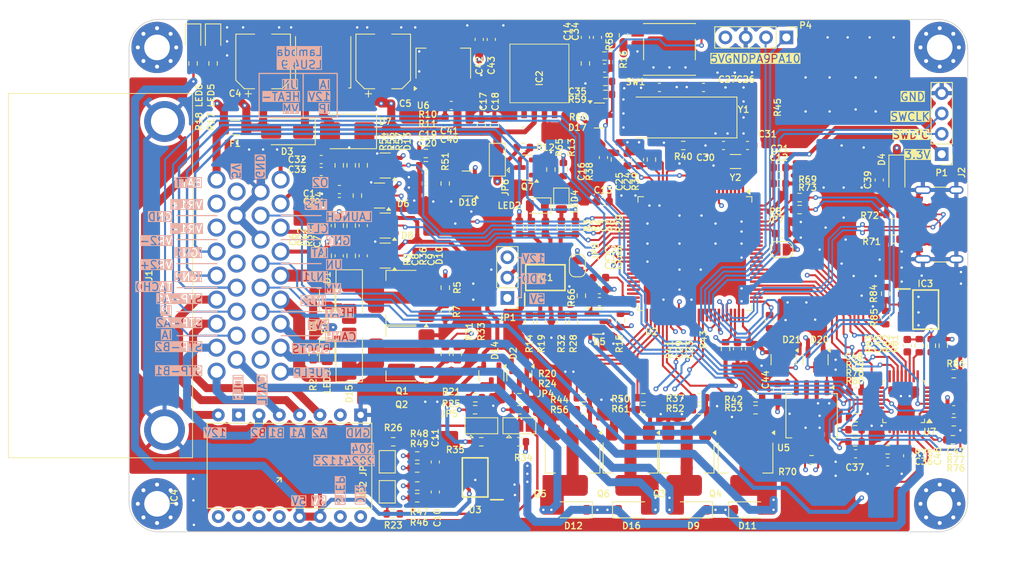
<source format=kicad_pcb>
(kicad_pcb (version 20240108) (generator "pcbnew") (generator_version "8.0")
  (title_block (title "NO2C") (date "2020-04-18") (rev "vD1") (company "WTMtronics"))
  (layers (0 "F.Cu" signal) (1 "In1.Cu" signal) (2 "In2.Cu" signal) (31 "B.Cu" signal) (34 "B.Paste" user) (35 "F.Paste" user) (36 "B.SilkS" user "B.Silkscreen") (37 "F.SilkS" user "F.Silkscreen") (38 "B.Mask" user) (39 "F.Mask" user) (44 "Edge.Cuts" user))
  (net 0 "")
  (net 1 "Earth")
  (net 2 "+5V")
  (net 3 "+12V")
  (net 9 "/PA3")
  (net 10 "Net-(IC1-VDD)")
  (net 11 "/PA4")
  (net 12 "/PA5")
  (net 13 "Net-(U3-IN1+)")
  (net 14 "Net-(U3-IN1-)")
  (net 15 "Net-(U3-IN2-)")
  (net 16 "Net-(U3-IN2+)")
  (net 20 "Net-(IC2-VOUT)")
  (net 22 "Net-(C19-Pad1)")
  (net 24 "/STEP")
  (net 25 "/DIR")
  (net 26 "/ENBL")
  (net 28 "VDA")
  (net 29 "Net-(U2-PH0)")
  (net 32 "VBUS")
  (net 33 "/TPS")
  (net 34 "/CLT")
  (net 35 "/IAT")
  (net 36 "/O2")
  (net 37 "/INJ1")
  (net 38 "/INJ2")
  (net 39 "/VR1-")
  (net 40 "/VR2-")
  (net 41 "/STP-A2")
  (net 42 "/STP-A1")
  (net 43 "/STP-B1")
  (net 44 "/STP-B2")
  (net 45 "/FUELP")
  (net 46 "/BOOST")
  (net 47 "/IDLE")
  (net 48 "/IGN2")
  (net 49 "/IGN1")
  (net 50 "/TACHO")
  (net 51 "/VVT")
  (net 52 "/LAUNCH")
  (net 53 "Net-(U2-PH1)")
  (net 54 "Net-(U2-VCAP_1)")
  (net 55 "Net-(U2-VCAP_2)")
  (net 56 "Net-(U2-PC15)")
  (net 57 "Net-(U2-PC14)")
  (net 58 "Net-(C33-Pad1)")
  (net 59 "Net-(D1-A)")
  (net 60 "Net-(D3-K)")
  (net 61 "Net-(C35-Pad1)")
  (net 62 "Net-(LED1-A)")
  (net 63 "Net-(LED2-A)")
  (net 64 "Net-(LED3-A)")
  (net 65 "Net-(LED4-A)")
  (net 66 "Net-(LED5-A)")
  (net 67 "Net-(LED6-A)")
  (net 68 "Net-(Q1-G)")
  (net 69 "Net-(Q2-G)")
  (net 70 "Net-(Q3-G)")
  (net 71 "Net-(Q4-G)")
  (net 72 "Net-(Q5-G)")
  (net 73 "Net-(Q6-G)")
  (net 74 "/PD11")
  (net 75 "Net-(D5-COM)")
  (net 76 "/PA2")
  (net 77 "/PD10")
  (net 78 "Net-(D15-A)")
  (net 79 "/PA0")
  (net 80 "/PA1")
  (net 82 "Net-(IC1-OUTA)")
  (net 83 "Net-(D20-COM)")
  (net 84 "Net-(D21-COM)")
  (net 85 "/SCL")
  (net 86 "CANL")
  (net 87 "CANH")
  (net 88 "/SDA")
  (net 90 "Net-(IC1-OUTB)")
  (net 91 "Net-(IC1-INA)")
  (net 93 "Net-(IC1-INB)")
  (net 94 "Net-(J2-SBU2)")
  (net 95 "+BATT")
  (net 97 "VR2+")
  (net 98 "Net-(J2-SBU1)")
  (net 101 "VR1+")
  (net 104 "Net-(JP2-Pad1)")
  (net 105 "Net-(JP3-Pad1)")
  (net 106 "Net-(JP4-C)")
  (net 110 "Net-(JP4-A)")
  (net 111 "Net-(JP5-C)")
  (net 112 "Net-(JP5-B)")
  (net 113 "Net-(JP6-C)")
  (net 114 "Net-(Q7-G)")
  (net 116 "/PD8")
  (net 118 "/PD14")
  (net 120 "/BOOT0")
  (net 121 "/PD13")
  (net 122 "/PD12")
  (net 123 "/BOOT1")
  (net 124 "Net-(IC3-INPUT_1)")
  (net 126 "HEAT-")
  (net 129 "/PD9")
  (net 131 "/PD7")
  (net 132 "Net-(U2-VREF+)")
  (net 134 "/SWDIO")
  (net 136 "Net-(U2-NRST)")
  (net 138 "/PD6")
  (net 139 "GND")
  (net 140 "/SWCLK")
  (net 141 "/PD5")
  (net 142 "/PD4")
  (net 144 "/DIAHG")
  (net 145 "/F_CS")
  (net 146 "+3.3V")
  (net 147 "/UR")
  (net 148 "/PA9")
  (net 149 "/SPI1_SCK")
  (net 150 "/PA10")
  (net 151 "/PD15")
  (net 155 "/SPI1_MOSI")
  (net 157 "/SPI1_MISO")
  (net 162 "/PB9")
  (net 163 "/PB8")
  (net 164 "/USB_D-")
  (net 165 "/USB_D+")
  (net 174 "/SPI3_SCK")
  (net 175 "/UA")
  (net 176 "/SPI3_MISO")
  (net 177 "/SS3")
  (net 178 "/HEAT_OUT-")
  (net 179 "/SPI3_MOSI")
  (net 180 "Net-(U7-CF)")
  (net 181 "UN")
  (net 182 "Net-(U7-CM)")
  (net 183 "Net-(C45-Pad1)")
  (net 184 "Net-(U7-RF)")
  (net 185 "IP")
  (net 186 "IA")
  (net 187 "Net-(U7-OSZ)")
  (net 188 "Net-(U7-UP)")
  (net 189 "Net-(U7-US)")
  (net 190 "Net-(U7-RST)")
  (net 191 "VM")
  (net 192 "Net-(U7-RS)")
  (net 193 "Net-(U7-RM)")
  (net 194 "DIAHD")
  (footprint "Capacitor_SMD:C_0603_1608Metric" (layer "F.Cu") (at 119.75 88.275 -90)
    (property "Reference" "C9")
    (property "Value" "220nF")
  )
  (footprint "Capacitor_SMD:C_0603_1608Metric" (layer "F.Cu") (at 171.75 79.25 180)
    (property "Reference" "C12")
    (property "Value" "1nF")
  )
  (footprint "Capacitor_SMD:C_0603_1608Metric" (layer "F.Cu") (at 149.7 81.5)
    (property "Reference" "C13")
    (property "Value" "100nF")
  )
  (footprint "Capacitor_SMD:C_0603_1608Metric" (layer "F.Cu") (at 116.775 81.5 180)
    (property "Reference" "C2")
    (property "Value" "220nF")
  )
  (footprint "Capacitor_SMD:C_0603_1608Metric" (layer "F.Cu") (at 142.5 84.75 90)
    (property "Reference" "C3")
    (property "Value" "100nF")
  )
  (footprint "Capacitor_SMD:C_0603_1608Metric" (layer "F.Cu") (at 127.575 78.5 180)
    (property "Reference" "C19")
    (property "Value" "100nF")
  )
  (footprint "Capacitor_SMD:C_0603_1608Metric" (layer "F.Cu") (at 149.25 92.5)
    (property "Reference" "C15")
    (property "Value" "100nF")
  )
  (footprint "Capacitor_SMD:C_0603_1608Metric" (layer "F.Cu") (at 149.75 76 90)
    (property "Reference" "C16")
    (property "Value" "100nF")
  )
  (footprint "Capacitor_SMD:CP_Elec_6.3x7.7" (layer "F.Cu") (at 122.25 64 90)
    (property "Reference" "C5")
    (property "Value" "47u 50v")
  )
  (footprint "Capacitor_SMD:C_0603_1608Metric" (layer "F.Cu") (at 147.5 61 90)
    (property "Reference" "C14")
    (property "Value" "47pF")
  )
  (footprint "Capacitor_SMD:C_0603_1608Metric" (layer "F.Cu") (at 128.75 114.025 90)
    (property "Reference" "C11")
    (property "Value" "1nF")
  )
  (footprint "Package_TO_SOT_SMD:SOT-23" (layer "F.Cu") (at 139.25 103.25 -90)
    (property "Reference" "D2")
    (property "Value" "BAT54S")
  )
  (footprint "Diode_SMD:D_SMA" (layer "F.Cu") (at 110.25 72.75 180)
    (property "Reference" "D3")
    (property "Value" "60V 1A")
  )
  (footprint "Jumper:SolderJumper-2_P1.3mm_Open_Pad1.0x1.5mm" (layer "F.Cu") (at 122.75 117.75 90)
    (property "Reference" "JP2")
    (property "Value" "Jumper_NO_Small")
  )
  (footprint "Jumper:SolderJumper-2_P1.3mm_Open_Pad1.0x1.5mm" (layer "F.Cu") (at 122.75 114 -90)
    (property "Reference" "JP3")
    (property "Value" "Jumper_NO_Small")
  )
  (footprint "Jumper:SolderJumper-3_P1.3mm_Bridged12_Pad1.0x1.5mm" (layer "F.Cu") (at 139.25 109.5)
    (property "Reference" "JP4")
    (property "Value" "SolderJumper_3_Bridged12")
  )
  (footprint "Jumper:SolderJumper-3_P1.3mm_Bridged12_Pad1.0x1.5mm" (layer "F.Cu") (at 134.5 109.5)
    (property "Reference" "JP5")
    (property "Value" "SolderJumper_3_Bridged12")
  )
  (footprint "LED_SMD:LED_0805_2012Metric" (layer "F.Cu") (at 115.25 93.53 90)
    (property "Reference" "LED1")
    (property "Value" "RED")
  )
  (footprint "LED_SMD:LED_0805_2012Metric" (layer "F.Cu") (at 115.25 100.5 -90)
    (property "Reference" "LED3")
    (property "Value" "RED")
  )
  (footprint "LED_SMD:LED_0805_2012Metric" (layer "F.Cu") (at 141.5 82 180)
    (property "Reference" "LED2")
    (property "Value" "RED")
  )
  (footprint "LED_SMD:LED_0805_2012Metric" (layer "F.Cu") (at 144.5 81.5 -90)
    (property "Reference" "LED4")
    (property "Value" "RED")
  )
  (footprint "Package_TO_SOT_SMD:SOT-223-3_TabPin2" (layer "F.Cu") (at 124.5 93.5 180)
    (property "Reference" "Q1")
    (property "Value" "BSP78HUMA1")
  )
  (footprint "Package_TO_SOT_SMD:SOT-223-3_TabPin2" (layer "F.Cu") (at 124.5 100.5 180)
    (property "Reference" "Q2")
    (property "Value" "BSP78HUMA1")
  )
  (footprint "Package_TO_SOT_SMD:SOT-223-3_TabPin2" (layer "F.Cu") (at 145.9 113.5 -90)
    (property "Reference" "Q5")
    (property "Value" "BSP78HUMA1")
  )
  (footprint "Package_TO_SOT_SMD:SOT-223-3_TabPin2" (layer "F.Cu") (at 153.125 113.5 -90)
    (property "Reference" "Q6")
    (property "Value" "BSP78HUMA1")
  )
  (footprint "Package_TO_SOT_SMD:SOT-223-3_TabPin2" (layer "F.Cu") (at 160.15 113.5 -90)
    (property "Reference" "Q3")
    (property "Value" "BSP78HUMA1")
  )
  (footprint "Package_TO_SOT_SMD:SOT-223-3_TabPin2" (layer "F.Cu") (at 167.5 113.5 -90)
    (property "Reference" "Q4")
    (property "Value" "BSP78HUMA1")
  )
  (footprint "Package_TO_SOT_SMD:TO-252-2" (layer "F.Cu") (at 114.75 64 90)
    (property "Reference" "U1")
    (property "Value" "L7805CDT(UMW)")
  )
  (footprint "Capacitor_SMD:CP_Elec_6.3x7.7" (layer "F.Cu") (at 107.25 64 90)
    (property "Reference" "C4")
    (property "Value" "47u 50v")
  )
  (footprint "Resistor_SMD:R_0603_1608Metric" (layer "F.Cu") (at 130 95.25 -90)
    (property "Reference" "R7")
    (property "Value" "10K")
  )
  (footprint "Resistor_SMD:R_0603_1608Metric" (layer "F.Cu") (at 115.25 88.275 -90)
    (property "Reference" "R9")
    (property "Value" "2K49")
  )
  (footprint "Resistor_SMD:R_0603_1608Metric" (layer "F.Cu") (at 127.575 75.5)
    (property "Reference" "R10")
    (property "Value" "33K")
  )
  (footprint "Resistor_SMD:R_0603_1608Metric" (layer "F.Cu") (at 144.5 84.75 90)
    (property "Reference" "R6")
    (property "Value" "2K")
  )
  (footprint "Resistor_SMD:R_0603_1608Metric" (layer "F.Cu") (at 139.25 84.75 90)
    (property "Reference" "R3")
    (property "Value" "47R")
  )
  (footprint "Resistor_SMD:R_0603_1608Metric" (layer "F.Cu") (at 140.75 84.75 90)
    (property "Reference" "R2")
    (property "Value" "2K")
  )
  (footprint "Resistor_SMD:R_0603_1608Metric" (layer "F.Cu") (at 172 85.5 180)
    (property "Reference" "R8")
    (property "Value" "10K")
  )
  (footprint "Resistor_SMD:R_0603_1608Metric" (layer "F.Cu") (at 127.575 77.025 180)
    (property "Reference" "R11")
    (property "Value" "51K")
  )
  (footprint "footprnt:DRV8825" (layer "F.Cu") (at 101.65 120.848 90)
    (property "Reference" "IC4")
    (property "Value" "CONN_02X08")
  )
  (footprint "Capacitor_SMD:C_0603_1608Metric" (layer "F.Cu") (at 116.775 80 180)
    (property "Reference" "C1")
    (property "Value" "100nF")
  )
  (footprint "Resistor_SMD:R_0603_1608Metric" (layer "F.Cu") (at 113.5 93.5 -90)
    (property "Reference" "R1")
    (property "Value" "2K")
  )
  (footprint "Resistor_SMD:R_0603_1608Metric" (layer "F.Cu") (at 119.025 80.75 -90)
    (property "Reference" "R4")
    (property "Value" "470R")
  )
  (footprint "Resistor_SMD:R_0603_1608Metric" (layer "F.Cu") (at 139.75 74.75 180)
    (property "Reference" "R12")
    (property "Value" "1K")
  )
  (footprint "Resistor_SMD:R_0603_1608Metric" (layer "F.Cu") (at 144.75 77.5 -90)
    (property "Reference" "R13")
    (property "Value" "100R")
  )
  (footprint "Package_TO_SOT_SMD:SOT-23" (layer "F.Cu") (at 140.25 77.25 180)
    (property "Reference" "Q7")
    (property "Value" "AO3400A")
  )
  (footprint "Capacitor_SMD:C_0603_1608Metric" (layer "F.Cu") (at 149.25 94)
    (property "Reference" "C22")
    (property "Value" "100nF")
  )
  (footprint "Resistor_SMD:R_0603_1608Metric" (layer "F.Cu") (at 140.5 96.5 -90)
    (property "Reference" "R14")
    (property "Value" "1K")
  )
  (footprint "Capacitor_SMD:C_0603_1608Metric" (layer "F.Cu") (at 116.75 88.275 90)
    (property "Reference" "C8")
    (property "Value" "100nF")
  )
  (footprint "Capacitor_SMD:C_0603_1608Metric" (layer "F.Cu") (at 171.75 77.25 180)
    (property "Reference" "C21")
    (property "Value" "100nF")
  )
  (footprint "Capacitor_SMD:C_0603_1608Metric" (layer "F.Cu") (at 127.575 80 180)
    (property "Reference" "C20")
    (property "Value" "220nF")
  )
  (footprint "Resistor_SMD:R_0603_1608Metric" (layer "F.Cu") (at 130 92.25 90)
    (property "Reference" "R5")
    (property "Value" "100R")
  )
  (footprint "Diode_SMD:D_SMA" (layer "F.Cu") (at 118 93.53 -90)
    (property "Reference" "D1")
    (property "Value" "1N4004")
  )
  (footprint "SamacSys_Parts:SOIC127P600X175-8N" (layer "F.Cu") (at 142.5 91 90)
    (property "Reference" "IC1")
    (property "Value" "TC4424AVOA" (hide yes))
  )
  (footprint "Package_TO_SOT_SMD:SOT-23" (layer "F.Cu") (at 121.775 80.75 180)
    (property "Reference" "D6")
    (property "Value" "BAT54S")
  )
  (footprint "Package_TO_SOT_SMD:SOT-23" (layer "F.Cu") (at 149.0625 96.5)
    (property "Reference" "D5")
    (property "Value" "BAT54S")
  )
  (footprint "Resistor_SMD:R_0603_1608Metric" (layer "F.Cu") (at 151.875 96.35 90)
    (property "Reference" "R15")
    (property "Value" "1K")
  )
  (footprint "Capacitor_SMD:C_0603_1608Metric" (layer "F.Cu") (at 136.133 72.02 90)
    (property "Reference" "C18")
    (property "Value" "100nF")
  )
  (footprint "Capacitor_SMD:C_0603_1608Metric" (layer "F.Cu") (at 134.5 72 90)
    (property "Reference" "C17")
    (property "Value" "100nF")
  )
  (footprint "Capacitor_SMD:C_0603_1608Metric" (layer "F.Cu") (at 149.25 91)
    (property "Reference" "C28")
    (property "Value" "100nF")
  )
  (footprint "Resistor_SMD:R_0603_1608Metric" (layer "F.Cu") (at 139.25 111.5)
    (property "Reference" "R34")
    (property "Value" "1K")
  )
  (footprint "Package_TO_SOT_SMD:SOT-23" (layer "F.Cu") (at 122.5 84.5 180)
    (property "Reference" "D8")
    (property "Value" "BAT54S")
  )
  (footprint "Package_TO_SOT_SMD:SOT-23" (layer "F.Cu") (at 149.25 70.75)
    (property "Reference" "D17")
    (property "Value" "BAT54S")
  )
  (footprint "Package_TO_SOT_SMD:SOT-23" (layer "F.Cu") (at 176.25 101.25 -90)
    (property "Reference" "D20")
    (property "Value" "BAT54S")
  )
  (footprint "Capacitor_SMD:C_0603_1608Metric" (layer "F.Cu") (at 167.75 74.5)
    (property "Reference" "C31")
    (property "Value" "12pF")
  )
  (footprint "Capacitor_SMD:C_0603_1608Metric" (layer "F.Cu") (at 185.25 114)
    (property "Reference" "C36")
    (property "Value" "100nF")
  )
  (footprint "Resistor_SMD:R_0603_1608Metric" (layer "F.Cu") (at 185 93 -90)
    (property "Reference" "R84")
    (property "Value" "4.7K")
  )
  (footprint "Resistor_SMD:R_0603_1608Metric" (layer "F.Cu") (at 131.5 100.5 90)
    (property "Reference" "R33")
    (property "Value" "10K")
  )
  (footprint "SamacSys_Parts:SOP64P602X175-16N" (layer "F.Cu") (at 133.725 115.952 180)
    (property "Reference" "U3")
    (property "Value" "MAX9926UAEE+" (hide yes))
  )
  (footprint "Package_TO_SOT_SMD:SOT-23" (layer "F.Cu") (at 132.75 79.25 180)
    (property "Reference" "D18")
    (property "Value" "BAT54S")
  )
  (footprint "SamacSys_Parts:364372850" (layer "F.Cu") (at 101.4375 78.75 -90)
    (property "Reference" "J1")
    (property "Value" "3-6437285-0" (hide yes))
  )
  (footprint "Resistor_SMD:R_0603_1608Metric" (layer "F.Cu") (at 142 96.5 -90)
    (property "Reference" "R19")
    (property "Value" "100K")
  )
  (footprint "Resistor_SMD:R_0603_1608Metric" (layer "F.Cu") (at 133.75 106)
    (property "Reference" "R21")
    (property "Value" "10K")
  )
  (footprint "Capacitor_SMD:C_0603_1608Metric" (layer "F.Cu") (at 184.2 78.8 90)
    (property "Reference" "C39")
    (property "Value" "10uF")
  )
  (footprint "Resistor_SMD:R_0603_1608Metric" (layer "F.Cu") (at 168.75 106 180)
    (property "Reference" "R42")
    (property "Value" "100R")
  )
  (footprint "Connector_PinHeader_2.54mm:PinHeader_1x04_P2.54mm_Vertical" (layer "F.Cu") (at 192 75.58 180)
    (property "Reference" "P1")
    (property "Value" "Conn_01x04")
  )
  (footprint "Resistor_SMD:R_0603_1608Metric" (layer "F.Cu") (at 185.25 112.5 180)
    (property "Reference" "R75")
    (property "Value" "100K")
  )
  (footprint "Resistor_SMD:R_0603_1608Metric" (layer "F.Cu") (at 193.5 109 180)
    (property "Reference" "R77")
    (property "Value" "10K")
  )
  (footprint "Resistor_SMD:R_0603_1608Metric" (layer "F.Cu") (at 147.25 106 180)
    (property "Reference" "R44")
    (property "Value" "100R")
  )
  (footprint "Resistor_SMD:R_0603_1608Metric" (layer "F.Cu") (at 185 96 90)
    (property "Reference" "R85")
    (property "Value" "100K")
  )
  (footprint "Resistor_SMD:R_0603_1608Metric" (layer "F.Cu") (at 147 93.25 -90)
    (property "Reference" "R66")
    (property "Value" "10K")
  )
  (footprint "Package_TO_SOT_SMD:SOT-23" (layer "F.Cu") (at 135.75 103.25 -90)
    (property "Reference" "D14")
    (property "Value" "BAT54S")
  )
  (footprint "Button_Switch_SMD:SW_Push_1P1T_NO_6x6mm_H9.5mm" (layer "F.Cu") (at 158 62.5 180)
    (property "Reference" "SW1")
    (property "Value" "SW_Push")
  )
  (footprint "Diode_SMD:D_SOD-123" (layer "F.Cu") (at 161 120 180)
    (property "Reference" "D9")
    (property "Value" "1N4007-A7")
  )
  (footprint "Resistor_SMD:R_0603_1608Metric" (layer "F.Cu") (at 150 66.5)
    (property "Reference" "R59")
    (property "Value" "4K7")
  )
  (footprint "Package_TO_SOT_SMD:SOT-23" (layer "F.Cu") (at 172.25 101.25 -90)
    (property "Reference" "D21")
    (property "Value" "BAT54S")
  )
  (footprint "Capacitor_SMD:C_0603_1608Metric" (layer "F.Cu") (at 134.24 61.25 90)
    (property "Reference" "C42")
    (property "Value" "10uF")
  )
  (footprint "Package_SO:SO-8_5.3x6.2mm_P1.27mm" (layer "F.Cu") (at 175.75 108.25 -90)
    (property "Reference" "U5")
    (property "Value" "TJA1050")
  )
  (footprint "Resistor_SMD:R_0603_1608Metric" (layer "F.Cu") (at 155.75 76.25 90)
    (property "Reference" "R39")
    (property "Value" "0R")
  )
  (footprint "Resistor_SMD:R_0603_1608Metric" (layer "F.Cu") (at 118.25 88.275 90)
    (property "Reference" "R36")
    (property "Value" "470R")
  )
  (footprint "Capacitor_SMD:C_0603_1608Metric" (layer "F.Cu") (at 130.75 71 180)
    (property "Reference" "C40")
    (property "Value" "100nF")
  )
  (footprint "Diode_SMD:D_SOD-123" (layer "F.Cu") (at 146 120 180)
    (property "Reference" "D12")
    (property "Value" "1N4007-A7")
  )
  (footprint "Jumper:SolderJumper-2_P1.3mm_Open_RoundedPad1.0x1.5mm" (layer "F.Cu") (at 172 87.5)
    (property "Reference" "JP7")
    (property "Value" "Jumper_2_Open")
  )
  (footprint "Resistor_SMD:R_0603_1608Metric" (layer "F.Cu") (at 151.25 76.25 90)
    (property "Reference" "R38")
    (property "Value" "0R")
  )
  (footprint "Fuse:Fuse_1206_3216Metric" (layer "F.Cu") (at 103.75 72.25 180)
    (property "Reference" "F1")
    (property "Value" "1A 60V")
  )
  (footprint "Capacitor_SMD:C_0603_1608Metric" (layer "F.Cu") (at 152.75 76.25 -90)
    (property "Reference" "C25")
    (property "Value" "100nF")
  )
  (footprint "Resistor_SMD:R_0603_1608Metric" (layer "F.Cu") (at 174.25 82.5)
    (property "Reference" "R73")
    (property "Value" "1K")
  )
  (footprint "Resistor_SMD:R_0603_1608Metric" (layer "F.Cu") (at 193.5 103)
    (property "Reference" "R86")
    (property "Value" "6.8K")
  )
  (footprint "Capacitor_SMD:C_0603_1608Metric" (layer "F.Cu") (at 181.25 105.25)
    (property "Reference" "C48")
    (property "Value" "100nF")
  )
  (footprint "Capacitor_SMD:C_0603_1608Metric" (layer "F.Cu") (at 128.75 117.775 -90)
    (property "Reference" "C10")
    (property "Value" "1nF")
  )
  (footprint "Capacitor_SMD:C_0603_1608Metric" (layer "F.Cu") (at 114.5 76.25 180)
    (property "Reference" "C32")
    (property "Value" "100nF")
  )
  (footprint "Resistor_SMD:R_0603_1608Metric" (layer "F.Cu") (at 129.99 79.25 -90)
    (property "Reference" "R51")
    (property "Value" "470R")
  )
  (footprint "Resistor_SMD:R_0603_1608Metric" (layer "F.Cu") (at 139.25 106)
    (property "Reference" "R20")
    (property "Value" "10K")
  )
  (footprint "LED_SMD:LED_0805_2012Metric" (layer "F.Cu") (at 98.5 61 -90)
    (property "Reference" "LED6")
    (property "Value" "RED")
  )
  (footprint "Capacitor_SMD:C_0603_1608Metric" (layer "F.Cu") (at 119.75 84.5 -90)
    (property "Reference" "C7")
    (property "Value" "220nF")
  )
  (footprint "Resistor_SMD:R_0603_1608Metric" (layer "F.Cu") (at 175.75 113.75)
    (property "Reference" "R70")
    (property "Value" "120R")
  )
  (footprint "Package_QFP:LQFP-100_14x14mm_P0.5mm" (layer "F.Cu") (at 161.175 88 -90)
    (property "Reference" "U2")
    (property "Value" "STM32F407VETx")
  )
  (footprint "MountingHole:MountingHole_3.2mm_M3_Pad_Via" (layer "F.Cu") (at 94 62.25)
    (property "Reference" "REF**" (hide yes))
    (property "Value" "MountingHole_3.2mm_M3_Pad_Via" (hide yes))
  )
  (footprint "Capacitor_SMD:C_0603_1608Metric" (layer "F.Cu") (at 181.25 113 180)
    (property "Reference" "C37")
    (property "Value" "2.2nF")
  )
  (footprint "Resistor_SMD:R_0603_1608Metric" (layer "F.Cu") (at 146.25 84.75 90)
    (property "Reference" "R29")
    (property "Value" "47R")
  )
  (footprint "SamacSys_Parts:SOIC127P600X175-8N" (layer "F.Cu") (at 190 95)
    (property "Reference" "IC3")
    (property "Value" "VNS3NV04DPTR-E" (hide yes))
  )
  (footprint "Diode_SMD:D_SOD-123" (layer "F.Cu") (at 186.4 78.05 -90)
    (property "Reference" "D4")
    (property "Value" "1N4007-A7")
  )
  (footprint "Resistor_SMD:R_0603_1608Metric" (layer "F.Cu") (at 161.75 107.5 180)
    (property "Reference" "R52")
    (property "Value" "10K")
  )
  (footprint "Resistor_SMD:R_0603_1608Metric" (layer "F.Cu") (at 161.75 106 180)
    (property "Reference" "R37")
    (property "Value" "100R")
  )
  (footprint "Resistor_SMD:R_0603_1608Metric" (layer "F.Cu") (at 119.75 76.975 90)
    (property "Reference" "R57")
    (property "Value" "9K1")
  )
  (footprint "Resistor_SMD:R_0603_1608Metric" (layer "F.Cu") (at 193.4 111.25)
    (property "Reference" "R76")
    (property "Value" "61.9R")
  )
  (footprint "Resistor_SMD:R_0603_1608Metric" (layer "F.Cu") (at 130 100.5 90)
    (property "Reference" "R31")
    (property "Value" "100R")
  )
  (footprint "Resistor_SMD:R_0603_1608Metric" (layer "F.Cu") (at 181.175 110 180)
    (property "Reference" "R78")
    (property "Value" "470K")
  )
  (footprint "Resistor_SMD:R_0603_1608Metric" (layer "F.Cu") (at 185.9 83.1 180)
    (property "Reference" "R72")
    (property "Value" "5.1K")
  )
  (footprint "Resistor_SMD:R_0603_1608Metric" (layer "F.Cu") (at 113.5 100.5 90)
    (property "Reference" "R27")
    (property "Value" "2K")
  )
  (footprint "Capacitor_SMD:C_0603_1608Metric" (layer "F.Cu") (at 149 61 90)
    (property "Reference" "C34")
    (property "Value" "100nF")
  )
  (footprint "Package_TO_SOT_SMD:SOT-23" (layer "F.Cu") (at 122.5 77 180)
    (property "Reference" "D13")
    (property "Value" "BAT54S")
  )
  (footprint "Capacitor_SMD:C_0603_1608Metric" (layer "F.Cu") (at 115.25 84.5 90)
    (property "Reference" "C6")
    (property "Value" "100nF")
  )
  (footprint "MountingHole:MountingHole_3.2mm_M3_Pad_Via" (layer "F.Cu") (at 94 119.25)
    (property "Reference" "REF**" (hide yes))
    (property "Value" "MountingHole_3.2mm_M3_Pad_Via" (hide yes))
  )
  (footprint "Resistor_SMD:R_0603_1608Metric" (layer "F.Cu") (at 126.5 113.275)
    (property "Reference" "R48")
    (property "Value" "10K")
  )
  (footprint "Capacitor_SMD:C_0603_1608Metric" (layer "F.Cu") (at 156.75 67.25 180)
    (property "Reference" "C27")
    (property "Value" "22pF")
  )
  (footprint "MountingHole:MountingHole_3.2mm_M3_Pad_Via" (layer "F.Cu") (at 191.75 62.25)
    (property "Reference" "REF**" (hide yes))
    (property "Value" "MountingHole_3.2mm_M3_Pad_Via" (hide yes))
  )
  (footprint "Capacitor_SMD:C_0603_1608Metric" (layer "F.Cu") (at 149.8875 64.825 180)
    (property "Reference" "C35")
    (property "Value" "220nF")
  )
  (footprint "Package_TO_SOT_SMD:SOT-23" (layer "F.Cu") (at 122.5 88.25 180)
    (property "Reference" "D10")
    (property "Value" "BAT54S")
  )
  (footprint "Capacitor_SMD:C_0603_1608Metric" (layer "F.Cu") (at 193.5 107.5 180)
    (property "Reference" "C47")
    (property "Value" "100nF")
  )
  (footprint "Capacitor_SMD:C_0603_1608Metric" (layer "F.Cu") (at 162.25 67.25)
    (property "Reference" "C26")
    (property "Value" "22pF")
  )
  (footprint "Resistor_SMD:R_0603_1608Metric" (layer "F.Cu") (at 189.2 99.5 90)
    (property "Reference" "R83")
    (property "Value" "10K")
  )
  (footprint "Resistor_SMD:R_0603_1608Metric" (layer "F.Cu") (at 118.25 84.5 90)
    (property "Reference" "R30")
    (property "Value" "470R")
  )
  (footprint "Resistor_SMD:R_0603_1608Metric" (layer "F.Cu") (at 154.75 107.5 180)
    (property "Reference" "R61")
    (property "Value" "10K")
  )
  (footprint "Resistor_SMD:R_0603_1608Metric" (layer "F.Cu") (at 126.5 118.5)
    (property "Reference" "R46")
    (property "Value" "10K")
  )
  (footprint "Resistor_SMD:R_0603_1608Metric" (layer "F.Cu") (at 118.25 76.975 90)
    (property "Reference" "R55")
    (property "Value" "4K7")
  )
  (footprint "Resistor_SMD:R_0603_1608Metric" (layer "F.Cu") (at 165 99.9 90)
    (property "Reference" "R41")
    (property "Value" "10K")
  )
  (footprint "Resistor_SMD:R_0603_1608Metric" (layer "F.Cu") (at 152.25 60.75 90)
    (property "Reference" "R16")
    (property "Value" "10K")
  )
  (footprint "Resistor_SMD:R_0603_1608Metric" (layer "F.Cu") (at 190.7 99.5 -90)
    (property "Reference" "R82")
    (property "Value" "10K")
  )
  (footprint "Resistor_SMD:R_0603_1608Metric" (layer "F.Cu") (at 144.5 96.5 -90)
    (property "Reference" "R32")
    (property "Value" "100K")
  )
  (footprint "Diode_SMD:D_SOD-123" (layer "F.Cu") (at 167.75 120)
    (property "Reference" "D11")
    (property "Value" "1N4007-A7")
  )
  (footprint "Capacitor_SMD:C_0603_1608Metric" (layer "F.Cu") (at 187.7 99.5 -90)
    (property "Reference" "C45")
    (property "Value" "100nF")
  )
  (footprint "Capacitor_SMD:C_0603_1608Metric" (layer "F.Cu") (at 164.75 74.5 180)
    (property "Reference" "C30")
    (property "Value" "12pF")
  )
  (footprint "Package_QFP:LQFP-32_5x5mm_P0.5mm" (layer "F.Cu") (at 187.25 106.5 180)
    (property "Reference" "U7")
    (property "Value" "CJ125_32")
  )
  (footprint "Resistor_SMD:R_0603_1608Metric" (layer "F.Cu") (at 168.75 107.5 180)
    (property "Reference" "R53")
    (property "Value" "10K")
  )
  (footprint "Resistor_SMD:R_0603_1608Metric" (layer "F.Cu") (at 147.5 64.25 -90)
    (property "Reference" "R45")
    (property "Value" "51K")
  )
  (footprint "Resistor_SMD:R_0603_1608Metric" (layer "F.Cu") (at 192.2 99.5 -90)
    (property "Reference" "R81")
    (property "Value" "10K")
  )
  (footprint "Resistor_SMD:R_0603_1608Metric" (layer "F.Cu") (at 146 96.5 -90)
    (property "Reference" "R28")
    (property "Value" "1K")
  )
  (footprint "Resistor_SMD:R_0603_1608Metric" (layer "F.Cu") (at 123.5 120.5 180)
    (property "Reference" "R23")
    (property "Value" "1K")
  )
  (footprint "Capacitor_SMD:C_0603_1608Metric" (layer "F.Cu") (at 130.75 69.5 180)
    (property "Reference" "C41")
    (property "Value" "10uF")
  )
  (footprint "LED_SMD:LED_0805_2012Metric" (layer "F.Cu") (at 101 61 -90)
    (property "Reference" "LED5")
    (property "Value" "RED")
  )
  (footprint "Resistor_SMD:R_0603_1608Metric" (layer "F.Cu") (at 134.5 111.5 180)
    (property "Reference" "R35")
    (property "Value" "1K")
  )
  (footprint "MountingHole:MountingHole_3.2mm_M3_Pad_Via" (layer "F.Cu") (at 191.75 119.25)
    (property "Reference" "REF**" (hide yes))
    (property "Value" "MountingHole_3.2mm_M3_Pad_Via" (hide yes))
  )
  (footprint "Resistor_SMD:R_0603_1608Metric" (layer "F.Cu") (at 133.725 107.5)
    (property "Reference" "R25")
    (property "Value" "470R")
  )
  (footprint "Capacitor_SMD:C_0603_1608Metric" (layer "F.Cu") (at 168 99.9 90)
    (property "Reference" "C23")
    (property "Value" "100nF")
  )
  (footprint "Resistor_SMD:R_0603_1608Metric" (layer "F.Cu") (at 181.25 108.5)
    (property "Reference" "R79")
    (property "Value" "4.7K")
  )
  (footprint "Resistor_SMD:R_0603_1608Metric" (layer "F.Cu") (at 126.5 114.775)
    (property "Reference" "R49")
    (property "Value" "10K")
  )
  (footprint "Resistor_SMD:R_0603_1608Metric" (layer "F.Cu") (at 154.75 106 180)
    (property "Reference" "R50")
    (property "Value" "100R")
  )
  (footprint "Resistor_SMD:R_0603_1608Metric" (layer "F.Cu") (at 126.5 117.025)
    (property "Reference" "R47")
    (property "Value" "10K")
  )
  (footprint "Resistor_SMD:R_0603_1608Metric" (layer "F.Cu") (at 116.75 84.5 -90)
    (property "Reference" "R22")
    (property "Value" "2K49")
  )
  (footprint "Connector_PinHeader_2.54mm:PinHeader_1x03_P2.54mm_Vertical" (layer "F.Cu") (at 137.75 93.54 180)
    (property "Reference" "JP1")
    (property "Value" "ING-VLT")
  )
  (footprint "Crystal:Crystal_SMD_HC49-SD" (layer "F.Cu") (at 159.725 71 180)
    (property "Reference" "Y1")
    (property "Value" "8Mhz")
  )
  (footprint "Crystal:Crystal_SMD_3215-2Pin_3.2x1.5mm" (layer "F.Cu") (at 166.25 76.5 180)
    (property "Reference" "Y2")
    (property "Value" "32.768Khz")
  )
  (footprint "Capacitor_SMD:C_0603_1608Metric" (layer "F.Cu") (at 154.25 76.25 -90)
    (property "Reference" "C24")
    (property "Value" "1nF")
  )
  (footprint "Resistor_SMD:R_0603_1608Metric" (layer "F.Cu") (at 159.725 74.5 180)
    (property "Reference" "R40")
    (property "Value" "1M")
  )
  (footprint "Resistor_SMD:R_0603_1608Metric" (layer "F.Cu") (at 150 68.125)
    (property "Reference" "R60")
    (property "Value" "9K1")
  )
  (footprint "Resistor_SMD:R_0603_1608Metric" (layer "F.Cu") (at 181.175 111.5 180)
    (property "Reference" "R80")
    (property "Value" "100K")
  )
  (footprint "Resistor_SMD:R_0603_1608Metric" (layer "F.Cu") (at 143.1875 77.5 90)
    (property "Reference" "R65")
    (property "Value" "10K")
  )
  (footprint "Resistor_SMD:R_0603_1608Metric" (layer "F.Cu") (at 101 64.25 -90)
    (property "Reference" "R17")
    (property "Value" "2K7")
  )
  (footprint "Capacitor_SMD:C_0603_1608Metric" (layer "F.Cu") (at 187.75 113.25 90)
    (property "Reference" "C46")
    (property "Value" "100nF")
  )
  (footprint "Resistor_SMD:R_0603_1608Metric" (layer "F.Cu") (at 139.25 107.5)
    (property "Reference" "R24")
    (property "Value" "470R")
  )
  (footprint "Connector_USB:USB_C_Receptacle_GCT_USB4105-xx-A_16P_TopMnt_Horizontal" (layer "F.Cu") (at 192.75 84.375 90)
    (property "Reference" "J2")
    (property "Value" "USB_C_Receptacle_USB2.0_16P")
  )
  (footprint "Package_TO_SOT_SMD:SOT-223-3_TabPin2" (layer "F.Cu") (at 129.75 64.25 90)
    (property "Reference" "U6")
    (property "Value" "AMS1117-3.3")
  )
  (footprint "Diode_SMD:D_SMA" (layer "F.Cu") (at 118 100.5 90)
    (property "Reference" "D15")
    (property "Value" "1N4004")
  )
  (footprint "Resistor_SMD:R_0603_1608Metric" (layer "F.Cu") (at 147.25 107.5 180)
    (property "Reference" "R56")
    (property "Value" "10K")
  )
  (footprint "Capacitor_SMD:C_0603_1608Metric" (layer "F.Cu") (at 166.5 99.9 90)
    (property "Reference" "C29")
    (property "Value" "100nF")
  )
  (footprint "Resistor_SMD:R_0603_1608Metric" (layer "F.Cu") (at 170.5 96.5 -90)
    (property "Reference" "R43")
    (property "Value" "10K")
  )
  (footprint "Resistor_SMD:R_0603_1608Metric" (layer "F.Cu") (at 116.75 76.975 -90)
    (property "Reference" "R54")
    (property "Value" "470R")
  )
  (footprint "Resistor_SMD:R_0603_1608Metric" (layer "F.Cu") (at 123.5 111.5 180)
    (property "Reference" "R26")
    (property "Value" "1K")
  )
  (footprint "Resistor_SMD:R_0603_1608Metric" (layer "F.Cu") (at 185.9 86.2 180)
    (property "Reference" "R71")
    (property "Value" "5.1K")
  )
  (footprint "Diode_SMD:D_SOD-123" (layer "F.Cu") (at 153.25 120)
    (property "Reference" "D16")
    (property "Value" "1N4007-A7")
  )
  (footprint "Capacitor_SMD:C_0603_1608Metric" (layer "F.Cu") (at 171.5 105.025 90)
    (property "Reference" "C44")
    (property "Value" "100nF")
  )
  (footprint "Jumper:SolderJumper-2_P1.3mm_Open_RoundedPad1.0x1.5mm" (layer "F.Cu") (at 146.5 89.5 90)
    (property "Reference" "JP8")
    (property "Value" "Jumper_2_Open")
  )
  (footprint "Capacitor_SMD:C_0603_1608Metric" (layer "F.Cu") (at 114.5 77.75 180)
    (property "Reference" "C33")
    (property "Value" "220nF")
  )
  (footprint "Resistor_SMD:R_0603_1608Metric" (layer "F.Cu") (at 149.8875 63.325)
    (property "Reference" "R58")
    (property "Value" "470R")
  )
  (footprint "Capacitor_SMD:C_0603_1608Metric" (layer "F.Cu") (at 135.75 61.25 90)
    (property "Reference" "C43")
    (property "Value" "100nF")
  )
  (footprint "SamacSys_Parts:MPXH6400AC6T1" (layer "F.Cu") (at 141.75 65.5 -90)
    (property "Reference" "IC2")
    (property "Value" "MPXH6400AC6T1" (hide yes))
  )
  (footprint "Resistor_SMD:R_0603_1608Metric" (layer "F.Cu") (at 98.5 64.25 90)
    (property "Reference" "R18")
    (property "Value" "470R")
  )
  (footprint "Jumper:SolderJumper-3_P1.3mm_Bridged12_Pad1.0x1.5mm" (layer "F.Cu") (at 136.5 76.275 90)
    (property "Reference" "JP6")
    (property "Value" "SolderJumper_3_Bridged12")
  )
  (footprint "Connector_PinHeader_2.54mm:PinHeader_1x04_P2.54mm_Vertical" (layer "F.Cu") (at 172.6 61 -90)
    (property "Reference" "P4")
    (property "Value" "Conn_01x04")
  )
  (footprint "Resistor_SMD:R_0603_1608Metric" (layer "F.Cu") (at 174.25 81)
    (property "Reference" "R69")
    (property "Value" "1K")
  )
  (footprint "Diode_SMD:D_SMB" (layer "F.Cu") (at 117.75 72.75 180)
    (property "Reference" "D7")
    (property "Value" "1SMB5919BT3G")
  )
  (gr_line (start 114.5 98.25) (end 109.5 98.25) (stroke (width 0.15)) (layer "B.SilkS"))
  (gr_line (start 139 88.5) (end 139.5 88.5) (stroke (width 0.15)) (layer "B.SilkS"))
  (gr_line (start 114.5 86.25) (end 109.5 86.25) (stroke (width 0.15)) (layer "B.SilkS"))
  (gr_line (start 112.25 65.5) (end 112.25 71) (stroke (width 0.15)) (layer "B.SilkS"))
  (gr_line (start 101.5 86.25) (end 96.5 86.25) (stroke (width 0.15)) (layer "B.SilkS"))
  (gr_line (start 114.5 92.25) (end 109.5 92.25) (stroke (width 0.15)) (layer "B.SilkS"))
  (gr_line (start 114.5 83.25) (end 109.5 83.25) (stroke (width 0.15)) (layer "B.SilkS"))
  (gr_line (start 101.5 98.25) (end 96.5 98.25) (stroke (width 0.15)) (layer "B.SilkS"))
  (gr_line (start 101.5 83.25) (end 96.5 83.25) (stroke (width 0.15)) (layer "B.SilkS"))
  (gr_rect (start 106.75 65.5) (end 116.5 71) (stroke (width 0.15)) (fill none) (layer "B.SilkS"))
  (gr_line (start 139.5 88.5) (end 139.5 91) (stroke (width 0.15)) (layer "B.SilkS"))
  (gr_line (start 139.5 91) (end 139 91) (stroke (width 0.15)) (layer "B.SilkS"))
  (gr_line (start 101.5 95.25) (end 96.5 95.25) (stroke (width 0.15)) (layer "B.SilkS"))
  (gr_line (start 139.5 91) (end 139.5 93.5) (stroke (width 0.15)) (layer "B.SilkS"))
  (gr_line (start 114.5 95.25) (end 109.5 95.25) (stroke (width 0.15)) (layer "B.SilkS"))
  (gr_line (start 101.5 92.25) (end 96.5 92.25) (stroke (width 0.15)) (layer "B.SilkS"))
  (gr_line (start 114.5 89.25) (end 109.5 89.25) (stroke (width 0.15)) (layer "B.SilkS"))
  (gr_line (start 101.5 89.25) (end 96.5 89.25) (stroke (width 0.15)) (layer "B.SilkS"))
  (gr_line (start 139.5 93.5) (end 139 93.5) (stroke (width 0.15)) (layer "B.SilkS"))
  (gr_line (start 109.508 116) (end 109 116.508) (stroke (width 0.15)) (layer "F.SilkS"))
  (gr_line (start 109.508 116) (end 109.508 116.508) (stroke (width 0.15)) (layer "F.SilkS"))
  (gr_line (start 109.508 116) (end 109 116) (stroke (width 0.15)) (layer "F.SilkS"))
  (gr_line (start 195.25 62.5) (end 195.25 119) (stroke (width 0.1)) (layer "Edge.Cuts"))
  (gr_line (start 90.5 119) (end 90.5 62.5) (stroke (width 0.1)) (layer "Edge.Cuts"))
  (gr_line (start 191.5 122.75) (end 94.25 122.75) (stroke (width 0.1)) (layer "Edge.Cuts"))
  (gr_arc (start 191.5 58.75) (mid 194.15165 59.84835) (end 195.25 62.5) (stroke (width 0.1)) (layer "Edge.Cuts"))
  (gr_arc (start 90.5 62.5) (mid 91.59835 59.84835) (end 94.25 58.75) (stroke (width 0.1)) (layer "Edge.Cuts"))
  (gr_arc (start 195.25 119) (mid 194.15165 121.65165) (end 191.5 122.75) (stroke (width 0.1)) (layer "Edge.Cuts"))
  (gr_line (start 94.25 58.75) (end 191.5 58.75) (stroke (width 0.1)) (layer "Edge.Cuts"))
  (gr_arc (start 94.25 122.75) (mid 91.59835 121.65165) (end 90.5 119) (stroke (width 0.1)) (layer "Edge.Cuts"))
  (gr_text "IGN1" (at 99.75 88.5 0) (layer "B.SilkS" knockout) (effects (font (size 1 1)) (justify left bottom mirror)))
  (gr_text "B2" (at 107.75 111 0) (layer "B.SilkS" knockout) (effects (font (size 1 1)) (justify left bottom mirror)))
  (gr_text "VR2-" (at 96 87 0) (layer "B.SilkS" knockout) (effects (font (size 1 1)) (justify left bottom mirror)))
  (gr_text "Lambda\nLSU4.9" (at 114.75 65 -0) (layer "B.SilkS" knockout) (effects (font (size 1 1)) (justify left bottom mirror)))
  (gr_text "VVT" (at 115.5 97.5 0) (layer "B.SilkS" knockout) (effects (font (size 1 1)) (justify left bottom mirror)))
  (gr_text "VM" (at 117 93 0) (layer "B.SilkS" knockout) (effects (font (size 1 1)) (justify left bottom mirror)))
  (gr_text "VR1-" (at 99.75 85.5 0) (layer "B.SilkS" knockout) (effects (font (size 1 1)) (justify left bottom mirror)))
  (gr_text "TACH0" (at 96 92.75 0) (layer "B.SilkS" knockout) (effects (font (size 1 1)) (justify left bottom mirror)))
  (gr_text "IDLE" (at 104.75 103 90) (layer "B.SilkS" knockout) (effects (font (size 1 1)) (justify left bottom mirror)))
  (gr_text "INJ1" (at 115.5 91.5 0) (layer "B.SilkS" knockout) (effects (font (size 1 1)) (justify left bottom mirror)))
  (gr_text "UN" (at 111.75 67.5 0) (layer "B.SilkS" knockout) (effects (font (size 1 1)) (justify left bottom mirror)))
  (gr_text "IA" (at 115.75 67.5 0) (layer "B.SilkS" knockout) (effects (font (size 1 1)) (justify left bottom mirror)))
  (gr_text "HEAT-" (at 112 69 0) (layer "B.SilkS" knockout) (effects (font (size 1 1)) (justify left bottom mirror)))
  (gr_text "B1" (at 110 111 0) (layer "B.SilkS" knockout) (effects (font (size 1 1)) (justify left bottom mirror)))
  (gr_text "STP-A2" (at 99.75 97.25 0) (layer "B.SilkS" knockout) (effects (font (size 1 1)) (justify left bottom mirror)))
  (gr_text "VR1+" (at 99.75 82.5 0) (layer "B.SilkS" knockout) (effects (font (size 1 1)) (justify left bottom mirror)))
  (gr_text "STEP" (at 116.25 119.5 -90) (layer "B.SilkS" knockout) (effects (font (size 1 1)) (justify left bottom mirror)))
  (gr_text "IA" (at 96 98.75 0) (layer "B.SilkS" knockout) (effects (font (size 1 1)) (justify left bottom mirror)))
  (gr_text "UN" (at 117.25 90 0) (layer "B.SilkS" knockout) (effects (font (size 1 1)) (justify left bottom mirror)))
  (gr_text "12V" (at 115.75 69 0) (layer "B.SilkS" knockout) (effects (font (size 1 1)) (justify left bottom mirror)))
  (gr_text "CLT" (at 115.5 85.5 0) (layer "B.SilkS" knockout) (effects (font (size 1 1)) (justify left bottom mirror)))
  (gr_text "12V" (at 102.75 111 0) (layer "B.SilkS" knockout) (effects (font (size 1 1)) (justify left bottom mirror)))
  (gr_text "A1" (at 112.5 111 0) (layer "B.SilkS" knockout) (effects (font (size 1 1)) (justify left bottom mirror)))
  (gr_text "5V" (at 115.25 119.5 0) (layer "B.SilkS" knockout) (effects (font (size 1 1)) (justify left bottom mirror)))
  (gr_text "TPS" (at 115.25 82.5 0) (layer "B.SilkS" knockout) (effects (font (size 1 1)) (justify left bottom mirror)))
  (gr_text "20241123" (at 121.25 114.5 0) (layer "B.SilkS" knockout) (effects (font (size 1 1)) (justify left bottom mirror)))
  (gr_text "GND" (at 106.25 78.75 270) (layer "B.SilkS" knockout) (effects (font (size 1 1)) (justify left bottom mirror)))
  (gr_text "STP-B1" (at 99.75 103.25 0) (layer "B.SilkS" knockout) (effects (font (size 1 1)) (justify left bottom mirror)))
  (gr_text "R04" (at 121.25 113 0) (layer "B.SilkS" knockout) (effects (font (size 1 1)) (justify left bottom mirror)))
  (gr_text "12V" (at 142.5 89.25 0) (layer "B.SilkS" knockout) (effects (font (size 1 1)) (justify left bottom mirror)))
  (gr_text "IP" (at 96 95.75 0) (layer "B.SilkS" knockout) (effects (font (size 1 1)) (justify left bottom mirror)))
  (gr_text "5V" (at 103.25 78.75 270) (layer "B.SilkS" knockout) (effects (font (size 1 1)) (justify left bottom mirror)))
  (gr_text "IAT" (at 115.5 88.5 0) (layer "B.SilkS" knockout) (effects (font (size 1 1)) (justify left bottom mirror)))
  (gr_text "HEAT" (at 118.75 96 0) (layer "B.SilkS" knockout) (effects (font (size 1 1)) (justify left bottom mirror)))
  (gr_text "STP-A1" (at 99.75 94.25 0) (layer "B.SilkS" knockout) (effects (font (size 1 1)) (justify left bottom mirror)))
  (gr_text "LAUNCH" (at 121 84 0) (layer "B.SilkS" knockout) (effects (font (size 1 1)) (justify left bottom mirror)))
  (gr_text "VM" (at 111.75 70.5 0) (layer "B.SilkS" knockout) (effects (font (size 1 1)) (justify left bottom mirror)))
  (gr_text "VDD" (at 142.5 91.75 0) (layer "B.SilkS" knockout) (effects (font (size 1 1)) (justify left bottom mirror)))
  (gr_text "GND" (at 118.25 87 0) (layer "B.SilkS" knockout) (effects (font (size 1 1)) (justify left bottom mirror)))
  (gr_text "IGN2" (at 99.75 91.5 0) (layer "B.SilkS" knockout) (effects (font (size 1 1)) (justify left bottom mirror)))
  (gr_text "VR2+" (at 96 90 0) (layer "B.SilkS" knockout) (effects (font (size 1 1)) (justify left bottom mirror)))
  (gr_text "FUELP" (at 115.75 103.5 0) (layer "B.SilkS" knockout) (effects (font (size 1 1)) (justify left bottom mirror)))
  (gr_text "5V" (at 112.75 119.5 0) (layer "B.SilkS" knockout) (effects (font (size 1 1)) (justify left bottom mirror)))
  (gr_text "5V" (at 142.5 94.25 0) (layer "B.SilkS" knockout) (effects (font (size 1 1)) (justify left bottom mirror)))
  (gr_text "GND" (at 96 84 0) (layer "B.SilkS" knockout) (effects (font (size 1 1)) (justify left bottom mirror)))
  (gr_text "BOOTS" (at 115.75 100.5 0) (layer "B.SilkS" knockout) (effects (font (size 1 1)) (justify left bottom mirror)))
  (gr_text "INJ2" (at 115.25 94.5 0) (layer "B.SilkS" knockout) (effects (font (size 1 1)) (justify left bottom mirror)))
  (gr_text "A2" (at 115.25 111 0) (layer "B.SilkS" knockout) (effects (font (size 1 1)) (justify left bottom mirror)))
  (gr_text "CANL" (at 107.75 103 90) (layer "B.SilkS" knockout) (effects (font (size 1 1)) (justify left bottom mirror)))
  (gr_text "GND" (at 120.75 111 0) (layer "B.SilkS" knockout) (effects (font (size 1 1)) (justify left bottom mirror)))
  (gr_text "IP" (at 115.75 70.5 0) (layer "B.SilkS" knockout) (effects (font (size 1 1)) (justify left bottom mirror)))
  (gr_text "STP-B2" (at 99.75 100.25 0) (layer "B.SilkS" knockout) (effects (font (size 1 1)) (justify left bottom mirror)))
  (gr_text "BATT" (at 99.75 79.75 0) (layer "B.SilkS" knockout) (effects (font (size 1 1)) (justify left bottom mirror)))
  (gr_text "CANH" (at 119 99 0) (layer "B.SilkS" knockout) (effects (font (size 1 1)) (justify left bottom mirror)))
  (gr_text "DIR" (at 118.75 119.5 -90) (layer "B.SilkS" knockout) (effects (font (size 1 1)) (justify left bottom mirror)))
  (gr_text "O2" (at 115.5 79.75 0) (layer "B.SilkS" knockout) (effects (font (size 1 1)) (justify left bottom mirror)))
  (gr_text "PA9" (at 167.75 64.25 0) (layer "F.SilkS" knockout) (effects (font (size 1 1)) (justify left bottom)))
  (gr_text "SWCLK" (at 185.5 71.5 0) (layer "F.SilkS" knockout) (effects (font (size 1 1)) (justify left bottom)))
  (gr_text "3.3V" (at 187.25 76.25 0) (layer "F.SilkS" knockout) (effects (font (size 1 1)) (justify left bottom)))
  (gr_text "PA10" (at 170.5 64.25 0) (layer "F.SilkS" knockout) (effects (font (size 1 1)) (justify left bottom)))
  (gr_text "5V" (at 163 64.25 0) (layer "F.SilkS" knockout) (effects (font (size 1 1)) (justify left bottom)))
  (gr_text "SWDIO" (at 185.75 73.75 0) (layer "F.SilkS" knockout) (effects (font (size 1 1)) (justify left bottom)))
  (gr_text "GND" (at 186.75 69 0) (layer "F.SilkS" knockout) (effects (font (size 1 1)) (justify left bottom)))
  (gr_text "GND" (at 164.75 64.25 0) (layer "F.SilkS" knockout) (effects (font (size 1 1)) (justify left bottom)))
  (segment (start 123.25 71.75) (end 122.25 72.75) (width 1) (layer "F.Cu") (net 2))
  (segment (start 111.81 120.848) (end 114.35 120.848) (width 1) (layer "F.Cu") (net 2))
  (segment (start 171.5 106.75) (end 171.5 107.1) (width 0.5) (layer "F.Cu") (net 2))
  (segment (start 141.115 71.635) (end 141.115 70.49) (width 0.6) (layer "F.Cu") (net 2))
  (segment (start 184.075 105.25) (end 182.025 105.25) (width 0.25) (layer "F.Cu") (net 2))
  (segment (start 123.25 71.5) (end 123.25 72.75) (width 1) (layer "F.Cu") (net 2))
  (segment (start 122.75 114.65) (end 122.75 115.9) (width 0.5) (layer "F.Cu") (net 2))
  (segment (start 122.25 69) (end 122.25 66.7) (width 1) (layer "F.Cu") (net 2))
  (segment (start 174.5 106.75) (end 172.1 106.75) (width 0.5) (layer "F.Cu") (net 2))
  (segment (start 122.75 115.9) (end 122.75 117.1) (width 0.5) (layer "F.Cu") (net 2))
  (segment (start 131.525 72.775) (end 132.04 72.775) (width 0.5) (layer "F.Cu") (net 2))
  (segment (start 133 117.5) (end 132.404 116.904) (width 0.4) (layer "F.Cu") (net 2))
  (segment (start 172.1 106.75) (end 171.85 106.75) (width 0.5) (layer "F.Cu") (net 2))
  (segment (start 184.075 105.75) (end 182.525 105.75) (width 0.25) (layer "F.Cu") (net 2))
  (segment (start 123.25 71.75) (end 124.25 72.75) (width 1) (layer "F.Cu") (net 2))
  (segment (start 122.75 115.9) (end 116.05 115.9) (width 0.5) (layer "F.Cu") (net 2))
  (segment (start 192.2 98.675) (end 192.975 98.675) (width 0.5) (layer "F.Cu") (net 2))
  (segment (start 186.4 76.4) (end 186.4 74.8) (width 1) (layer "F.Cu") (net 2))
  (segment (start 123.25 69.25) (end 122 69.25) (width 1) (layer "F.Cu") (net 2))
  (segment (start 122 69.25) (end 122 66.95) (width 1) (layer "F.Cu") (net 2))
  (segment (start 132.05 67.4) (end 132.05 68.975) (width 1) (layer "F.Cu") (net 2))
  (segment (start 136.5 73.162) (end 136.133 72.795) (width 0.5) (layer "F.Cu") (net 2))
  (segment (start 132.05 68.975) (end 131.525 69.5) (width 1) (layer "F.Cu") (net 2))
  (segment (start 123.25 71.5) (end 123.25 71.75) (width 1) (layer "F.Cu") (net 2))
  (segment (start 182.525 105.75) (end 182.025 105.25) (width 0.25) (layer "F.Cu") (net 2))
  (segment (start 136.73 72.775) (end 136.75 72.795) (width 1) (layer "F.Cu") (net 2))
  (segment (start 171.85 106.75) (end 171.5 106.4) (width 0.5) (layer "F.Cu") (net 2))
  (segment (start 131.525 72.775) (end 131.525 71) (width 1) (layer "F.Cu") (net 2))
  (segment (start 132.404 116.904) (end 131 116.904) (width 0.4) (layer "F.Cu") (net 2))
  (segment (start 121.79 69.04) (end 122 69.25) (width 1) (layer "F.Cu") (net 2))
  (segment (start 122 66.95) (end 122.25 66.7) (width 1) (layer "F.Cu") (net 2))
  (segment (start 131.5 72.75) (end 124.25 72.75) (width 1) (layer "F.Cu") (net 2))
  (segment (start 136.133 72.795) (end 139.955 72.795) (width 0.6) (layer "F.Cu") (net 2))
  (segment (start 175.115 106.135) (end 174.5 106.75) (width 0.5) (layer "F.Cu") (net 2))
  (segment (start 139.955 72.795) (end 141.115 71.635) (width 0.6) (layer "F.Cu") (net 2))
  (segment (start 131.525 71) (end 131.525 69.5) (width 1) (layer "F.Cu") (net 2))
  (segment (start 133 118) (end 133 117.5) (width 0.4) (layer "F.Cu") (net 2))
  (segment (start 192.975 98.675) (end 193 98.7) (width 0.25) (layer "F.Cu") (net 2))
  (segment (start 171.5 107.1) (end 171.5 107.75) (width 0.5) (layer "F.Cu") (net 2))
  (segment (start 182.025 105.25) (end 182.025 104.125) (width 0.5) (layer "F.Cu") (net 2))
  (segment (start 171.85 106.75) (end 171.5 107.1) (width 0.5) (layer "F.Cu") (net 2))
  (segment (start 192.725 105.975) (end 192.725 107.5) (width 0.5) (layer "F.Cu") (net 2))
  (segment (start 98.55 65.125) (end 98.5 65.075) (width 0.3) (layer "F.Cu") (net 2))
  (segment (start 122 69.25) (end 122.25 69) (width 1) (layer "F.Cu") (net 2))
  (segment (start 134.5 72.775) (end 131.525 72.775) (width 1) (layer "F.Cu") (net 2))
  (segment (start 171.5 106.75) (end 171.5 106.4) (width 0.5) (layer "F.Cu") (net 2))
  (segment (start 124.25 72.75) (end 119.9 72.75) (width 1) (layer "F.Cu") (net 2))
  (segment (start 98.55 66.5) (end 98.55 65.125) (width 0.3) (layer "F.Cu") (net 2))
  (segment (start 182.025 104.125) (end 182 104.1) (width 0.5) (layer "F.Cu") (net 2))
  (segment (start 175.115 104.75) (end 175.115 106.135) (width 0.5) (layer "F.Cu") (net 2))
  (segment (start 116.05 115.9) (end 114.35 117.6) (width 0.5) (layer "F.Cu") (net 2))
  (segment (start 114.35 117.6) (end 114.35 120.848) (width 0.5) (layer "F.Cu") (net 2))
  (segment (start 117.03 69.04) (end 121.79 69.04) (width 1) (layer "F.Cu") (net 2))
  (segment (start 136.5 74.975) (end 136.5 73.162) (width 1) (layer "F.Cu") (net 2))
  (segment (start 122.25 72.75) (end 119.9 72.75) (width 1) (layer "F.Cu") (net 2))
  (segment (start 171.5 106.4) (end 171.5 105.8) (width 0.5) (layer "F.Cu") (net 2))
  (segment (start 191.475 106.25) (end 192.725 107.5) (width 0.25) (layer "F.Cu") (net 2))
  (segment (start 131.525 72.775) (end 131.5 72.75) (width 1) (layer "F.Cu") (net 2))
  (segment (start 123.25 69.25) (end 123.25 71.5) (width 1) (layer "F.Cu") (net 2))
  (segment (start 190.425 106.25) (end 191.475 106.25) (width 0.25) (layer "F.Cu") (net 2))
  (segment (start 172.1 106.75) (end 171.5 106.75) (width 0.5) (layer "F.Cu") (net 2))
  (segment (start 123.25 72.75) (end 122.25 72.75) (width 1) (layer "F.Cu") (net 2))
  (segment (start 193 98.7) (end 193.3 98.7) (width 0.25) (layer "F.Cu") (net 2))
  (segment (start 134.5 72.775) (end 136.73 72.775) (width 1) (layer "F.Cu") (net 2))
  (via (at 123.25 69.25) (size 0.6) (drill 0.3) (layers "F.Cu" "B.Cu") (net 2))
  (via (at 192.725 105.975) (size 0.6) (drill 0.3) (layers "F.Cu" "B.Cu") (net 2))
  (via (at 122 69.25) (size 0.6) (drill 0.3) (layers "F.Cu" "B.Cu") (net 2))
  (via (at 182 104.1) (size 0.6) (drill 0.3) (layers "F.Cu" "B.Cu") (net 2))
  (via (at 171.5 107.75) (size 0.6) (drill 0.3) (layers "F.Cu" "B.Cu") (net 2))
  (via (at 193.3 98.7) (size 0.6) (drill 0.3) (layers "F.Cu" "B.Cu") (net 2))
  (via (at 186.4 74.8) (size 0.6) (drill 0.3) (layers "F.Cu" "B.Cu") (net 2))
  (via (at 133 118) (size 0.6) (drill 0.3) (layers "F.Cu" "B.Cu") (net 2))
  (via (at 98.55 66.5) (size 0.6) (drill 0.3) (layers "F.Cu" "B.Cu") (net 2))
  (segment (start 111.81 119.06) (end 107.25 114.5) (width 1) (layer "B.Cu") (net 2))
  (segment (start 91.25 112.25) (end 91.25 68.75) (width 1) (layer "B.Cu") (net 2))
  (segment (start 121.75 120.5) (end 120 118.75) (width 0.5) (layer "B.Cu") (net 2))
  (segment (start 115.75 118.75) (end 114.35 120.15) (width 0.5) (layer "B.Cu") (net 2))
  (segment (start 111.81 120.848) (end 111.81 119.06) (width 1) (layer "B.Cu") (net 2))
  (segment (start 93.5 114.5) (end 91.25 112.25) (width 1) (layer "B.Cu") (net 2))
  (segment (start 97.55 67.5) (end 98.55 66.5) (width 1) (layer "B.Cu") (net 2))
  (segment (start 133 118) (end 133 119) (width 0.5) (layer "B.Cu") (net 2))
  (segment (start 114.35 120.15) (end 114.35 120.848) (width 0.5) (layer "B.Cu") (net 2))
  (segment (start 92.5 67.5) (end 97.55 67.5) (width 1) (layer "B.Cu") (net 2))
  (segment (start 131.5 120.5) (end 121.75 120.5) (width 0.5) (layer "B.Cu") (net 2))
  (segment (start 107.25 114.5) (end 93.5 114.5) (width 1) (layer "B.Cu") (net 2))
  (segment (start 133 119) (end 131.5 120.5) (width 0.5) (layer "B.Cu") (net 2))
  (segment (start 91.25 68.75) (end 92.5 67.5) (width 1) (layer "B.Cu") (net 2))
  (segment (start 120 118.75) (end 115.75 118.75) (width 0.5) (layer "B.Cu") (net 2))
  (segment (start 113.5 94.325) (end 113.5 96.25) (width 1) (layer "F.Cu") (net 3))
  (segment (start 163.75 120) (end 166.1 120) (width 1) (layer "F.Cu") (net 3))
  (segment (start 163.75 120) (end 162.65 120) (width 1) (layer "F.Cu") (net 3))
  (segment (start 107.75 72.25) (end 108.25 72.75) (width 1) (layer "F.Cu") (net 3))
  (segment (start 101 65.075) (end 103.825 65.075) (width 1) (layer "F.Cu") (net 3))
  (segment (start 188 112.225) (end 187.75 112.475) (width 0.25) (layer "F.Cu") (net 3))
  (segment (start 113.75 96.25) (end 114.7 97.2) (width 1) (layer "F.Cu") (net 3))
  (segment (start 107.25 71.75) (end 106.75 72.25) (width 1) (layer "F.Cu") (net 3))
  (segment (start 113.55 97.2) (end 113.5 97.25) (width 1) (layer "F.Cu") (net 3))
  (segment (start 92.5 83.25) (end 92.5 102.25) (width 1) (layer "F.Cu") (net 3))
  (segment (start 151.6 120) (end 151.5 120.1) (width 1) (layer "F.Cu") (net 3))
  (segment (start 99.75 67.5) (end 98.75 68.5) (width 1) (layer "F.Cu") (net 3))
  (segment (start 136.5 77.575) (end 136.5 79) (width 1) (layer "F.Cu") (net 3))
  (segment (start 107.25 66.7) (end 107.25 71.75) (width 1) (layer "F.Cu") (net 3))
  (segment (start 114.7 97.2) (end 113.55 97.2) (width 1) (layer "F.Cu") (net 3))
  (segment (start 140.25 116.5) (end 140.25 114.5) (width 1) (layer "F.Cu") (net 3))
  (segment (start 105.45 66.7) (end 107.25 66.7) (width 1) (layer "F.Cu") (net 3))
  (segment (start 98.75 68.5) (end 98.75 77) (width 1) (layer "F.Cu") (net 3))
  (segment (start 113.5 98.5) (end 113.5 99.675) (width 1) (layer "F.Cu") (net 3))
  (segment (start 188.475 112.475) (end 187.75 112.475) (width 0.5) (layer "F.Cu") (net 3))
  (segment (start 149 120) (end 147.65 120) (width 1) (layer "F.Cu") (net 3))
  (segment (start 98.75 77) (end 92.5 83.25) (width 1) (layer "F.Cu") (net 3))
  (segment (start 189.25 113.25) (end 188.475 112.475) (width 0.5) (layer "F.Cu") (net 3))
  (segment (start 113.5 96.25) (end 113.5 97.25) (width 1) (layer "F.Cu") (net 3))
  (segment (start 114.7 97.2) (end 114.7 97.3) (width 1) (layer "F.Cu") (net 3))
  (segment (start 105.15 69.7) (end 105.15 72.25) (width 1) (layer "F.Cu") (net 3))
  (segment (start 104.95 69.5) (end 105.15 69.7) (width 1) (layer "F.Cu") (net 3))
  (segment (start 98.398 108.148) (end 101.65 108.148) (width 1) (layer "F.Cu") (net 3))
  (segment (start 92.5 102.25) (end 98.398 108.148) (width 1) (layer "F.Cu") (net 3))
  (segment (start 114.7 97.2) (end 116 97.2) (width 1) (layer "F.Cu") (net 3))
  (segment (start 113.5 96.25) (end 113.75 96.25) (width 1) (layer "F.Cu") (net 3))
  (segment (start 105.15 72.25) (end 106.75 72.25) (width 1) (layer "F.Cu") (net 3))
  (segment (start 114.7 97.3) (end 113.5 98.5) (width 1) (layer "F.Cu") (net 3))
  (segment (start 106.75 72.25) (end 107.75 72.25) (width 1) (layer "F.Cu") (net 3))
  (segment (start 149 120) (end 151.6 120) (width 1) (layer "F.Cu") (net 3))
  (segment (start 104.95 69.5) (end 102.95 67.5) (width 1) (layer "F.Cu") (net 3))
  (segment (start 113.5 97.25) (end 113.5 98.5) (width 1) (layer "F.Cu") (net 3))
  (segment (start 102.95 67.5) (end 99.75 67.5) (width 1) (layer "F.Cu") (net 3))
  (segment (start 188 109.675) (end 188 112.225) (width 0.25) (layer "F.Cu") (net 3))
  (segment (start 103.825 65.075) (end 105.45 66.7) (width 1) (layer "F.Cu") (net 3))
  (via (at 189.25 113.25) (size 0.6) (drill 0.3) (layers "F.Cu" "B.Cu") (net 3))
  (via (at 116 97.2) (size 0.6) (drill 0.3) (layers "F.Cu" "B.Cu") (net 3))
  (via (at 104.95 69.5) (size 0.6) (drill 0.3) (layers "F.Cu" "B.Cu") (net 3))
  (via (at 140.25 115.5) (size 0.6) (drill 0.3) (layers "F.Cu" "B.Cu") (net 3))
  (via (at 149 120) (size 0.6) (drill 0.3) (layers "F.Cu" "B.Cu") (net 3))
  (via (at 136.5 79) (size 0.6) (drill 0.3) (layers "F.Cu" "B.Cu") (net 3))
  (via (at 140.25 116.5) (size 0.6) (drill 0.3) (layers "F.Cu" "B.Cu") (net 3))
  (via (at 140.25 114.5) (size 0.6) (drill 0.3) (layers "F.Cu" "B.Cu") (net 3))
  (via (at 114.7 97.2) (size 0.6) (drill 0.3) (layers "F.Cu" "B.Cu") (net 3))
  (via (at 165 120) (size 0.6) (drill 0.3) (layers "F.Cu" "B.Cu") (net 3))
  (via (at 163.75 120) (size 0.6) (drill 0.3) (layers "F.Cu" "B.Cu") (net 3))
  (via (at 150.25 120) (size 0.6) (drill 0.3) (layers "F.Cu" "B.Cu") (net 3))
  (segment (start 144.25 121.5) (end 141.25 121.5) (width 1) (layer "B.Cu") (net 3))
  (segment (start 151.5 120) (end 149 120) (width 1) (layer "B.Cu") (net 3))
  (segment (start 165 120) (end 165.075 120) (width 1) (layer "B.Cu") (net 3))
  (segment (start 140.25 116.5) (end 140.25 114.5) (width 1) (layer "B.Cu") (net 3))
  (segment (start 165.075 120) (end 167.075 122) (width 1) (layer "B.Cu") (net 3))
  (segment (start 163.75 120) (end 165 120) (width 1) (layer "B.Cu") (net 3))
  (segment (start 187 117.75) (end 189.25 115.5) (width 1) (layer "B.Cu") (net 3))
  (segment (start 141.25 121.5) (end 140.25 120.5) (width 1) (layer "B.Cu") (net 3))
  (segment (start 186.5 122) (end 187 121.5) (width 1) (layer "B.Cu") (net 3))
  (segment (start 160.625 121.75) (end 153.25 121.75) (width 1) (layer "B.Cu") (net 3))
  (segment (start 189.25 115.5) (end 189.25 113.25) (width 1) (layer "B.Cu") (net 3))
  (segment (start 149 120) (end 145.75 120) (width 1) (layer "B.Cu") (net 3))
  (segment (start 162.375 120) (end 160.625 121.75) (width 1) (layer "B.Cu") (net 3))
  (segment (start 187 121.5) (end 187 117.75) (width 1) (layer "B.Cu") (net 3))
  (segment (start 140.25 120.5) (end 140.25 116.5) (width 1) (layer "B.Cu") (net 3))
  (segment (start 167.075 122) (end 186.5 122) (width 1) (layer "B.Cu") (net 3))
  (segment (start 163.75 120) (end 162.375 120) (width 1) (layer "B.Cu") (net 3))
  (segment (start 145.75 120) (end 144.25 121.5) (width 1) (layer "B.Cu") (net 3))
  (segment (start 153.25 121.75) (end 151.5 120) (width 1) (layer "B.Cu") (net 3))
  (segment (start 114.7 97.2) (end 116 97.2) (width 1) (layer "B.Cu") (net 3))
  (segment (start 150.2 84.5) (end 153.5 84.5) (width 0.25) (layer "F.Cu") (net 9))
  (segment (start 124.45 80.75) (end 120.8375 80.75) (width 0.25) (layer "F.Cu") (net 9))
  (segment (start 149.25 85.45) (end 150.2 84.5) (width 0.25) (layer "F.Cu") (net 9))
  (segment (start 124.5 80.8) (end 124.45 80.75) (width 0.25) (layer "F.Cu") (net 9))
  (segment (start 148.5 85.45) (end 149.25 85.45) (width 0.25) (layer "F.Cu") (net 9))
  (segment (start 120.8375 80.75) (end 119.85 80.75) (width 0.25) (layer "F.Cu") (net 9))
  (segment (start 119.025 81.575) (end 117.625 81.575) (width 0.25) (layer "F.Cu") (net 9))
  (segment (start 119.85 80.75) (end 119.025 81.575) (width 0.25) (layer "F.Cu") (net 9))
  (segment (start 117.625 81.575) (end 117.55 81.5) (width 0.25) (layer "F.Cu") (net 9))
  (via (at 148.5 85.45) (size 0.6) (drill 0.3) (layers "F.Cu" "B.Cu") (net 9))
  (via (at 124.5 80.8) (size 0.6) (drill 0.3) (layers "F.Cu" "B.Cu") (net 9))
  (segment (start 148.5 85.45) (end 148.45 85.4) (width 0.25) (layer "B.Cu") (net 9))
  (segment (start 136 85) (end 135 86) (width 0.25) (layer "B.Cu") (net 9))
  (segment (start 129.25 86) (end 126.95 83.7) (width 0.25) (layer "B.Cu") (net 9))
  (segment (start 135 86) (end 129.25 86) (width 0.25) (layer "B.Cu") (net 9))
  (segment (start 125.2 83.7) (end 126.95 83.7) (width 0.25) (layer "B.Cu") (net 9))
  (segment (start 147.25 85) (end 136 85) (width 0.25) (layer "B.Cu") (net 9))
  (segment (start 124.5 81.25) (end 124.5 80.8) (width 0.25) (layer "B.Cu") (net 9))
  (segment (start 124.5 80.8) (end 124.5 83) (width 0.25) (layer "B.Cu") (net 9))
  (segment (start 124.5 83) (end 125.2 83.7) (width 0.25) (layer "B.Cu") (net 9))
  (segment (start 147.65 85.4) (end 147.25 85) (width 0.25) (layer "B.Cu") (net 9))
  (segment (start 148.45 85.4) (end 147.65 85.4) (width 0.25) (layer "B.Cu") (net 9))
  (segment (start 143.135 88.288) (end 143.135 86.16) (width 0.5) (layer "F.Cu") (net 10))
  (segment (start 138.75 90) (end 142.5 90) (width 0.5) (layer "F.Cu") (net 10))
  (segment (start 137.75 91) (end 138.75 90) (width 0.5) (layer "F.Cu") (net 10))
  (segment (start 143.135 89.365) (end 143.135 88.288) (width 0.5) (layer "F.Cu") (net 10))
  (segment (start 142.5 90) (end 143.135 89.365) (width 0.5) (layer "F.Cu") (net 10))
  (segment (start 143.135 86.16) (end 142.5 85.525) (width 0.5) (layer "F.Cu") (net 10))
  (segment (start 121.5625 84.5) (end 124.8 84.5) (width 0.25) (layer "F.Cu") (net 11))
  (segment (start 147.85 86.3) (end 149.15 86.3) (width 0.25) (layer "F.Cu") (net 11))
  (segment (start 118.3 83.725) (end 118.25 83.675) (width 0.25) (layer "F.Cu") (net 11))
  (segment (start 150.45 85) (end 153.5 85) (width 0.25) (layer "F.Cu") (net 11))
  (segment (start 119.75 83.725) (end 118.3 83.725) (width 0.25) (layer "F.Cu") (net 11))
  (segment (start 120.7875 83.725) (end 121.5625 84.5) (width 0.25) (layer "F.Cu") (net 11))
  (segment (start 119.75 83.725) (end 120.7875 83.725) (width 0.25) (layer "F.Cu") (net 11))
  (segment (start 124.8 84.5) (end 125 84.7) (width 0.25) (layer "F.Cu") (net 11))
  (segment (start 149.15 86.3) (end 150.45 85) (width 0.25) (layer "F.Cu") (net 11))
  (via (at 125 84.7) (size 0.6) (drill 0.3) (layers "F.Cu" "B.Cu") (net 11))
  (via (at 147.85 86.3) (size 0.6) (drill 0.3) (layers "F.Cu" "B.Cu") (net 11))
  (segment (start 127.2 84.7) (end 129 86.5) (width 0.25) (layer "B.Cu") (net 11))
  (segment (start 136.25 85.5) (end 146.75 85.5) (width 0.25) (layer "B.Cu") (net 11))
  (segment (start 129 86.5) (end 135.25 86.5) (width 0.25) (layer "B.Cu") (net 11))
  (segment (start 135.25 86.5) (end 136.25 85.5) (width 0.25) (layer "B.Cu") (net 11))
  (segment (start 146.75 85.5) (end 147.55 86.3) (width 0.25) (layer "B.Cu") (net 11))
  (segment (start 125 84.7) (end 127.2 84.7) (width 0.25) (layer "B.Cu") (net 11))
  (segment (start 147.55 86.3) (end 147.85 86.3) (width 0.25) (layer "B.Cu") (net 11))
  (segment (start 149.1 87.1) (end 150.7 85.5) (width 0.25) (layer "F.Cu") (net 12))
  (segment (start 121.475 88.25) (end 120.75 87.525) (width 0.25) (layer "F.Cu") (net 12))
  (segment (start 148.6 87.1) (end 149.1 87.1) (width 0.25) (layer "F.Cu") (net 12))
  (segment (start 150.7 85.5) (end 153.5 85.5) (width 0.25) (layer "F.Cu") (net 12))
  (segment (start 120.75 87.525) (end 118.325 87.525) (width 0.25) (layer "F.Cu") (net 12))
  (segment (start 121.5625 88.25) (end 121.475 88.25) (width 0.25) (layer "F.Cu") (net 12))
  (segment (start 124.975 88.25) (end 125 88.275) (width 0.25) (layer "F.Cu") (net 12))
  (segment (start 118.325 87.525) (end 118.25 87.45) (width 0.25) (layer "F.Cu") (net 12))
  (segment (start 121.5625 88.25) (end 124.975 88.25) (width 0.25) (layer "F.Cu") (net 12))
  (via (at 148.6 87.1) (size 0.6) (drill 0.3) (layers "F.Cu" "B.Cu") (net 12))
  (via (at 125 88.275) (size 0.6) (drill 0.3) (layers "F.Cu" "B.Cu") (net 12))
  (segment (start 148.6 87.1) (end 148.45 87.25) (width 0.25) (layer "B.Cu") (net 12))
  (segment (start 146.25 86) (end 136.5 86) (width 0.25) (layer "B.Cu") (net 12))
  (segment (start 135.5 87) (end 126.275 87) (width 0.25) (layer "B.Cu") (net 12))
  (segment (start 136.5 86) (end 135.5 87) (width 0.25) (layer "B.Cu") (net 12))
  (segment (start 126.275 87) (end 125 88.275) (width 0.25) (layer "B.Cu") (net 12))
  (segment (start 147.5 87.25) (end 146.25 86) (width 0.25) (layer "B.Cu") (net 12))
  (segment (start 148.45 87.25) (end 147.5 87.25) (width 0.25) (layer "B.Cu") (net 12))
  (segment (start 127.375 118.55) (end 127.325 118.5) (width 0.3) (layer "F.Cu") (net 13))
  (segment (start 128.75 118.55) (end 127.375 118.55) (width 0.3) (layer "F.Cu") (net 13))
  (segment (start 129.126 118.174) (end 128.75 118.55) (width 0.3) (layer "F.Cu") (net 13))
  (segment (start 131 118.174) (end 129.126 118.174) (width 0.3) (layer "F.Cu") (net 13))
  (segment (start 127.325 117.025) (end 128.725 117.025) (width 0.3) (layer "F.Cu") (net 14))
  (segment (start 129.29 117.54) (end 128.75 117) (width 0.3) (layer "F.Cu") (net 14))
  (segment (start 128.725 117.025) (end 128.75 117) (width 0.3) (layer "F.Cu") (net 14))
  (segment (start 131 117.54) (end 129.29 117.54) (width 0.3) (layer "F.Cu") (net 14))
  (segment (start 127.325 114.775) (end 128.725 114.775) (width 0.3) (layer "F.Cu") (net 15))
  (segment (start 131 114.364) (end 129.186 114.364) (width 0.3) (layer "F.Cu") (net 15))
  (segment (start 128.725 114.775) (end 128.75 114.8) (width 0.3) (layer "F.Cu") (net 15))
  (segment (start 129.186 114.364) (end 128.75 114.8) (width 0.3) (layer "F.Cu") (net 15))
  (segment (start 131 113.73) (end 129.23 113.73) (width 0.3) (layer "F.Cu") (net 16))
  (segment (start 128.725 113.275) (end 128.75 113.25) (width 0.3) (layer "F.Cu") (net 16))
  (segment (start 127.325 113.275) (end 128.725 113.275) (width 0.3) (layer "F.Cu") (net 16))
  (segment (start 129.23 113.73) (end 128.75 113.25) (width 0.3) (layer "F.Cu") (net 16))
  (segment (start 149 61.775) (end 149 63.2625) (width 0.25) (layer "F.Cu") (net 20))
  (segment (start 145.5 64.25) (end 146.325 63.425) (width 0.25) (layer "F.Cu") (net 20))
  (segment (start 149 63.2625) (end 149.0625 63.325) (width 0.25) (layer "F.Cu") (net 20))
  (segment (start 147.5 63.425) (end 148.9625 63.425) (width 0.25) (layer "F.Cu") (net 20))
  (segment (start 148.9625 63.425) (end 149.0625 63.325) (width 0.25) (layer "F.Cu") (net 20))
  (segment (start 147.5 63.425) (end 147.5 61.775) (width 0.25) (layer "F.Cu") (net 20))
  (segment (start 146.325 63.425) (end 147.5 63.425) (width 0.25) (layer "F.Cu") (net 20))
  (segment (start 145.5 68.57) (end 145.5 64.25) (width 0.25) (layer "F.Cu") (net 20))
  (segment (start 143.655 70.415) (end 145.5 68.57) (width 0.25) (layer "F.Cu") (net 20))
  (segment (start 128.4 77.025) (end 128.4 78.45) (width 0.25) (layer "F.Cu") (net 22))
  (segment (start 129.915 78.5) (end 129.99 78.425) (width 0.25) (layer "F.Cu") (net 22))
  (segment (start 128.4 78.45) (end 128.35 78.5) (width 0.25) (layer "F.Cu") (net 22))
  (segment (start 128.4 75.5) (end 128.4 77.025) (width 0.25) (layer "F.Cu") (net 22))
  (segment (start 128.35 78.5) (end 129.915 78.5) (width 0.25) (layer "F.Cu") (net 22))
  (segment (start 161.675 95.675) (end 161.675 99.825) (width 0.25) (layer "F.Cu") (net 24))
  (segment (start 161.675 99.825) (end 160.25 101.25) (width 0.25) (layer "F.Cu") (net 24))
  (via (at 157.5 104.9) (size 0.6) (drill 0.3) (layers "F.Cu" "B.Cu") (net 24))
  (via (at 160.25 101.25) (size 0.6) (drill 0.3) (layers "F.Cu" "B.Cu") (net 24))
  (segment (start 157.5 104.9) (end 159.5 102.9) (width 0.25) (layer "B.Cu") (net 24))
  (segment (start 159.5 102) (end 160.25 101.25) (width 0.25) (layer "B.Cu") (net 24))
  (segment (start 159.5 102.9) (end 159.5 102) (width 0.25) (layer "B.Cu") (net 24))
  (segment (start 162.175 100.825) (end 160.5 102.5) (width 0.25) (layer "F.Cu") (net 25))
  (segment (start 162.175 95.675) (end 162.175 100.825) (width 0.25) (layer "F.Cu") (net 25))
  (via (at 160.5 102.5) (size 0.6) (drill 0.3) (layers "F.Cu" "B.Cu") (net 25))
  (via (at 158.65 104.9) (size 0.6) (drill 0.3) (layers "F.Cu" "B.Cu") (net 25))
  (segment (start 160.5 103.05) (end 160.5 102.5) (width 0.25) (layer "B.Cu") (net 25))
  (segment (start 158.65 104.9) (end 160.5 103.05) (width 0.25) (layer "B.Cu") (net 25))
  (segment (start 158.8 101.55) (end 158.8 101.2) (width 0.25) (layer "F.Cu") (net 26))
  (segment (start 158.8 101.2) (end 161.175 98.825) (width 0.25) (layer "F.Cu") (net 26))
  (segment (start 161.175 98.825) (end 161.175 95.675) (width 0.25) (layer "F.Cu") (net 26))
  (via (at 156.3 104.9) (size 0.6) (drill 0.3) (layers "F.Cu" "B.Cu") (net 26))
  (via (at 158.8 101.55) (size 0.6) (drill 0.3) (layers "F.Cu" "B.Cu") (net 26))
  (segment (start 158.8 102.4) (end 156.3 104.9) (width 0.25) (layer "B.Cu") (net 26))
  (segment (start 158.8 101.55) (end 158.8 102.4) (width 0.25) (layer "B.Cu") (net 26))
  (segment (start 151.25 77.075) (end 155.75 77.075) (width 0.25) (layer "F.Cu") (net 28))
  (segment (start 156.675 80.325) (end 156.675 78) (width 0.25) (layer "F.Cu") (net 28))
  (segment (start 156.675 78) (end 155.75 77.075) (width 0.25) (layer "F.Cu") (net 28))
  (segment (start 160.55 71.45) (end 161 71) (width 0.25) (layer "F.Cu") (net 29))
  (segment (start 163.025 70.05) (end 163.975 71) (width 0.25) (layer "F.Cu") (net 29))
  (segment (start 161.675 76.425) (end 160.55 75.3) (width 0.25) (layer "F.Cu") (net 29))
  (segment (start 163.025 67.25) (end 163.025 70.05) (width 0.25) (layer "F.Cu") (net 29))
  (segment (start 160.55 74.5) (end 160.55 71.45) (width 0.25) (layer "F.Cu") (net 29))
  (segment (start 161 71) (end 163.975 71) (width 0.25) (layer "F.Cu") (net 29))
  (segment (start 160.55 75.3) (end 160.55 74.5) (width 0.25) (layer "F.Cu") (net 29))
  (segment (start 161.675 80.325) (end 161.675 76.425) (width 0.25) (layer "F.Cu") (net 29))
  (segment (start 186.4 79.7) (end 184.325 79.7) (width 0.5) (layer "F.Cu") (net 32))
  (segment (start 184.325 79.7) (end 184.2 79.575) (width 0.5) (layer "F.Cu") (net 32))
  (segment (start 189.07 81.975) (end 187.375 81.975) (width 0.5) (layer "F.Cu") (net 32))
  (segment (start 193.6 86) (end 192.8 86.8) (width 0.5) (layer "F.Cu") (net 32))
  (segment (start 192.8 86.8) (end 192.775 86.775) (width 0.5) (layer "F.Cu") (net 32))
  (segment (start 187.375 81.975) (end 186.4 81) (width 0.5) (layer "F.Cu") (net 32))
  (segment (start 192.875 81.975) (end 193.6 82.7) (width 0.5) (layer "F.Cu") (net 32))
  (segment (start 189.07 81.975) (end 192.875 81.975) (width 0.5) (layer "F.Cu") (net 32))
  (segment (start 192.775 86.775) (end 189.07 86.775) (width 0.5) (layer "F.Cu") (net 32))
  (segment (start 193.6 82.7) (end 193.6 86) (width 0.5) (layer "F.Cu") (net 32))
  (segment (start 186.4 81) (end 186.4 79.7) (width 0.5) (layer "F.Cu") (net 32))
  (segment (start 116.8375 78.75) (end 117.55 79.4625) (width 0.5) (layer "F.Cu") (net 33))
  (segment (start 118.95 80) (end 119.025 79.925) (width 0.5) (layer "F.Cu") (net 33))
  (segment (start 109.4375 81.75) (end 111.9875 79.2) (width 0.5) (layer "F.Cu") (net 33))
  (segment (start 114.4 79.2) (end 114.85 78.75) (width 0.5) (layer "F.Cu") (net 33))
  (segment (start 117.55 80) (end 118.95 80) (width 0.5) (layer "F.Cu") (net 33))
  (segment (start 114.85 78.75) (end 116.8375 78.75) (width 0.5) (layer "F.Cu") (net 33))
  (segment (start 117.55 79.4625) (end 117.55 80) (width 0.5) (layer "F.Cu") (net 33))
  (segment (start 111.9875 79.2) (end 114.4 79.2) (width 0.5) (layer "F.Cu") (net 33))
  (segment (start 109.9625 85.275) (end 109.4375 84.75) (width 0.5) (layer "F.Cu") (net 34))
  (segment (start 115.25 85.275) (end 109.9625 85.275) (width 0.5) (layer "F.Cu") (net 34))
  (segment (start 115.3 85.325) (end 115.25 85.275) (width 0.5) (layer "F.Cu") (net 34))
  (segment (start 116.75 85.325) (end 115.3 85.325) (width 0.5) (layer "F.Cu") (net 34))
  (segment (start 118.25 85.325) (end 116.75 85.325) (width 0.5) (layer "F.Cu") (net 34))
  (segment (start 115.3 89.05) (end 115.25 89.1) (width 0.5) (layer "F.Cu") (net 35))
  (segment (start 115.25 89.1) (end 114.35 89.1) (width 0.5) (layer "F.Cu") (net 35))
  (segment (start 116.75 89.05) (end 115.3 89.05) (width 0.5) (layer "F.Cu") (net 35))
  (segment (start 114.35 89.1) (end 113 87.75) (width 0.5) (layer "F.Cu") (net 35))
  (segment (start 118.25 89.1) (end 116.8 89.1) (width 0.5) (layer "F.Cu") (net 35))
  (segment (start 116.8 89.1) (end 116.75 89.05) (width 0.5) (layer "F.Cu") (net 35))
  (segment (start 113 87.75) (end 109.4375 87.75) (width 0.5) (layer "F.Cu") (net 35))
  (segment (start 109.4375 76.5625) (end 109.4375 78.75) (width 0.5) (layer "F.Cu") (net 36))
  (segment (start 114.5 75) (end 111 75) (width 0.5) (layer "F.Cu") (net 36))
  (segment (start 111 75) (end 109.4375 76.5625) (width 0.5) (layer "F.Cu") (net 36))
  (segment (start 115.275 75.775) (end 114.5 75) (width 0.5) (layer "F.Cu") (net 36))
  (segment (start 115.375 76.15) (end 115.275 76.25) (width 0.25) (layer "F.Cu") (net 36))
  (segment (start 116.75 76.15) (end 115.375 76.15) (width 0.5) (layer "F.Cu") (net 36))
  (segment (start 115.275 76.25) (end 115.275 75.775) (width 0.5) (layer "F.Cu") (net 36))
  (segment (start 117.75 90.75) (end 109.4375 90.75) (width 1.5) (layer "F.Cu") (net 37))
  (segment (start 120.5 93.5) (end 117.75 90.75) (width 1.5) (layer "F.Cu") (net 37))
  (segment (start 127.65 93.5) (end 120.5 93.5) (width 1.5) (layer "F.Cu") (net 37))
  (segment (start 121.35 100.5) (end 119.35 102.5) (width 1.5) (layer "F.Cu") (net 38))
  (segment (start 111.75 95.75) (end 109.75 93.75) (width 1.5) (layer "F.Cu") (net 38))
  (segment (start 117.25 103.25) (end 112.75 103.25) (width 1.5) (layer "F.Cu") (net 38))
  (segment (start 127.65 100.5) (end 121.35 100.5) (width 1.5) (layer "F.Cu") (net 38))
  (segment (start 112.75 103.25) (end 111.75 102.25) (width 1.5) (layer "F.Cu") (net 38))
  (segment (start 119.35 102.5) (end 118 102.5) (width 1.5) (layer "F.Cu") (net 38))
  (segment (start 111.75 102.25) (end 111.75 95.75) (width 1.5) (layer "F.Cu") (net 38))
  (segment (start 109.75 93.75) (end 109.4375 93.75) (width 1.5) (layer "F.Cu") (net 38))
  (segment (start 118 102.5) (end 117.25 103.25) (width 1.5) (layer "F.Cu") (net 38))
  (segment (start 125.675 117.025) (end 124.775 117.025) (width 0.3) (layer "F.Cu") (net 39))
  (segment (start 124.775 117.025) (end 124.75 117) (width 0.3) (layer "F.Cu") (net 39))
  (via (at 124.75 117) (size 0.6) (drill 0.3) (layers "F.Cu" "B.Cu") (net 39))
  (segment (start 124.775 114.775) (end 124.75 114.75) (width 0.3) (layer "F.Cu") (net 40))
  (segment (start 125.675 114.775) (end 124.775 114.775) (width 0.3) (layer "F.Cu") (net 40))
  (via (at 124.75 114.75) (size 0.6) (drill 0.3) (layers "F.Cu" "B.Cu") (net 40))
  (segment (start 114.35 108.15) (end 114.35 108.148) (width 1) (layer "F.Cu") (net 41))
  (segment (start 101.4375 96.75) (end 99.75 96.75) (width 1) (layer "F.Cu") (net 41))
  (segment (start 111 104.8) (end 114.35 108.15) (width 1) (layer "F.Cu") (net 41))
  (segment (start 100.2 104.8) (end 111 104.8) (width 1) (layer "F.Cu") (net 41))
  (segment (start 98.5 103.1) (end 100.2 104.8) (width 1) (layer "F.Cu") (net 41))
  (segment (start 99.75 96.75) (end 98.5 98) (width 1) (layer "F.Cu") (net 41))
  (segment (start 98.5 98) (end 98.5 103.1) (width 1) (layer "F.Cu") (net 41))
  (segment (start 101.4375 93.75) (end 99 93.75) (width 1) (layer "F.Cu") (net 42))
  (segment (start 96.75 96) (end 96.75 103.575) (width 1) (layer "F.Cu") (net 42))
  (segment (start 110.1 106.3) (end 111.81 108.01) (width 1) (layer "F.Cu") (net 42))
  (segment (start 99 93.75) (end 96.75 96) (width 1) (layer "F.Cu") (net 42))
  (segment (start 96.75 103.575) (end 99.475 106.3) (width 1) (layer "F.Cu") (net 42))
  (segment (start 111.81 108.01) (end 111.81 108.148) (width 1) (layer "F.Cu") (net 42))
  (segment (start 99.475 106.3) (end 110.1 106.3) (width 1) (layer "F.Cu") (net 42))
  (segment (start 109.27 108.148) (end 109.27 108.02) (width 1) (layer "B.Cu") (net 43))
  (segment (start 102.5 106.25) (end 101.4375 105.1875) (width 1) (layer "B.Cu") (net 43))
  (segment (start 109.27 108.02) (end 107.5 106.25) (width 1) (layer "B.Cu") (net 43))
  (segment (start 107.5 106.25) (end 102.5 106.25) (width 1) (layer "B.Cu") (net 43))
  (segment (start 101.4375 105.1875) (end 101.4375 102.75) (width 1) (layer "B.Cu") (net 43))
  (segment (start 106.73 109.52) (end 105.5 110.75) (width 1) (layer "B.Cu") (net 44))
  (segment (start 99 99.75) (end 101.4375 99.75) (width 1) (layer "B.Cu") (net 44))
  (segment (start 97.75 107.5) (end 97.75 101) (width 1) (layer "B.Cu") (net 44))
  (segment (start 105.5 110.75) (end 101 110.75) (width 1) (layer "B.Cu") (net 44))
  (segment (start 106.73 108.148) (end 106.73 109.52) (width 1) (layer "B.Cu") (net 44))
  (segment (start 101 110.75) (end 97.75 107.5) (width 1) (layer "B.Cu") (net 44))
  (segment (start 97.75 101) (end 99 99.75) (width 1) (layer "B.Cu") (net 44))
  (segment (start 153.125 110.35) (end 153.125 116.65) (width 1.5) (layer "F.Cu") (net 45))
  (via (at 156.25 118.5) (size 0.6) (drill 0.3) (layers "F.Cu" "B.Cu") (net 45))
  (via (at 156.25 120) (size 0.6) (drill 0.3) (layers "F.Cu" "B.Cu") (net 45))
  (segment (start 156.25 118.5) (end 154.3 116.55) (width 1) (layer "B.Cu") (net 45))
  (segment (start 136.7 102.75) (end 109.4375 102.75) (width 1) (layer "B.Cu") (net 45))
  (segment (start 150.5 116.55) (end 136.7 102.75) (width 1) (layer "B.Cu") (net 45))
  (segment (start 154.3 116.55) (end 150.5 116.55) (width 1) (layer "B.Cu") (net 45))
  (segment (start 156.25 120) (end 156.25 118.5) (width 1) (layer "B.Cu") (net 45))
  (segment (start 160.15 110.35) (end 160.15 114.76) (width 1.5) (layer "F.Cu") (net 46))
  (segment (start 160.15 114.76) (end 160.15 114.91) (width 1.5) (layer "F.Cu") (net 46))
  (segment (start 160.15 114.76) (end 160.15 116.65) (width 1.5) (layer "F.Cu") (net 46))
  (via (at 158 118.5) (size 0.6) (drill 0.3) (layers "F.Cu" "B.Cu") (net 46))
  (via (at 158 120) (size 0.6) (drill 0.3) (layers "F.Cu" "B.Cu") (net 46))
  (segment (start 137.15 101) (end 110.6875 101) (width 1) (layer "B.Cu") (net 46))
  (segment (start 110.6875 101) (end 109.4375 99.75) (width 1) (layer "B.Cu") (net 46))
  (segment (start 155.45 114.75) (end 150.9 114.75) (width 1) (layer "B.Cu") (net 46))
  (segment (start 158 120) (end 158 117.3) (width 1) (layer "B.Cu") (net 46))
  (segment (start 150.9 114.75) (end 137.15 101) (width 1) (layer "B.Cu") (net 46))
  (segment (start 158 117.3) (end 155.45 114.75) (width 1) (layer "B.Cu") (net 46))
  (segment (start 145.9 110.35) (end 145.9 116.65) (width 1.5) (layer "F.Cu") (net 47))
  (via (at 142.25 120) (size 0.6) (drill 0.3) (layers "F.Cu" "B.Cu") (net 47))
  (via (at 143.25 120) (size 0.6) (drill 0.3) (layers "F.Cu" "B.Cu") (net 47))
  (segment (start 143.25 120) (end 144 119.25) (width 1) (layer "B.Cu") (net 47))
  (segment (start 136.4 104.75) (end 107.5 104.75) (width 1) (layer "B.Cu") (net 47))
  (segment (start 104 101.25) (end 103.9375 101.25) (width 1) (layer "B.Cu") (net 47))
  (segment (start 142.25 120) (end 143.25 120) (width 1) (layer "B.Cu") (net 47))
  (segment (start 144 112.35) (end 136.4 104.75) (width 1) (layer "B.Cu") (net 47))
  (segment (start 144 119.25) (end 144 112.35) (width 1) (layer "B.Cu") (net 47))
  (segment (start 142.75 120) (end 142.25 120) (width 1) (layer "B.Cu") (net 47))
  (segment (start 107.5 104.75) (end 104 101.25) (width 1) (layer "B.Cu") (net 47))
  (segment (start 146.25 83.925) (end 146.25 82.5) (width 0.5) (layer "F.Cu") (net 48))
  (via (at 146.25 82.5) (size 0.6) (drill 0.3) (layers "F.Cu" "B.Cu") (net 48))
  (segment (start 141.75 82.5) (end 146.25 82.5) (width 0.3) (layer "B.Cu") (net 48))
  (segment (start 140.25 76.5) (end 140.25 81) (width 0.3) (layer "B.Cu") (net 48))
  (segment (start 97.75 77.75) (end 103 72.5) (width 0.3) (layer "B.Cu") (net 48))
  (segment (start 103 72.5) (end 136.25 72.5) (width 0.3) (layer "B.Cu") (net 48))
  (segment (start 140.25 81) (end 141.75 82.5) (width 0.3) (layer "B.Cu") (net 48))
  (segment (start 136.25 72.5) (end 140.25 76.5) (width 0.3) (layer "B.Cu") (net 48))
  (segment (start 101.4375 90.75) (end 98.75 90.75) (width 0.3) (layer "B.Cu") (net 48))
  (segment (start 98.75 90.75) (end 97.75 89.75) (width 0.3) (layer "B.Cu") (net 48))
  (segment (start 97.75 89.75) (end 97.75 77.75) (width 0.3) (layer "B.Cu") (net 48))
  (segment (start 139.25 83.925) (end 139.25 82.75) (width 0.5) (layer "F.Cu") (net 49))
  (via (at 139.25 82.75) (size 0.6) (drill 0.3) (layers "F.Cu" "B.Cu") (net 49))
  (segment (start 103.6 73.05) (end 135.55 73.05) (width 0.3) (layer "B.Cu") (net 49))
  (segment (start 135.55 73.05) (end 139.25 76.75) (width 0.3) (layer "B.Cu") (net 49))
  (segment (start 139.25 76.75) (end 139.25 82.75) (width 0.3) (layer "B.Cu") (net 49))
  (segment (start 98.75 77.9) (end 103.6 73.05) (width 0.3) (layer "B.Cu") (net 49))
  (segment (start 98.75 87) (end 98.75 77.9) (width 0.3) (layer "B.Cu") (net 49))
  (segment (start 101.4375 87.75) (end 99.5 87.75) (width 0.3) (layer "B.Cu") (net 49))
  (segment (start 99.5 87.75) (end 98.75 87) (width 0.3) (layer "B.Cu") (net 49))
  (segment (start 140.575 74.898052) (end 139.3125 76.160552) (width 0.5) (layer "F.Cu") (net 50))
  (segment (start 139.3125 76.160552) (end 139.3125 77.25) (width 0.5) (layer "F.Cu") (net 50))
  (segment (start 141.75 74.75) (end 140.575 74.75) (width 0.3) (layer "F.Cu") (net 50))
  (segment (start 140.575 74.75) (end 140.575 74.898052) (width 0.5) (layer "F.Cu") (net 50))
  (via (at 141.75 74.75) (size 0.6) (drill 0.3) (layers "F.Cu" "B.Cu") (net 50))
  (segment (start 96.75 77.25) (end 102.05 71.95) (width 0.3) (layer "B.Cu") (net 50))
  (segment (start 103.9375 92.25) (end 97.5 92.25) (width 0.3) (layer "B.Cu") (net 50))
  (segment (start 136.7 71.95) (end 139.5 74.75) (width 0.3) (layer "B.Cu") (net 50))
  (segment (start 102.05 71.95) (end 136.7 71.95) (width 0.3) (layer "B.Cu") (net 50))
  (segment (start 96.75 91.5) (end 96.75 77.25) (width 0.3) (layer "B.Cu") (net 50))
  (segment (start 97.5 92.25) (end 96.75 91.5) (width 0.3) (layer "B.Cu") (net 50))
  (segment (start 139.5 74.75) (end 141.75 74.75) (width 0.3) (layer "B.Cu") (net 50))
  (segment (start 167.5 110.35) (end 167.5 114.76) (width 1.5) (layer "F.Cu") (net 51))
  (segment (start 167.5 114.76) (end 167.5 116.65) (width 1.5) (layer "F.Cu") (net 51))
  (segment (start 167.5 116.65) (end 167.525 116.625) (width 1.5) (layer "F.Cu") (net 51))
  (segment (start 167.525 114.785) (end 167.5 114.76) (width 1.5) (layer "F.Cu") (net 51))
  (segment (start 167.525 116.625) (end 167.525 114.785) (width 1.5) (layer "F.Cu") (net 51))
  (via (at 171 118.75) (size 0.6) (drill 0.3) (layers "F.Cu" "B.Cu") (net 51))
  (via (at 171 120) (size 0.6) (drill 0.3) (layers "F.Cu" "B.Cu") (net 51))
  (segment (start 151.4 113) (end 137.65 99.25) (width 1) (layer "B.Cu") (net 51))
  (segment (start 171 118.75) (end 171 120) (width 1) (layer "B.Cu") (net 51))
  (segment (start 161 113) (end 151.4 113) (width 1) (layer "B.Cu") (net 51))
  (segment (start 171 120) (end 168 120) (width 1) (layer "B.Cu") (net 51))
  (segment (start 137.65 99.25) (end 111.9375 99.25) (width 1) (layer "B.Cu") (net 51))
  (segment (start 168 120) (end 161 113) (width 1) (layer "B.Cu") (net 51))
  (segment (start 111.9375 99.25) (end 109.4375 96.75) (width 1) (layer "B.Cu") (net 51))
  (segment (start 153.225 95.525) (end 153.25 95.5) (width 0.25) (layer "F.Cu") (net 52))
  (segment (start 151.875 95.525) (end 153.225 95.525) (width 0.25) (layer "F.Cu") (net 52))
  (via (at 153.25 95.5) (size 0.6) (drill 0.3) (layers "F.Cu" "B.Cu") (net 52))
  (segment (start 112.1 91.9) (end 113.2 93) (width 0.25) (layer "B.Cu") (net 52))
  (segment (start 112.1 84) (end 112.1 91.9) (width 0.25) (layer "B.Cu") (net 52))
  (segment (start 111.35 83.25) (end 112.1 84) (width 0.25) (layer "B.Cu") (net 52))
  (segment (start 123.5 93) (end 125.75 95.25) (width 0.25) (layer "B.Cu") (net 52))
  (segment (start 106.9375 83.25) (end 111.35 83.25) (width 0.25) (layer "B.Cu") (net 52))
  (segment (start 113.2 93) (end 123.5 93) (width 0.25) (layer "B.Cu") (net 52))
  (segment (start 125.75 95.25) (end 153 95.25) (width 0.25) (layer "B.Cu") (net 52))
  (segment (start 153 95.25) (end 153.25 95.5) (width 0.25) (layer "B.Cu") (net 52))
  (segment (start 155.975 67.25) (end 155.975 70.5) (width 0.25) (layer "F.Cu") (net 53))
  (segment (start 158.9 71.65) (end 158.25 71) (width 0.25) (layer "F.Cu") (net 53))
  (segment (start 161.175 80.325) (end 161.175 76.675) (width 0.25) (layer "F.Cu") (net 53))
  (segment (start 159 74.5) (end 158.9 74.5) (width 0.25) (layer "F.Cu") (net 53))
  (segment (start 158.25 71) (end 155.475 71) (width 0.25) (layer "F.Cu") (net 53))
  (segment (start 158.9 74.5) (end 158.9 71.65) (width 0.25) (layer "F.Cu") (net 53))
  (segment (start 155.975 70.5) (end 155.475 71) (width 0.25) (layer "F.Cu") (net 53))
  (segment (start 161.175 76.675) (end 159 74.5) (width 0.25) (layer "F.Cu") (net 53))
  (segment (start 151.5 91) (end 150.025 91) (width 0.25) (layer "F.Cu") (net 54))
  (segment (start 152.15 93.2) (end 152.15 91.65) (width 0.25) (layer "F.Cu") (net 54))
  (segment (start 152.15 91.65) (end 151.5 91) (width 0.25) (layer "F.Cu") (net 54))
  (segment (start 152.45 93.5) (end 152.15 93.2) (width 0.25) (layer "F.Cu") (net 54))
  (segment (start 153.5 93.5) (end 152.45 93.5) (width 0.25) (layer "F.Cu") (net 54))
  (segment (start 166.175 98.8) (end 166.5 99.125) (width 0.25) (layer "F.Cu") (net 55))
  (segment (start 166.175 95.675) (end 166.175 98.8) (width 0.25) (layer "F.Cu") (net 55))
  (segment (start 165 76.5) (end 163.975 75.475) (width 0.25) (layer "F.Cu") (net 56))
  (segment (start 163.175 79.075) (end 165 77.25) (width 0.25) (layer "F.Cu") (net 56))
  (segment (start 163.975 75.475) (end 163.975 74.5) (width 0.25) (layer "F.Cu") (net 56))
  (segment (start 163.175 80.325) (end 163.175 79.075) (width 0.25) (layer "F.Cu") (net 56))
  (segment (start 165 77.25) (end 165 76.5) (width 0.25) (layer "F.Cu") (net 56))
  (segment (start 168.525 75.725) (end 168.525 74.5) (width 0.25) (layer "F.Cu") (net 57))
  (segment (start 167.75 76.5) (end 168.525 75.725) (width 0.25) (layer "F.Cu") (net 57))
  (segment (start 167.5 76.5) (end 167.75 76.5) (width 0.25) (layer "F.Cu") (net 57))
  (segment (start 163.675 79.325) (end 163.675 80.325) (width 0.25) (layer "F.Cu") (net 57))
  (segment (start 167.5 76.5) (end 167.5 77.5) (width 0.25) (layer "F.Cu") (net 57))
  (segment (start 164.75 78.25) (end 163.675 79.325) (width 0.25) (layer "F.Cu") (net 57))
  (segment (start 166.75 78.25) (end 164.75 78.25) (width 0.25) (layer "F.Cu") (net 57))
  (segment (start 167.5 77.5) (end 166.75 78.25) (width 0.25) (layer "F.Cu") (net 57))
  (segment (start 116.75 77.8) (end 115.325 77.8) (width 0.25) (layer "F.Cu") (net 58))
  (segment (start 116.75 77.8) (end 118.25 77.8) (width 0.25) (layer "F.Cu") (net 58))
  (segment (start 115.325 77.8) (end 115.275 77.75) (width 0.25) (layer "F.Cu") (net 58))
  (segment (start 116.9375 94.4675) (end 118 95.53) (width 0.5) (layer "F.Cu") (net 59))
  (segment (start 115.25 94.4675) (end 116.9375 94.4675) (width 0.5) (layer "F.Cu") (net 59))
  (segment (start 112.47 72.53) (end 112.25 72.75) (width 1) (layer "F.Cu") (net 60))
  (segment (start 112.47 69.04) (end 112.47 72.53) (width 1) (layer "F.Cu") (net 60))
  (segment (start 150.6625 65.0125) (end 149.175 66.5) (width 0.25) (layer "F.Cu") (net 61))
  (segment (start 150.7125 64.775) (end 150.6625 64.825) (width 0.25) (layer "F.Cu") (net 61))
  (segment (start 150.7125 63.325) (end 150.7125 64.775) (width 0.25) (layer "F.Cu") (net 61))
  (segment (start 150.6625 64.825) (end 150.6625 65.0125) (width 0.25) (layer "F.Cu") (net 61))
  (segment (start 113.5 92.675) (end 115.1675 92.675) (width 0.5) (layer "F.Cu") (net 62))
  (segment (start 115.1675 92.675) (end 115.25 92.5925) (width 0.5) (layer "F.Cu") (net 62))
  (segment (start 140.5625 83.7375) (end 140.75 83.925) (width 0.5) (layer "F.Cu") (net 63))
  (segment (start 140.5625 82) (end 140.5625 83.7375) (width 0.5) (layer "F.Cu") (net 63))
  (segment (start 115.1375 101.325) (end 115.25 101.4375) (width 0.5) (layer "F.Cu") (net 64))
  (segment (start 113.5 101.325) (end 115.1375 101.325) (width 0.5) (layer "F.Cu") (net 64))
  (segment (start 144.5 82.4375) (end 144.5 83.925) (width 0.5) (layer "F.Cu") (net 65))
  (segment (start 101 63.425) (end 101 61.9375) (width 0.25) (layer "F.Cu") (net 66))
  (segment (start 98.5 61.9375) (end 98.5 63.425) (width 0.25) (layer "F.Cu") (net 67))
  (segment (start 130 93.075) (end 130 94.425) (width 0.5) (layer "F.Cu") (net 68))
  (segment (start 129.7 94.425) (end 130 94.425) (width 0.5) (layer "F.Cu") (net 68))
  (segment (start 128.325 95.8) (end 129.7 94.425) (width 0.5) (layer "F.Cu") (net 68))
  (segment (start 127.65 95.8) (end 128.325 95.8) (width 0.5) (layer "F.Cu") (net 68))
  (segment (start 131.5 101.325) (end 130 101.325) (width 0.5) (layer "F.Cu") (net 69))
  (segment (start 127.67 102.78) (end 127.65 102.8) (width 0.5) (layer "F.Cu") (net 69))
  (segment (start 128.525 102.8) (end 130 101.325) (width 0.5) (layer "F.Cu") (net 69))
  (segment (start 127.65 102.8) (end 128.525 102.8) (width 0.5) (layer "F.Cu") (net 69))
  (segment (start 162.575 110.225) (end 162.45 110.35) (width 0.5) (layer "F.Cu") (net 70))
  (segment (start 162.575 106) (end 162.575 107.5) (width 0.5) (layer "F.Cu") (net 70))
  (segment (start 162.575 107.5) (end 162.575 110.225) (width 0.5) (layer "F.Cu") (net 70))
  (segment (start 169.575 110.125) (end 169.8 110.35) (width 0.5) (layer "F.Cu") (net 71))
  (segment (start 169.575 107.5) (end 169.575 110.125) (width 0.5) (layer "F.Cu") (net 71))
  (segment (start 169.575 106) (end 169.575 107.5) (width 0.5) (layer "F.Cu") (net 71))
  (segment (start 148.075 110.225) (end 148.2 110.35) (width 0.5) (layer "F.Cu") (net 72))
  (segment (start 148.075 107.5) (end 148.075 110.225) (width 0.5) (layer "F.Cu") (net 72))
  (segment (start 148.075 106) (end 148.075 107.5) (width 0.5) (layer "F.Cu") (net 72))
  (segment (start 155.575 107.5) (end 155.575 110.2) (width 0.5) (layer "F.Cu") (net 73))
  (segment (start 155.575 106) (end 155.575 107.5) (width 0.5) (layer "F.Cu") (net 73))
  (segment (start 155.575 110.2) (end 155.425 110.35) (width 0.5) (layer "F.Cu") (net 73))
  (segment (start 138.425 107.5) (end 138.425 105.0125) (width 0.25) (layer "F.Cu") (net 74))
  (segment (start 159.75 97.75) (end 158.675 96.675) (width 0.25) (layer "F.Cu") (net 74))
  (segment (start 137.25 107.5) (end 138.425 107.5) (width 0.3) (layer "F.Cu") (net 74))
  (segment (start 138.425 105.0125) (end 139.25 104.1875) (width 0.25) (layer "F.Cu") (net 74))
  (segment (start 158.675 96.675) (end 158.675 95.675) (width 0.25) (layer "F.Cu") (net 74))
  (via (at 159.75 97.75) (size 0.6) (drill 0.3) (layers "F.Cu" "B.Cu") (net 74))
  (via (at 137.25 107.5) (size 0.6) (drill 0.3) (layers "F.Cu" "B.Cu") (net 74))
  (segment (start 151.875 97.175) (end 150.675 97.175) (width 0.25) (layer "F.Cu") (net 75))
  (segment (start 150.675 97.175) (end 150 96.5) (width 0.25) (layer "F.Cu") (net 75))
  (segment (start 159.175 94.075) (end 159.25 94) (width 0.25) (layer "F.Cu") (net 75))
  (segment (start 151.875 97.175) (end 153.075 97.175) (width 0.25) (layer "F.Cu") (net 75))
  (segment (start 159.175 95.675) (end 159.175 94.075) (width 0.25) (layer "F.Cu") (net 75))
  (segment (start 153.075 97.175) (end 153.25 97) (width 0.25) (layer "F.Cu") (net 75))
  (via (at 159.25 94) (size 0.6) (drill 0.3) (layers "F.Cu" "B.Cu") (net 75))
  (via (at 153.25 97) (size 0.6) (drill 0.3) (layers "F.Cu" "B.Cu") (net 75))
  (segment (start 125.35 77) (end 125.4 76.95) (width 0.25) (layer "F.Cu") (net 76))
  (segment (start 119.65 76.15) (end 119.5 76) (width 0.25) (layer "F.Cu") (net 76))
  (segment (start 121.5625 77) (end 125.35 77) (width 0.25) (layer "F.Cu") (net 76))
  (segment (start 147.9 84.55) (end 149.3 84.55) (width 0.25) (layer "F.Cu") (net 76))
  (segment (start 118.4 76) (end 118.25 76.15) (width 0.25) (layer "F.Cu") (net 76))
  (segment (start 149.3 84.55) (end 149.85 84) (width 0.25) (layer "F.Cu") (net 76))
  (segment (start 120.6 77) (end 119.75 76.15) (width 0.25) (layer "F.Cu") (net 76))
  (segment (start 121.5625 77) (end 120.6 77) (width 0.25) (layer "F.Cu") (net 76))
  (segment (start 119.5 76) (end 118.4 76) (width 0.25) (layer "F.Cu") (net 76))
  (segment (start 149.85 84) (end 153.5 84) (width 0.25) (layer "F.Cu") (net 76))
  (segment (start 119.75 76.15) (end 119.65 76.15) (width 0.25) (layer "F.Cu") (net 76))
  (via (at 125.4 76.95) (size 0.6) (drill 0.3) (layers "F.Cu" "B.Cu") (net 76))
  (via (at 147.9 84.55) (size 0.6) (drill 0.3) (layers "F.Cu" "B.Cu") (net 76))
  (segment (start 147.85 84.5) (end 147.9 84.55) (width 0.25) (layer "B.Cu") (net 76))
  (segment (start 129.5 85.5) (end 134.75 85.5) (width 0.25) (layer "B.Cu") (net 76))
  (segment (start 127.25 83.25) (end 129.5 85.5) (width 0.25) (layer "B.Cu") (net 76))
  (segment (start 127.25 77.75) (end 127.25 83.25) (width 0.25) (layer "B.Cu") (net 76))
  (segment (start 125.4 76.95) (end 126.45 76.95) (width 0.25) (layer "B.Cu") (net 76))
  (segment (start 134.75 85.5) (end 135.75 84.5) (width 0.25) (layer "B.Cu") (net 76))
  (segment (start 126.45 76.95) (end 127.25 77.75) (width 0.25) (layer "B.Cu") (net 76))
  (segment (start 135.75 84.5) (end 147.85 84.5) (width 0.25) (layer "B.Cu") (net 76))
  (segment (start 132.9 107.5) (end 132.9 106.35) (width 0.3) (layer "F.Cu") (net 77))
  (segment (start 158.75 97.75) (end 158.175 97.175) (width 0.25) (layer "F.Cu") (net 77))
  (segment (start 134.5625 104.1875) (end 132.925 105.825) (width 0.25) (layer "F.Cu") (net 77))
  (segment (start 135.75 104.1875) (end 134.5625 104.1875) (width 0.25) (layer "F.Cu") (net 77))
  (segment (start 132.925 106.325) (end 132.925 106) (width 0.3) (layer "F.Cu") (net 77))
  (segment (start 132.9 106.35) (end 132.925 106.325) (width 0.3) (layer "F.Cu") (net 77))
  (segment (start 132.925 105.825) (end 132.925 106) (width 0.25) (layer "F.Cu") (net 77))
  (segment (start 158.175 97.175) (end 158.175 95.675) (width 0.25) (layer "F.Cu") (net 77))
  (segment (start 132.9 107.5) (end 131.75 107.5) (width 0.3) (layer "F.Cu") (net 77))
  (via (at 158.75 97.75) (size 0.6) (drill 0.3) (layers "F.Cu" "B.Cu") (net 77))
  (via (at 131.75 107.5) (size 0.6) (drill 0.3) (layers "F.Cu" "B.Cu") (net 77))
  (segment (start 116.3125 98.5) (end 115.25 99.5625) (width 0.5) (layer "F.Cu") (net 78))
  (segment (start 118 98.5) (end 116.3125 98.5) (width 0.5) (layer "F.Cu") (net 78))
  (segment (start 155.5 78.5) (end 156.175 79.175) (width 0.25) (layer "F.Cu") (net 79))
  (segment (start 154.5 78.5) (end 155.5 78.5) (width 0.25) (layer "F.Cu") (net 79))
  (segment (start 150.825 70.1125) (end 150.1875 70.75) (width 0.25) (layer "F.Cu") (net 79))
  (segment (start 150.825 66.5) (end 150.825 68.125) (width 0.25) (layer "F.Cu") (net 79))
  (segment (start 156.175 79.175) (end 156.175 80.325) (width 0.25) (layer "F.Cu") (net 79))
  (segment (start 150.1875 71.8125) (end 150.1875 70.75) (width 0.25) (layer "F.Cu") (net 79))
  (segment (start 150 72) (end 150.1875 71.8125) (width 0.25) (layer "F.Cu") (net 79))
  (segment (start 150.825 68.125) (end 150.825 70.1125) (width 0.25) (layer "F.Cu") (net 79))
  (via (at 154.5 78.5) (size 0.6) (drill 0.3) (layers "F.Cu" "B.Cu") (net 79))
  (via (at 150 72) (size 0.6) (drill 0.3) (layers "F.Cu" "B.Cu") (net 79))
  (segment (start 154.5 78.4) (end 154.5 78.5) (width 0.25) (layer "B.Cu") (net 79))
  (segment (start 150 73.9) (end 154.5 78.4) (width 0.25) (layer "B.Cu") (net 79))
  (segment (start 150 72) (end 150 73.9) (width 0.25) (layer "B.Cu") (net 79))
  (segment (start 129.99 80.075) (end 130.815 79.25) (width 0.25) (layer "F.Cu") (net 80))
  (segment (start 129.915 80) (end 129.99 80.075) (width 0.25) (layer "F.Cu") (net 80))
  (segment (start 134 84) (end 132.75 84) (width 0.25) (layer "F.Cu") (net 80))
  (segment (start 148.35 83.6) (end 148.45 83.5) (width 0.25) (layer "F.Cu") (net 80))
  (segment (start 128.35 80) (end 129.915 80) (width 0.25) (layer "F.Cu") (net 80))
  (segment (start 148.45 83.5) (end 153.5 83.5) (width 0.25) (layer "F.Cu") (net 80))
  (segment (start 130.815 79.25) (end 131.8125 79.25) (width 0.25) (layer "F.Cu") (net 80))
  (segment (start 131.8125 83.0625) (end 131.8125 79.25) (width 0.25) (layer "F.Cu") (net 80))
  (segment (start 132.75 84) (end 131.8125 83.0625) (width 0.25) (layer "F.Cu") (net 80))
  (via (at 148.35 83.6) (size 0.6) (drill 0.3) (layers "F.Cu" "B.Cu") (net 80))
  (via (at 134 84) (size 0.6) (drill 0.3) (layers "F.Cu" "B.Cu") (net 80))
  (segment (start 134 84) (end 147.2 84) (width 0.25) (layer "B.Cu") (net 80))
  (segment (start 147.6 83.6) (end 148.35 83.6) (width 0.25) (layer "B.Cu") (net 80))
  (segment (start 147.2 84) (end 147.6 83.6) (width 0.25) (layer "B.Cu") (net 80))
  (segment (start 141.865 86.69) (end 140.75 85.575) (width 0.5) (layer "F.Cu") (net 82))
  (segment (start 139.25 85.575) (end 140.75 85.575) (width 0.5) (layer "F.Cu") (net 82))
  (segment (start 141.865 88.288) (end 141.865 86.69) (width 0.5) (layer "F.Cu") (net 82))
  (segment (start 177.655 103.12375) (end 176.71875 102.1875) (width 0.25) (layer "F.Cu") (net 83))
  (segment (start 175.3125 102.1875) (end 176.25 102.1875) (width 0.25) (layer "F.Cu") (net 83))
  (segment (start 177.655 104.75) (end 177.655 103.12375) (width 0.25) (layer "F.Cu") (net 83))
  (segment (start 175.25 102.25) (end 175.3125 102.1875) (width 0.25) (layer "F.Cu") (net 83))
  (segment (start 176.71875 102.1875) (end 176.25 102.1875) (width 0.25) (layer "F.Cu") (net 83))
  (segment (start 175.075 81) (end 176.25 81) (width 0.25) (layer "F.Cu") (net 83))
  (via (at 176.25 81) (size 0.6) (drill 0.3) (layers "F.Cu" "B.Cu") (net 83))
  (via (at 175.25 102.25) (size 0.6) (drill 0.3) (layers "F.Cu" "B.Cu") (net 83))
  (segment (start 186 83.25) (end 183.75 81) (width 0.25) (layer "B.Cu") (net 83))
  (segment (start 179.5 96.8) (end 184.55 96.8) (width 0.25) (layer "B.Cu") (net 83))
  (segment (start 183.75 81) (end 176.25 81) (width 0.25) (layer "B.Cu") (net 83))
  (segment (start 186 95.35) (end 186 83.25) (width 0.25) (layer "B.Cu") (net 83))
  (segment (start 184.55 96.8) (end 186 95.35) (width 0.25) (layer "B.Cu") (net 83))
  (segment (start 175.25 102.25) (end 175.25 101.05) (width 0.25) (layer "B.Cu") (net 83))
  (segment (start 175.25 101.05) (end 179.5 96.8) (width 0.25) (layer "B.Cu") (net 83))
  (segment (start 173.75 102.25) (end 172.3125 102.25) (width 0.25) (layer "F.Cu") (net 84))
  (segment (start 173.845 104.75) (end 173.845 103.7825) (width 0.25) (layer "F.Cu") (net 84))
  (segment (start 175.075 82.5) (end 176.25 82.5) (width 0.25) (layer "F.Cu") (net 84))
  (segment (start 172.3125 102.25) (end 172.25 102.1875) (width 0.25) (layer "F.Cu") (net 84))
  (segment (start 173.845 103.7825) (end 172.25 102.1875) (width 0.25) (layer "F.Cu") (net 84))
  (via (at 173.75 102.25) (size 0.6) (drill 0.3) (layers "F.Cu" "B.Cu") (net 84))
  (via (at 176.25 82.5) (size 0.6) (drill 0.3) (layers "F.Cu" "B.Cu") (net 84))
  (segment (start 185.5 83.75) (end 183.25 81.5) (width 0.25) (layer "B.Cu") (net 84))
  (segment (start 185.5 95.1) (end 185.5 83.75) (width 0.25) (layer "B.Cu") (net 84))
  (segment (start 183.25 81.5) (end 177.25 81.5) (width 0.25) (layer "B.Cu") (net 84))
  (segment (start 173.75 102.25) (end 173.75 101.75) (width 0.25) (layer "B.Cu") (net 84))
  (segment (start 184.3 96.3) (end 185.5 95.1) (width 0.25) (layer "B.Cu") (net 84))
  (segment (start 179.2 96.3) (end 184.3 96.3) (width 0.25) (layer "B.Cu") (net 84))
  (segment (start 173.75 101.75) (end 179.2 96.3) (width 0.25) (layer "B.Cu") (net 84))
  (segment (start 177.25 81.5) (end 176.25 82.5) (width 0.25) (layer "B.Cu") (net 84))
  (segment (start 175 115) (end 174.925 114.925) (width 0.25) (layer "F.Cu") (net 86))
  (segment (start 174.925 114.925) (end 174.925 113.75) (width 0.25) (layer "F.Cu") (net 86))
  (segment (start 175.115 113.56) (end 174.925 113.75) (width 0.25) (layer "F.Cu") (net 86))
  (segment (start 175.115 111.75) (end 175.115 113.56) (width 0.25) (layer "F.Cu") (net 86))
  (via (at 175 115) (size 0.6) (drill 0.3) (layers "F.Cu" "B.Cu") (net 86))
  (segment (start 176.575 114.675) (end 176.575 113.75) (width 0.25) (layer "F.Cu") (net 87))
  (segment (start 176.385 111.75) (end 176.385 113.56) (width 0.25) (layer "F.Cu") (net 87))
  (segment (start 176.25 115) (end 176.575 114.675) (width 0.25) (layer "F.Cu") (net 87))
  (segment (start 176.385 113.56) (end 176.575 113.75) (width 0.25) (layer "F.Cu") (net 87))
  (via (at 176.25 115) (size 0.6) (drill 0.3) (layers "F.Cu" "B.Cu") (net 87))
  (segment (start 146.25 85.575) (end 144.5 85.575) (width 0.5) (layer "F.Cu") (net 90))
  (segment (start 144.405 88.288) (end 144.405 85.67) (width 0.5) (layer "F.Cu") (net 90))
  (segment (start 144.405 85.67) (end 144.5 85.575) (width 0.5) (layer "F.Cu") (net 90))
  (segment (start 141.865 95.54) (end 142 95.675) (width 0.5) (layer "F.Cu") (net 91))
  (segment (start 142 95.675) (end 140.5 95.675) (width 0.5) (layer "F.Cu") (net 91))
  (segment (start 141.865 93.712) (end 141.865 95.54) (width 0.5) (layer "F.Cu") (net 91))
  (segment (start 144.405 93.712) (end 144.405 95.58) (width 0.5) (layer "F.Cu") (net 93))
  (segment (start 144.405 95.58) (end 144.5 95.675) (width 0.5) (layer "F.Cu") (net 93))
  (segment (start 144.5 95.675) (end 146 95.675) (width 0.5) (layer "F.Cu") (net 93))
  (segment (start 189.07 86.125) (end 186.8 86.125) (width 0.25) (layer "F.Cu") (net 94))
  (segment (start 186.8 86.125) (end 186.725 86.2) (width 0.25) (layer "F.Cu") (net 94))
  (segment (start 102.35 70.1) (end 101.5 69.25) (width 1) (layer "F.Cu") (net 95))
  (segment (start 126.75 75.5) (end 126.75 74.25) (width 0.5) (layer "F.Cu") (net 95))
  (segment (start 102.35 72.25) (end 102.35 70.1) (width 1) (layer "F.Cu") (net 95))
  (segment (start 101.4375 73.1625) (end 102.35 72.25) (width 1) (layer "F.Cu") (net 95))
  (segment (start 101.4375 78.75) (end 101.4375 73.1625) (width 1) (layer "F.Cu") (net 95))
  (via (at 126.75 74.25) (size 0.6) (drill 0.3) (layers "F.Cu" "B.Cu") (net 95))
  (via (at 101.5 69.25) (size 0.6) (drill 0.3) (layers "F.Cu" "B.Cu") (net 95))
  (segment (start 133.2 109.5) (end 126.7 109.5) (width 0.3) (layer "F.Cu") (net 97))
  (segment (start 124.775 113.275) (end 124.75 113.25) (width 0.3) (layer "F.Cu") (net 97))
  (segment (start 125.675 110.525) (end 125.675 111.5) (width 0.3) (layer "F.Cu") (net 97))
  (segment (start 125.675 113.275) (end 125.675 111.5) (width 0.3) (layer "F.Cu") (net 97))
  (segment (start 125.675 113.275) (end 124.775 113.275) (width 0.3) (layer "F.Cu") (net 97))
  (segment (start 125.675 111.5) (end 124.325 111.5) (width 0.3) (layer "F.Cu") (net 97))
  (segment (start 126.7 109.5) (end 125.675 110.525) (width 0.3) (layer "F.Cu") (net 97))
  (via (at 124.75 113.25) (size 0.6) (drill 0.3) (layers "F.Cu" "B.Cu") (net 97))
  (segment (start 186.75 83.125) (end 186.725 83.1) (width 0.25) (layer "F.Cu") (net 98))
  (segment (start 189.07 83.125) (end 186.75 83.125) (width 0.25) (layer "F.Cu") (net 98))
  (segment (start 138.75 120.5) (end 141.5 117.75) (width 0.3) (layer "F.Cu") (net 101))
  (segment (start 125.9 120.5) (end 125.9 118.725) (width 0.3) (layer "F.Cu") (net 101))
  (segment (start 125.675 118.5) (end 124.75 118.5) (width 0.3) (layer "F.Cu") (net 101))
  (segment (start 141.5 117.75) (end 141.5 110.85) (width 0.3) (layer "F.Cu") (net 101))
  (segment (start 125.9 120.5) (end 124.325 120.5) (width 0.3) (layer "F.Cu") (net 101))
  (segment (start 125.9 120.5) (end 138.75 120.5) (width 0.3) (layer "F.Cu") (net 101))
  (segment (start 141.5 110.85) (end 140.55 109.9) (width 0.3) (layer "F.Cu") (net 101))
  (segment (start 140.55 109.9) (end 140.55 109.5) (width 0.3) (layer "F.Cu") (net 101))
  (segment (start 125.9 118.725) (end 125.675 118.5) (width 0.3) (layer "F.Cu") (net 101))
  (via (at 124.75 118.5) (size 0.6) (drill 0.3) (layers "F.Cu" "B.Cu") (net 101))
  (segment (start 122.75 120.425) (end 122.675 120.5) (width 0.3) (layer "F.Cu") (net 104))
  (segment (start 122.75 118.4) (end 122.75 120.425) (width 0.3) (layer "F.Cu") (net 104))
  (segment (start 122.75 111.575) (end 122.75 113.35) (width 0.3) (layer "F.Cu") (net 105))
  (segment (start 122.675 111.5) (end 122.75 111.575) (width 0.3) (layer "F.Cu") (net 105))
  (segment (start 139.25 108.325) (end 139.25 109.5) (width 0.3) (layer "F.Cu") (net 106))
  (segment (start 140.075 107.5) (end 139.25 108.325) (width 0.3) (layer "F.Cu") (net 106))
  (segment (start 136.45 116.27) (end 137.6415 116.27) (width 0.3) (layer "F.Cu") (net 110))
  (segment (start 137.95 109.5) (end 137.95 111.025) (width 0.3) (layer "F.Cu") (net 110))
  (segment (start 138.55 111.625) (end 138.425 111.5) (width 0.3) (layer "F.Cu") (net 110))
  (segment (start 137.6415 116.27) (end 138.55 115.3615) (width 0.3) (layer "F.Cu") (net 110))
  (segment (start 137.95 111.025) (end 138.425 111.5) (width 0.3) (layer "F.Cu") (net 110))
  (segment (start 138.55 115.3615) (end 138.55 111.625) (width 0.3) (layer "F.Cu") (net 110))
  (segment (start 134.55 107.5) (end 134.55 109.45) (width 0.3) (layer "F.Cu") (net 111))
  (segment (start 134.55 109.45) (end 134.5 109.5) (width 0.3) (layer "F.Cu") (net 111))
  (segment (start 135.8 109.5) (end 135.8 111.025) (width 0.3) (layer "F.Cu") (net 112))
  (segment (start 137.491 115.634) (end 138 115.125) (width 0.3) (layer "F.Cu") (net 112))
  (segment (start 136.575 112.75) (end 135.325 111.5) (width 0.3) (layer "F.Cu") (net 112))
  (segment (start 136.45 115.634) (end 137.491 115.634) (width 0.3) (layer "F.Cu") (net 112))
  (segment (start 137.5 112.75) (end 136.575 112.75) (width 0.3) (layer "F.Cu") (net 112))
  (segment (start 138 115.125) (end 138 113.25) (width 0.3) (layer "F.Cu") (net 112))
  (segment (start 135.8 111.025) (end 135.325 111.5) (width 0.3) (layer "F.Cu") (net 112))
  (segment (start 138 113.25) (end 137.5 112.75) (width 0.3) (layer "F.Cu") (net 112))
  (segment (start 138.925 75.2625) (end 138.925 74.75) (width 0.5) (layer "F.Cu") (net 113))
  (segment (start 136.5 76.275) (end 137.9125 76.275) (width 0.5) (layer "F.Cu") (net 113))
  (segment (start 137.9125 76.275) (end 138.925 75.2625) (width 0.5) (layer "F.Cu") (net 113))
  (segment (start 144.75 78.325) (end 143.1875 78.325) (width 0.5) (layer "F.Cu") (net 114))
  (segment (start 143.1875 78.325) (end 141.3125 78.325) (width 0.5) (layer "F.Cu") (net 114))
  (segment (start 141.3125 78.325) (end 141.1875 78.2) (width 0.5) (layer "F.Cu") (net 114))
  (segment (start 130 90.25) (end 130 91.425) (width 0.5) (layer "F.Cu") (net 116))
  (segment (start 153.5 88.5) (end 151.5 88.5) (width 0.25) (layer "F.Cu") (net 116))
  (segment (start 151.5 88.5) (end 151 88) (width 0.25) (layer "F.Cu") (net 116))
  (via (at 151 88) (size 0.6) (drill 0.3) (layers "F.Cu" "B.Cu") (net 116))
  (via (at 130 90.25) (size 0.6) (drill 0.3) (layers "F.Cu" "B.Cu") (net 116))
  (segment (start 153.5 86) (end 151 86) (width 0.25) (layer "F.Cu") (net 118))
  (segment (start 151 86) (end 148.95 88.05) (width 0.25) (layer "F.Cu") (net 118))
  (segment (start 144.75 76.675) (end 144.75 75.75) (width 0.5) (layer "F.Cu") (net 118))
  (segment (start 148.95 88.05) (end 148 88.05) (width 0.25) (layer "F.Cu") (net 118))
  (via (at 148 88.05) (size 0.6) (drill 0.3) (layers "F.Cu" "B.Cu") (net 118))
  (via (at 144.75 75.75) (size 0.6) (drill 0.3) (layers "F.Cu" "B.Cu") (net 118))
  (segment (start 148 88.05) (end 149.4 88.05) (width 0.25) (layer "B.Cu") (net 118))
  (segment (start 149.4 88.05) (end 149.85 87.6) (width 0.25) (layer "B.Cu") (net 118))
  (segment (start 149.85 87.6) (end 149.85 83.025) (width 0.25) (layer "B.Cu") (net 118))
  (segment (start 144.75 77.925) (end 144.75 75.75) (width 0.25) (layer "B.Cu") (net 118))
  (segment (start 149.85 83.025) (end 144.75 77.925) (width 0.25) (layer "B.Cu") (net 118))
  (segment (start 170.675 85) (end 171.175 85.5) (width 0.25) (layer "F.Cu") (net 120))
  (segment (start 171.175 85.5) (end 171.175 87.325) (width 0.25) (layer "F.Cu") (net 120))
  (segment (start 168.85 85) (end 170.675 85) (width 0.25) (layer "F.Cu") (net 120))
  (segment (start 171.175 87.325) (end 171.35 87.5) (width 0.25) (layer "F.Cu") (net 120))
  (segment (start 151.7 101.25) (end 155.675 97.275) (width 0.25) (layer "F.Cu") (net 121))
  (segment (start 143.5 101.25) (end 151.7 101.25) (width 0.25) (layer "F.Cu") (net 121))
  (segment (start 140.5 98.25) (end 143.5 101.25) (width 0.25) (layer "F.Cu") (net 121))
  (segment (start 155.675 97.275) (end 155.675 95.675) (width 0.25) (layer "F.Cu") (net 121))
  (segment (start 140.5 97.325) (end 140.5 98.25) (width 0.25) (layer "F.Cu") (net 121))
  (segment (start 155.175 95.675) (end 155.175 96.925) (width 0.25) (layer "F.Cu") (net 122))
  (segment (start 155.175 96.925) (end 151.35 100.75) (width 0.25) (layer "F.Cu") (net 122))
  (segment (start 147.25 100.75) (end 146 99.5) (width 0.25) (layer "F.Cu") (net 122))
  (segment (start 151.35 100.75) (end 147.25 100.75) (width 0.25) (layer "F.Cu") (net 122))
  (segment (start 146 99.5) (end 146 97.325) (width 0.25) (layer "F.Cu") (net 122))
  (segment (start 150.65 87.1) (end 147.6 90.15) (width 0.25) (layer "F.Cu") (net 123))
  (segment (start 153.5 87.5) (end 151.95 87.5) (width 0.25) (layer "F.Cu") (net 123))
  (segment (start 146.5 90.15) (end 147 90.65) (width 0.25) (layer "F.Cu") (net 123))
  (segment (start 147.6 90.15) (end 146.5 90.15) (width 0.25) (layer "F.Cu") (net 123))
  (segment (start 151.95 87.5) (end 151.55 87.1) (width 0.25) (layer "F.Cu") (net 123))
  (segment (start 151.55 87.1) (end 150.65 87.1) (width 0.25) (layer "F.Cu") (net 123))
  (segment (start 147 90.65) (end 147 92.425) (width 0.25) (layer "F.Cu") (net 123))
  (segment (start 185.54 94.365) (end 185 93.825) (width 0.25) (layer "F.Cu") (net 124))
  (segment (start 187.288 94.365) (end 185.54 94.365) (width 0.25) (layer "F.Cu") (net 124))
  (segment (start 185 95.175) (end 185 93.825) (width 0.25) (layer "F.Cu") (net 124))
  (segment (start 194.325 103) (end 194.325 101.7) (width 0.5) (layer "F.Cu") (net 126))
  (segment (start 194.325 101.7) (end 194.325 94.725) (width 0.5) (layer "F.Cu") (net 126))
  (segment (start 193.965 94.365) (end 192.712 94.365) (width 0.5) (layer "F.Cu") (net 126))
  (segment (start 192.712 93.095) (end 192.712 94.365) (width 0.5) (layer "F.Cu") (net 126))
  (segment (start 194.325 94.725) (end 193.965 94.365) (width 0.5) (layer "F.Cu") (net 126))
  (via (at 194.325 101.7) (size 0.6) (drill 0.3) (layers "F.Cu" "B.Cu") (net 126))
  (via (at 182 118.5) (size 0.6) (drill 0.3) (layers "F.Cu" "B.Cu") (net 126))
  (segment (start 112.5 95.75) (end 121.75 95.75) (width 0.5) (layer "B.Cu") (net 126))
  (segment (start 121.75 95.75) (end 123 97) (width 0.5) (layer "B.Cu") (net 126))
  (segment (start 112 95.25) (end 112.5 95.75) (width 0.5) (layer "B.Cu") (net 126))
  (segment (start 137.75 97) (end 152.25 111.5) (width 0.5) (layer "B.Cu") (net 126))
  (segment (start 110.5 95.25) (end 106.9375 95.25) (width 0.25) (layer "B.Cu") (net 126))
  (segment (start 172.5 117.25) (end 175.5 120.25) (width 0.5) (layer "B.Cu") (net 126))
  (segment (start 162.75 111.5) (end 168.5 117.25) (width 0.5) (layer "B.Cu") (net 126))
  (segment (start 110.5 95.25) (end 112 95.25) (width 0.5) (layer "B.Cu") (net 126))
  (segment (start 175.5 120.25) (end 180.25 120.25) (width 0.5) (layer "B.Cu") (net 126))
  (segment (start 180.25 120.25) (end 182 118.5) (width 0.5) (layer "B.Cu") (net 126))
  (segment (start 168.5 117.25) (end 172.5 117.25) (width 0.5) (layer "B.Cu") (net 126))
  (segment (start 123 97) (end 137.75 97) (width 0.5) (layer "B.Cu") (net 126))
  (segment (start 152.25 111.5) (end 162.75 111.5) (width 0.5) (layer "B.Cu") (net 126))
  (segment (start 131.5 98) (end 130 99.5) (width 0.25) (layer "F.Cu") (net 129))
  (segment (start 151.5 89) (end 151 89.5) (width 0.25) (layer "F.Cu") (net 129))
  (segment (start 153.5 89) (end 151.5 89) (width 0.25) (layer "F.Cu") (net 129))
  (segment (start 133.25 98) (end 131.5 98) (width 0.25) (layer "F.Cu") (net 129))
  (segment (start 130 99.5) (end 130 99.675) (width 0.25) (layer "F.Cu") (net 129))
  (via (at 133.25 98) (size 0.6) (drill 0.3) (layers "F.Cu" "B.Cu") (net 129))
  (via (at 151 89.5) (size 0.6) (drill 0.3) (layers "F.Cu" "B.Cu") (net 129))
  (segment (start 157.175 102) (end 157.175 95.675) (width 0.25) (layer "F.Cu") (net 131))
  (segment (start 160.925 105.75) (end 157.175 102) (width 0.25) (layer "F.Cu") (net 131))
  (segment (start 160.925 106) (end 160.925 105.75) (width 0.25) (layer "F.Cu") (net 131))
  (segment (start 155.925 75.425) (end 155.75 75.425) (width 0.25) (layer "F.Cu") (net 132))
  (segment (start 157.175 80.325) (end 157.175 76.675) (width 0.25) (layer "F.Cu") (net 132))
  (segment (start 157.175 76.675) (end 155.925 75.425) (width 0.25) (layer "F.Cu") (net 132))
  (segment (start 163.775 98.475) (end 164.375 99.075) (width 0.25) (layer "F.Cu") (net 134))
  (segment (start 165.675 95.675) (end 165.675 98.4) (width 0.25) (layer "F.Cu") (net 134))
  (segment (start 164.375 99.075) (end 165 99.075) (width 0.25) (layer "F.Cu") (net 134))
  (segment (start 165.675 98.4) (end 165 99.075) (width 0.25) (layer "F.Cu") (net 134))
  (via (at 163.775 98.475) (size 0.6) (drill 0.3) (layers "F.Cu" "B.Cu") (net 134))
  (segment (start 163.45 94.975) (end 163.45 93.1) (width 0.25) (layer "B.Cu") (net 134))
  (segment (start 166.475 98) (end 163.45 94.975) (width 0.25) (layer "B.Cu") (net 134))
  (segment (start 171.6 94.25) (end 171.15 93.8) (width 0.25) (layer "B.Cu") (net 134))
  (segment (start 167.55 98) (end 166.475 98) (width 0.25) (layer "B.Cu") (net 134))
  (segment (start 164.325 99.025) (end 168.025 99.025) (width 0.25) (layer "B.Cu") (net 134))
  (segment (start 169.65 94.4) (end 169.65 95.9) (width 0.25) (layer "B.Cu") (net 134))
  (segment (start 169.65 95.9) (end 167.55 98) (width 0.25) (layer "B.Cu") (net 134))
  (segment (start 163.45 93.1) (end 165.25 91.3) (width 0.25) (layer "B.Cu") (net 134))
  (segment (start 163.775 98.475) (end 164.325 99.025) (width 0.25) (layer "B.Cu") (net 134))
  (segment (start 171.15 93.8) (end 170.25 93.8) (width 0.25) (layer "B.Cu") (net 134))
  (segment (start 170.25 93.8) (end 169.65 94.4) (width 0.25) (layer "B.Cu") (net 134))
  (segment (start 172.34 73.06) (end 191.98 73.06) (width 0.25) (layer "B.Cu") (net 134))
  (segment (start 191.98 73.06) (end 192 73.04) (width 0.25) (layer "B.Cu") (net 134))
  (segment (start 165.25 91.3) (end 168.1 91.3) (width 0.25) (layer "B.Cu") (net 134))
  (segment (start 171.65 73.75) (end 172.34 73.06) (width 0.25) (layer "B.Cu") (net 134))
  (segment (start 171.6 95.45) (end 171.6 94.25) (width 0.25) (layer "B.Cu") (net 134))
  (segment (start 168.025 99.025) (end 171.6 95.45) (width 0.25) (layer "B.Cu") (net 134))
  (segment (start 168.1 91.3) (end 171.65 87.75) (width 0.25) (layer "B.Cu") (net 134))
  (segment (start 171.65 87.75) (end 171.65 73.75) (width 0.25) (layer "B.Cu") (net 134))
  (segment (start 160 78.25) (end 160.675 78.925) (width 0.25) (layer "F.Cu") (net 136))
  (segment (start 153.7 59.925) (end 154.025 60.25) (width 0.25) (layer "F.Cu") (net 136))
  (segment (start 159.25 78.25) (end 160 78.25) (width 0.25) (layer "F.Cu") (net 136))
  (segment (start 162 62) (end 162 60.275) (width 0.25) (layer "F.Cu") (net 136))
  (segment (start 154.025 60.25) (end 161.975 60.25) (width 0.25) (layer "F.Cu") (net 136))
  (segment (start 160.675 78.925) (end 160.675 80.325) (width 0.25) (layer "F.Cu") (net 136))
  (segment (start 152.25 59.925) (end 153.7 59.925) (width 0.25) (layer "F.Cu") (net 136))
  (segment (start 162 60.275) (end 161.975 60.25) (width 0.25) (layer "F.Cu") (net 136))
  (via (at 159.25 78.25) (size 0.6) (drill 0.3) (layers "F.Cu" "B.Cu") (net 136))
  (via (at 162 62) (size 0.6) (drill 0.3) (layers "F.Cu" "B.Cu") (net 136))
  (segment (start 151 62.75) (end 152.5 61.25) (width 0.25) (layer "B.Cu") (net 136))
  (segment (start 151 73.85) (end 151 62.75) (width 0.25) (layer "B.Cu") (net 136))
  (segment (start 157.5 62) (end 162 62) (width 0.25) (layer "B.Cu") (net 136))
  (segment (start 152.5 61.25) (end 156.75 61.25) (width 0.25) (layer "B.Cu") (net 136))
  (segment (start 156.75 61.25) (end 157.5 62) (width 0.25) (layer "B.Cu") (net 136))
  (segment (start 159.25 78.25) (end 155.4 78.25) (width 0.25) (layer "B.Cu") (net 136))
  (segment (start 155.4 78.25) (end 151 73.85) (width 0.25) (layer "B.Cu") (net 136))
  (segment (start 167.925 106) (end 165.3 106) (width 0.25) (layer "F.Cu") (net 138))
  (segment (start 165.3 106) (end 163.8 104.5) (width 0.25) (layer "F.Cu") (net 138))
  (segment (start 160.6 104.5) (end 157.675 101.575) (width 0.25) (layer "F.Cu") (net 138))
  (segment (start 157.675 101.575) (end 157.675 95.675) (width 0.25) (layer "F.Cu") (net 138))
  (segment (start 163.8 104.5) (end 160.6 104.5) (width 0.25) (layer "F.Cu") (net 138))
  (segment (start 189.07 81.175) (end 189.07 80.63) (width 0.5) (layer "F.Cu") (net 139))
  (segment (start 157.675 77.825) (end 158.5 77) (width 0.25) (layer "F.Cu") (net 139))
  (segment (start 123.1125 89.525) (end 120.225 89.525) (width 0.5) (layer "F.Cu") (net 139))
  (segment (start 125.7 89.5) (end 126.95 88.25) (width 0.5) (layer "F.Cu") (net 139))
  (segment (start 148.4 94.075) (end 148.475 94) (width 0.5) (layer "F.Cu") (net 139))
  (segment (start 116 80) (end 115.15 80) (width 0.5) (layer "F.Cu") (net 139))
  (segment (start 123.4375 77.95) (end 123.05 77.95) (width 0.5) (layer "F.Cu") (net 139))
  (segment (start 147 94.075) (end 145.725 94.075) (width 0.5) (layer "F.Cu") (net 139))
  (segment (start 187.75 114.025) (end 187.75 114.75) (width 0.5) (layer "F.Cu") (net 139))
  (segment (start 152.25 82.5) (end 152 82.25) (width 0.25) (layer "F.Cu") (net 139))
  (segment (start 153.5 82.5) (end 152.25 82.5) (width 0.25) (layer "F.Cu") (net 139))
  (segment (start 124.8 78.15) (end 125.15 78.15) (width 0.5) (layer "F.Cu") (net 139))
  (segment (start 162.675 80.325) (end 162.675 77.825) (width 0.25) (layer "F.Cu") (net 139))
  (segment (start 150.825 110.35) (end 150.845 110.37) (width 1) (layer "F.Cu") (net 139))
  (segment (start 115.6 72.75) (end 115.6 71.6) (width 1) (layer "F.Cu") (net 139))
  (segment (start 113.725 76.25) (end 112.25 76.25) (width 0.5) (layer "F.Cu") (net 139))
  (segment (start 177.2 100.3125) (end 177.2 98.2) (width 0.5) (layer "F.Cu") (net 139))
  (segment (start 107.25 60) (end 105.05 60) (width 0.5) (layer "F.Cu") (net 139))
  (segment (start 126.8 78.5) (end 126.8 77.075) (width 0.5) (layer "F.Cu") (net 139))
  (segment (start 148.3 69.8) (end 147.25 68.75) (width 0.5) (layer "F.Cu") (net 139))
  (segment (start 148.125 95.55) (end 148.125 94.35) (width 0.5) (layer "F.Cu") (net 139))
  (segment (start 148.475 91) (end 148.475 92.5) (width 0.5) (layer "F.Cu") (net 139))
  (segment (start 123.4375 77.95) (end 124.6 77.95) (width 0.5) (layer "F.Cu") (net 139))
  (segment (start 166.675 95.675) (end 166.675 94.075) (width 0.25) (layer "F.Cu") (net 139))
  (segment (start 122.55 59.75) (end 124.75 59.75) (width 0.5) (layer "F.Cu") (net 139))
  (segment (start 142.5 82.0625) (end 142.4375 82) (width 0.5) (layer "F.Cu") (net 139))
  (segment (start 106.9375 80.25) (end 103.9375 83.25) (width 1) (layer "F.Cu") (net 139))
  (segment (start 147.75 64.825) (end 147.5 65.075) (width 1) (layer "F.Cu") (net 139))
  (segment (start 119.95 78) (end 119.75 77.8) (width 0.5) (layer "F.Cu") (net 139))
  (segment (start 121.25 85.45) (end 119.925 85.45) (width 0.5) (layer "F.Cu") (net 139))
  (segment (start 123.4375 85.45) (end 121.25 85.45) (width 0.5) (layer "F.Cu") (net 139))
  (segment (start 170.5 97.325) (end 171.475 97.325) (width 0.5) (layer "F.Cu") (net 139))
  (segment (start 123.55 82.05) (end 125.7 82.05) (width 0.5) (layer "F.Cu") (net 139))
  (segment (start 131 116.27) (end 133.75 116.27) (width 0.4) (layer "F.Cu") (net 139))
  (segment (start 119.925 85.45) (end 119.75 85.275) (width 0.5) (layer "F.Cu") (net 139))
  (segment (start 113.725 76.25) (end 113.725 77.75) (width 0.5) (layer "F.Cu") (net 139))
  (segment (start 184.525 96.825) (end 185 96.825) (width 0.5) (layer "F.Cu") (net 139))
  (segment (start 170.75 82.5) (end 172.25 81) (width 0.25) (layer "F.Cu") (net 139))
  (segment (start 142.5 83.975) (end 142.5 82.0625) (width 0.5) (layer "F.Cu") (net 139))
  (segment (start 168.85 82.5) (end 170.75 82.5) (width 0.25) (layer "F.Cu") (net 139))
  (segment (start 125.5 78.5) (end 125.45 78.45) (width 0.5) (layer "F.Cu") (net 139))
  (segment (start 157.675 80.325) (end 157.675 77.825) (width 0.25) (layer "F.Cu") (net 139))
  (segment (start 183.4 95.7) (end 184.525 96.825) (width 0.5) (layer "F.Cu") (net 139))
  (segment (start 142.8125 76.3) (end 143.1875 76.675) (width 0.5) (layer "F.Cu") (net 139))
  (segment (start 136.45 116.904) (end 134.5 116.904) (width 0.4) (layer "F.Cu") (net 139))
  (segment (start 106.9375 76.9375) (end 106.75 76.75) (width 1) (layer "F.Cu") (net 139))
  (segment (start 167.25 82.5) (end 166.75 83) (width 0.25) (layer "F.Cu") (net 139))
  (segment (start 126.8 78.5) (end 126.8 80) (width 0.5) (layer "F.Cu") (net 139))
  (segment (start 126.8 78.5) (end 125.5 78.5) (width 0.5) (layer "F.Cu") (net 139))
  (segment (start 136.45 113.73) (end 133.7 113.73) (width 0.4) (layer "F.Cu") (net 139))
  (segment (start 187.5 109.675) (end 187.5 107.2) (width 0.25) (layer "F.Cu") (net 139))
  (segment (start 194.325 110.075) (end 194.325 109) (width 0.5) (layer "F.Cu") (net 139))
  (segment (start 107 62.75) (end 104.8 62.75) (width 0.5) (layer "F.Cu") (net 139))
  (segment (start 166.675 94.075) (end 166.65 94.05) (width 0.25) (layer "F.Cu") (net 139))
  (segment (start 157.675 81.725) (end 157.3 82.1) (width 0.25) (layer "F.Cu") (net 139))
  (segment (start 107.5 62.75) (end 109.7 62.75) (width 0.5) (layer "F.Cu") (net 139))
  (segment (start 125.7 80) (end 125.45 79.75) (width 0.5) (layer "F.Cu") (net 139))
  (segment (start 123.4375 89.2) (end 123.1125 89.525) (width 0.5) (layer "F.Cu") (net 139))
  (segment (start 123.7375 89.5) (end 125.7 89.5) (width 0.5) (layer "F.Cu") (net 139))
  (segment (start 172.25 79.525) (end 172.525 79.25) (width 0.25) (layer "F.Cu") (net 139))
  (segment (start 119.8 62.75) (end 122 62.75) (width 0.5) (layer "F.Cu") (net 139))
  (segment (start 107.25 60) (end 109.45 60) (width 0.5) (layer "F.Cu") (net 139))
  (segment (start 147 94.075) (end 148.4 94.075) (width 0.5) (layer "F.Cu") (net 139))
  (segment (start 123.4375 89.2) (end 123.7375 89.5) (width 0.5) (layer "F.Cu") (net 139))
  (segment (start 122.7125 81.7) (end 123.2 81.7) (width 0.5) (layer "F.Cu") (net 139))
  (segment (start 125.15 78.15) (end 125.45 78.45) (width 0.5) (layer "F.Cu") (net 139))
  (segment (start 171.475 97.325) (end 172.5 96.3) (width 0.5) (layer "F.Cu") (net 139))
  (segment (start 120.35 59.75) (end 122.55 59.75) (width 0.5) (layer "F.Cu") (net 139))
  (segment (start 157.9 110.5) (end 157.87 110.47) (width 0.5) (layer "F.Cu") (net 139))
  (segment (start 136.45 118.174) (end 134.5 118.174) (width 0.4) (layer "F.Cu") (net 139))
  (segment (start 124.6 77.95) (end 124.8 78.15) (width 0.5) (layer "F.Cu") (net 139))
  (segment (start 115.6 71.6) (end 114.75 70.75) (width 1) (layer "F.Cu") (net 139))
  (segment (start 136.45 115) (end 133.7 115) (width 0.4) (layer "F.Cu") (net 139))
  (segment (start 114.75 70.75) (end 114.75 69.04) (width 1) (layer "F.Cu") (net 139))
  (segment (start 120.225 89.525) (end 119.75 89.05) (width 0.5) (layer "F.Cu") (net 139))
  (segment (start 173 98) (end 173.2 98.2) (width 0.5) (layer "F.Cu") (net 139))
  (segment (start 189.07 88.12) (end 189.645 88.695) (width 0.5) (layer "F.Cu") (net 139))
  (segment (start 140.2 102.3125) (end 140.2 105.7) (width 0.5) (layer "F.Cu") (net 139))
  (segment (start 152 82.25) (end 152 80.75) (width 0.25) (layer "F.Cu") (net 139))
  (segment (start 106.9375 80.25) (end 106.9375 76.9375) (width 1) (layer "F.Cu") (net 139))
  (segment (start 115.15 80) (end 114.6 80.55) (width 0.5) (layer "F.Cu") (net 139))
  (segment (start 186.025 114.525) (end 186.025 114) (width 0.5) (layer "F.Cu") (net 139))
  (segment (start 168.85 82.5) (end 167.25 82.5) (width 0.25) (layer "F.Cu") (net 139))
  (segment (start 149.1125 64.825) (end 147.75 64.825) (width 1) (layer "F.Cu") (net 139))
  (segment (start 145.725 94.075) (end 145.7 94.05) (width 0.5) (layer "F.Cu") (net 139))
  (segment (start 119.75 77.8) (end 119.75 78.75) (width 0.5) (layer "F.Cu") (net 139))
  (segment (start 112.75 59.75) (end 110.55 59.75) (width 0.5) (layer "F.Cu") (net 139))
  (segment (start 155.35 82.1) (end 154.25 81) (width 0.25) (layer "F.Cu") (net 139))
  (segment (start 189.07 80.63) (end 189.645 80.055) (width 0.5) (layer "F.Cu") (net 139))
  (segment (start 148.3125 69.8) (end 148.3 69.8) (width 0.5) (layer "F.Cu") (net 139))
  (segment (start 189.07 87.575) (end 189.07 88.12) (width 0.5) (layer "F.Cu") (net 139))
  (segment (start 126.8 80) (end 125.7 80) (width 0.5) (layer "F.Cu") (net 139))
  (segment (start 183.4 94.6) (end 183.4 95.7) (width 0.5) (layer "F.Cu") (net 139))
  (segment (start 148.475 92.5) (end 148.475 94) (width 0.5) (layer "F.Cu") (net 139))
  (segment (start 187.75 114.75) (end 187 115.5) (width 0.5) (layer "F.Cu") (net 139))
  (segment (start 123.2 81.7) (end 123.55 82.05) (width 0.5) (layer "F.Cu") (net 139))
  (segment (start 131 115) (end 133.75 115) (width 0.4) (layer "F.Cu") (net 139))
  (segment (start 123.05 77.95) (end 123 78) (width 0.5) (layer "F.Cu") (net 139))
  (segment (start 172.25 81) (end 172.25 79.525) (width 0.25) (layer "F.Cu") (net 139))
  (segment (start 148.125 94.35) (end 148.475 94) (width 0.5) (layer "F.Cu") (net 139))
  (segment (start 123 78) (end 119.95 78) (width 0.5) (layer "F.Cu") (net 139))
  (segment (start 103.9375 83.25) (end 106.9375 86.25) (width 1) (layer "F.Cu") (net 139))
  (segment (start 177.2 98.2) (end 177 98) (width 0.5) (layer "F.Cu") (net 139))
  (segment (start 150.845 106.345) (end 150.75 106.25) (width 0.5) (layer "F.Cu") (net 139))
  (segment (start 187 109.675) (end 187 107.1) (width 0.25) (layer "F.Cu") (net 139))
  (segment (start 117.25 59.75) (end 119.45 59.75) (width 0.5) (layer "F.Cu") (net 139))
  (segment (start 126.8 77.075) (end 126.75 77.025) (width 0.5) (layer "F.Cu") (net 139))
  (segment (start 136.7 102.3125) (end 136.7 105.8) (width 0.5) (layer "F.Cu") (net 139))
  (segment (start 116.75 87.5) (end 116.75 86.475) (width 0.5) (layer "F.Cu") (net 139))
  (segment (start 157.675 80.325) (end 157.675 81.725) (width 0.25) (layer "F.Cu") (net 139))
  (segment (start 162.675 77.825) (end 163.5 77) (width 0.25) (layer "F.Cu") (net 139))
  (segment (start 98.5 60.0625) (end 101 60.0625) (width 0.5) (layer "F.Cu") (net 139))
  (segment (start 122.55 62.75) (end 124.75 62.75) (width 0.5) (layer "F.Cu") (net 139))
  (segment (start 141.1875 76.3) (end 142.8125 76.3) (width 0.5) (layer "F.Cu") (net 139))
  (segment (start 173.2 98.2) (end 173.2 100.3125) (width 0.5) (layer "F.Cu") (net 139))
  (segment (start 187.5 107.2) (end 187.6 107.1) (width 0.25) (layer "F.Cu") (net 139))
  (via (at 98.6 121.875) (size 0.6) (drill 0.3) (layers "F.Cu" "B.Cu") (net 139))
  (via (at 114.6 80.55) (size 0.6) (drill 0.3) (layers "F.Cu" "B.Cu") (net 139))
  (via (at 133.25 82.75) (size 0.6) (drill 0.3) (layers "F.Cu" "B.Cu") (net 139))
  (via (at 163.75 86.75) (size 0.6) (drill 0.3) (layers "F.Cu" "B.Cu") (net 139))
  (via (at 124.5 59.75) (size 0.6) (drill 0.3) (layers "F.Cu" "B.Cu") (net 139))
  (via (at 152.25 68.75) (size 0.6) (drill 0.3) (layers "F.Cu" "B.Cu") (net 139))
  (via (at 155.25 84.25) (size 0.6) (drill 0.3) (layers "F.Cu" "B.Cu") (net 139))
  (via (at 160.75 93.75) (size 0.6) (drill 0.3) (layers "F.Cu" "B.Cu") (net 139))
  (via (at 129 110.75) (size 0.6) (drill 0.3) (layers "F.Cu" "B.Cu") (net 139))
  (via (at 159.25 90) (size 0.6) (drill 0.3) (layers "F.Cu" "B.Cu") (net 139))
  (via (at 120.25 59.75) (size 0.6) (drill 0.3) (layers "F.Cu" "B.Cu") (net 139))
  (via (at 102.75 61.5) (size 0.6) (drill 0.3) (layers "F.Cu" "B.Cu") (net 139))
  (via (at 125.45 78.45) (size 0.6) (drill 0.3) (layers "F.Cu" "B.Cu") (net 139))
  (via (at 146 102.75) (size 0.6) (drill 0.3) (layers "F.Cu" "B.Cu") (net 139))
  (via (at 154.2 74.1) (size 0.6) (drill 0.3) (layers "F.Cu" "B.Cu") (net 139))
  (via (at 102.75 63.25) (size 0.6) (drill 0.3) (layers "F.Cu" "B.Cu") (net 139))
  (via (at 183.5 86.25) (size 0.6) (drill 0.3) (layers "F.Cu" "B.Cu") (net 139))
  (via (at 183.4 94.6) (size 0.6) (drill 0.3) (layers "F.Cu" "B.Cu") (net 139))
  (via (at 153.75 80.75) (size 0.6) (drill 0.3) (layers "F.Cu" "B.Cu") (net 139))
  (via (at 120.75 79.1) (size 0.6) (drill 0.3) (layers "F.Cu" "B.Cu") (net 139))
  (via (at 159.55 108.05) (size 0.6) (drill 0.3) (layers "F.Cu" "B.Cu") (net 139))
  (via (at 184.5 109.5) (size 0.6) (drill 0.3) (layers "F.Cu" "B.Cu") (net 139))
  (via (at 167 86.75) (size 0.6) (drill 0.3) (layers "F.Cu" "B.Cu") (net 139))
  (via (at 162.75 75.75) (size 0.6) (drill 0.3) (layers "F.Cu" "B.Cu") (net 139))
  (via (at 175 109.75) (size 0.6) (drill 0.3) (layers "F.Cu" "B.Cu") (net 139))
  (via (at 164 65.4) (size 0.6) (drill 0.3) (layers "F.Cu" "B.Cu") (net 139))
  (via (at 163.95 107.05) (size 0.6) (drill 0.3) (layers "F.Cu" "B.Cu") (net 139))
  (via (at 159.25 92.5) (size 0.6) (drill 0.3) (layers "F.Cu" "B.Cu") (net 139))
  (via (at 187 91.5) (size 0.6) (drill 0.3) (layers "F.Cu" "B.Cu") (net 139))
  (via (at 176.75 108.25) (size 0.6) (drill 0.3) (layers "F.Cu" "B.Cu") (net 139))
  (via (at 137.25 59.5) (size 0.6) (drill 0.3) (layers "F.Cu" "B.Cu") (net 139))
  (via (at 134.5 65.7) (size 0.6) (drill 0.3) (layers "F.Cu" "B.Cu") (net 139))
  (via (at 152.25 70.5) (size 0.6) (drill 0.3) (layers "F.Cu" "B.Cu") (net 139))
  (via (at 187 87.75) (size 0.6) (drill 0.3) (layers "F.Cu" "B.Cu") (net 139))
  (via (at 143.2 75.35) (size 0.6) (drill 0.3) (layers "F.Cu" "B.Cu") (net 139))
  (via (at 169.5 102) (size 0.6) (drill 0.3) (layers "F.Cu" "B.Cu") (net 139))
  (via (at 182 93.25) (size 0.6) (drill 0.3) (layers "F.Cu" "B.Cu") (net 139))
  (via (at 179.75 83.5) (size 0.6) (drill 0.3) (layers "F.Cu" "B.Cu") (net 139))
  (via (at 167 88.5) (size 0.6) (drill 0.3) (layers "F.Cu" "B.Cu") (net 139))
  (via (at 183.75 66) (size 0.6) (drill 0.3) (layers "F.Cu" "B.Cu") (net 139))
  (via (at 104 74.25) (size 0.6) (drill 0.3) (layers "F.Cu" "B.Cu") (net 139))
  (via (at 158 64.75) (size 0.6) (drill 0.3) (layers "F.Cu" "B.Cu") (net 139))
  (via (at 182 79.75) (size 0.6) (drill 0.3) (layers "F.Cu" "B.Cu") (net 139))
  (via (at 183.75 90.8) (size 0.6) (drill 0.3) (layers "F.Cu" "B.Cu") (net 139))
  (via (at 160.15 67.2) (size 0.6) (drill 0.3) (layers "F.Cu" "B.Cu") (net 139))
  (via (at 176.2 96.25) (size 0.6) (drill 0.3) (layers "F.Cu" "B.Cu") (net 139))
  (via (at 178.75 102.5) (size 0.6) (drill 0.3) (layers "F.Cu" "B.Cu") (net 139))
  (via (at 131.25 84.25) (size 0.6) (drill 0.3) (layers "F.Cu" "B.Cu") (net 139))
  (via (at 180 86.25) (size 0.6) (drill 0.3) (layers "F.Cu" "B.Cu") (net 139))
  (via (at 194.4 90.3) (size 0.6) (drill 0.3) (layers "F.Cu" "B.Cu") (net 139))
  (via (at 183.25 109.5) (size 0.6) (drill 0.3) (layers "F.Cu" "B.Cu") (net 139))
  (via (at 166.15 65.4) (size 0.6) (drill 0.3) (layers "F.Cu" "B.Cu") (net 139))
  (via (at 156.75 82) (size 0.6) (drill 0.3) (layers "F.Cu" "B.Cu") (net 139))
  (via (at 186 61) (size 0.6) (drill 0.3) (layers "F.Cu" "B.Cu") (net 139))
  (via (at 155.5 82) (size 0.6) (drill 0.3) (layers "F.Cu" "B.Cu") (net 139))
  (via (at 177.75 61) (size 0.6) (drill 0.3) (layers "F.Cu" "B.Cu") (net 139))
  (via (at 167.25 71) (size 0.6) (drill 0.3) (layers "F.Cu" "B.Cu") (net 139))
  (via (at 177.25 79.75) (size 0.6) (drill 0.3) (layers "F.Cu" "B.Cu") (net 139))
  (via (at 123.5 74.75) (size 0.6) (drill 0.3) (layers "F.Cu" "B.Cu") (net 139))
  (via (at 176.55 106.7) (size 0.6) (drill 0.3) (layers "F.Cu" "B.Cu") (net 139))
  (via (at 150.5 61.75) (size 0.6) (drill 0.3) (layers "F.Cu" "B.Cu") (net 139))
  (via (at 121.25 86.5) (size 0.6) (drill 0.3) (layers "F.Cu" "B.Cu") (net 139))
  (via (at 133.5 91.75) (size 0.6) (drill 0.3) (layers "F.Cu" "B.Cu") (net 139))
  (via (at 152.75 74.1) (size 0.6) (drill 0.3) (layers "F.Cu" "B.Cu") (net 139))
  (via (at 176.75 87.5) (size 0.6) (drill 0.3) (layers "F.Cu" "B.Cu") (net 139))
  (via (at 165.25 73) (size 0.6) (drill 0.3) (layers "F.Cu" "B.Cu") (net 139))
  (via (at 175 70.25) (size 0.6) (drill 0.3) (layers "F.Cu" "B.Cu") (net 139))
  (via (at 121.5 75.5) (size 0.6) (drill 0.3) (layers "F.Cu" "B.Cu") (net 139))
  (via (at 146.25 81) (size 0.6) (drill 0.3) (layers "F.Cu" "B.Cu") (net 139))
  (via (at 162 83.25) (size 0.6) (drill 0.3) (layers "F.Cu" "B.Cu") (net 139))
  (via (at 172.75 94.1) (size 0.6) (drill 0.3) (layers "F.Cu" "B.Cu") (net 139))
  (via (at 114.75 82.25) (size 0.6) (drill 0.3) (layers "F.Cu" "B.Cu") (net 139))
  (via (at 178.75 101.25) (size 0.6) (drill 0.3) (layers "F.Cu" "B.Cu") (net 139))
  (via (at 178 66) (size 0.6) (drill 0.3) (layers "F.Cu" "B.Cu") (net 139))
  (via (at 109.25 59.75) (size 0.6) (drill 0.3) (layers "F.Cu" "B.Cu") (net 139))
  (via (at 138.65 116.85) (size 0.6) (drill 0.3) (layers "F.Cu" "B.Cu") (net 139))
  (via (at 189.1 95.35) (size 0.6) (drill 0.3) (layers "F.Cu" "B.Cu") (net 139))
  (via (at 112.25 76.25) (size 0.6) (drill 0.3) (layers "F.Cu" "B.Cu") (net 139))
  (via (at 159.25 86.75) (size 0.6) (drill 0.3) (layers "F.Cu" "B.Cu") (net 139))
  (via (at 112.25 77.5) (size 0.6) (drill 0.3) (layers "F.Cu" "B.Cu") (net 139))
  (via (at 178.75 115.75) (size 0.6) (drill 0.3) (layers "F.Cu" "B.Cu") (net 139))
  (via (at 159.25 83.25) (size 0.6) (drill 0.3) (layers "F.Cu" "B.Cu") (net 139))
  (via (at 145 102.75) (size 0.6) (drill 0.3) (layers "F.Cu" "B.Cu") (net 139))
  (via (at 126.75 62.75) (size 0.6) (drill 0.3) (layers "F.Cu" "B.Cu") (net 139))
  (via (at 133.5 93.75) (size 0.6) (drill 0.3) (layers "F.Cu" "B.Cu") (net 139))
  (via (at 178.75 114) (size 0.6) (drill 0.3) (layers "F.Cu" "B.Cu") (net 139))
  (via (at 145.5 92.1) (size 0.6) (drill 0.3) (layers "F.Cu" "B.Cu") (net 139))
  (via (at 188 105.8) (size 0.6) (drill 0.3) (layers "F.Cu" "B.Cu") (net 139))
  (via (at 155.25 86.75) (size 0.6) (drill 0.3) (layers "F.Cu" "B.Cu") (net 139))
  (via (at 119 59.75) (size 0.6) (drill 0.3) (layers "F.Cu" "B.Cu") (net 139))
  (via (at 125.45 79.75) (size 0.6) (drill 0.3) (layers "F.Cu" "B.Cu") (net 139))
  (via (at 154.45 67.3) (size 0.6) (drill 0.3) (layers "F.Cu" "B.Cu") (net 139))
  (via (at 165 67.25) (size 0.6) (drill 0.3) (layers "F.Cu" "B.Cu") (net 139))
  (via (at 161.9 90) (size 0.6) (drill 0.3) (layers "F.Cu" "B.Cu") (net 139))
  (via (at 130.75 81.5) (size 0.6) (drill 0.3) (layers "F.Cu" "B.Cu") (net 139))
  (via (at 157.25 93.75) (size 0.6) (drill 0.3) (layers "F.Cu" "B.Cu") (net 139))
  (via (at 175 66) (size 0.6) (drill 0.3) (layers "F.Cu" "B.Cu") (net 139))
  (via (at 186.9 105.8) (size 0.6) (drill 0.3) (layers "F.Cu" "B.Cu") (net 139))
  (via (at 149.75 98) (size 0.6) (drill 0.3) (layers "F.Cu" "B.Cu") (net 139))
  (via (at 167 84) (size 0.6) (drill 0.3) (layers "F.Cu" "B.Cu") (net 139))
  (via (at 167 85.25) (size 0.6) (drill 0.3) (layers "F.Cu" "B.Cu") (net 139))
  (via (at 179.5 89.25) (size 0.6) (drill 0.3) (layers "F.Cu" "B.Cu") (net 139))
  (via (at 98.525 116.15) (size 0.6) (drill 0.3) (layers "F.Cu" "B.Cu") (net 139))
  (via (at 152 80.75) (size 0.6) (drill 0.3) (layers "F.Cu" "B.Cu") (net 139))
  (via (at 163.5 77) (size 0.6) (drill 0.3) (layers "F.Cu" "B.Cu") (net 139))
  (via (at 167 93.95) (size 0.6) (drill 0.3) (layers "F.Cu" "B.Cu") (net 139))
  (via (at 109 75) (size 0.6) (drill 0.3) (layers "F.Cu" "B.Cu") (net 139))
  (via (at 189.1 93.4) (size 0.6) (drill 0.3) (layers "F.Cu" "B.Cu") (net 139))
  (via (at 126.125 81.375) (size 0.6) (drill 0.3) (layers "F.Cu" "B.Cu") (net 139))
  (via (at 175.1 94.1) (size 0.6) (drill 0.3) (layers "F.Cu" "B.Cu") (net 139))
  (via (at 180.25 61) (size 0.6) (drill 0.3) (layers "F.Cu" "B.Cu") (net 139))
  (via (at 159.25 76.75) (size 0.6) (drill 0.3) (layers "F.Cu" "B.Cu") (net 139))
  (via (at 107.25 75) (size 0.6) (drill 0.3) (layers "F.Cu" "B.Cu") (net 139))
  (via (at 174.4 86) (size 0.6) (drill 0.3) (layers "F.Cu" "B.Cu") (net 139))
  (via (at 152.25 72.25) (size 0.6) (drill 0.3) (layers "F.Cu" "B.Cu") (net 139))
  (via (at 152.35 67.35) (size 0.6) (drill 0.3) (layers "F.Cu" "B.Cu") (net 139))
  (via (at 181.25 66) (size 0.6) (drill 0.3) (layers "F.Cu" "B.Cu") (net 139))
  (via (at 102.75 59.75) (size 0.6) (drill 0.3) (layers "F.Cu" "B.Cu") (net 139))
  (via (at 165.8 108.4) (size 0.6) (drill 0.3) (layers "F.Cu" "B.Cu") (net 139))
  (via (at 156 64.75) (size 0.6) (drill 0.3) (layers "F.Cu" "B.Cu") (net 139))
  (via (at 172.5 96.3) (size 0.6) (drill 0.3) (layers "F.Cu" "B.Cu") (net 139))
  (via (at 183.75 70.25) (size 0.6) (drill 0.3) (layers "F.Cu" "B.Cu") (net 139))
  (via (at 159.6 106.05) (size 0.6) (drill 0.3) (layers "F.Cu" "B.Cu") (net 139))
  (via (at 145.7 94.05) (size 0.6) (drill 0.3) (layers "F.Cu" "B.Cu") (net 139))
  (via (at 173 108) (size 0.6) (drill 0.3) (layers "F.Cu" "B.Cu") (net 139))
  (via (at 126.25 59.75) (size 0.6) (drill 0.3) (layers "F.Cu" "B.Cu") (net 139))
  (via (at 143.25 98.5) (size 0.6) (drill 0.3) (layers "F.Cu" "B.Cu") (net 139))
  (via (at 150.75 106.25) (size 0.6) (drill 0.3) (layers "F.Cu" "B.Cu") (net 139))
  (via (at 167.25 73) (size 0.6) (drill 0.3) (layers "F.Cu" "B.Cu") (net 139))
  (via (at 127.5 106.5) (size 0.6) (drill 0.3) (layers "F.Cu" "B.Cu") (net 139))
  (via (at 156.9 108.05) (size 0.6) (drill 0.3) (layers "F.Cu" "B.Cu") (net 139))
  (via (at 128.5 81.5) (size 0.6) (drill 0.3) (layers "F.Cu" "B.Cu") (net 139))
  (via (at 135.75 90) (size 0.6) (drill 0.3) (layers "F.Cu" "B.Cu") (net 139))
  (via (at 154 62.75) (size 0.6) (drill 0.3) (layers "F.Cu" "B.Cu") (net 139))
  (via (at 177.95 106.7) (size 0.6) (drill 0.3) (layers "F.Cu" "B.Cu") (net 139))
  (via (at 138.7 118.15) (size 0.6) (drill 0.3) (layers "F.Cu" "B.Cu") (net 139))
  (via (at 134.5 69.75) (size 0.6) (drill 0.3) (layers "F.Cu" "B.Cu") (net 139))
  (via (at 194.325 110.075) (size 0.6) (drill 0.3) (layers "F.Cu" "B.Cu") (net 139))
  (via (at 179.75 79.75) (size 0.6) (drill 0.3) (layers "F.Cu" "B.Cu") (net 139))
  (via (at 181 90.8) (size 0.6) (drill 0.3) (layers "F.Cu" "B.Cu") (net 139))
  (via (at 149.5 106.25) (size 0.6) (drill 0.3) (layers "F.Cu" "B.Cu") (net 139))
  (via (at 189.1 96.95) (size 0.6) (drill 0.3) (layers "F.Cu" "B.Cu") (net 139))
  (via (at 132.75 59.5) (size 0.6) (drill 0.3) (layers "F.Cu" "B.Cu") (net 139))
  (via (at 187 89.75) (size 0.6) (drill 0.3) (layers "F.Cu" "B.Cu") (net 139))
  (via (at 189.5 90.75) (size 0.6) (drill 0.3) (layers "F.Cu" "B.Cu") (net 139))
  (via (at 177.5 84.75) (size 0.6) (drill 0.3) (layers "F.Cu" "B.Cu") (net 139))
  (via (at 136 107) (size 0.6) (drill 0.3) (layers "F.Cu" "B.Cu") (net 139))
  (via (at 163.75 73) (size 0.6) (drill 0.3) (layers "F.Cu" "B.Cu") (net 139))
  (via (at 152 106.25) (size 0.6) (drill 0.3) (layers "F.Cu" "B.Cu") (net 139))
  (via (at 129 106.5) (size 0.6) (drill 0.3) (layers "F.Cu" "B.Cu") (net 139))
  (via (at 110.75 59.75) (size 0.6) (drill 0.3) (layers "F.Cu" "B.Cu") (net 139))
  (via (at 187 115.5) (size 0.6) (drill 0.3) (layers "F.Cu" "B.Cu") (net 139))
  (via (at 144.5 98.5) (size 0.6) (drill 0.3) (layers "F.Cu" "B.Cu") (net 139))
  (via (at 162.5 74.5) (size 0.6) (drill 0.3) (layers "F.Cu" "B.Cu") (net 139))
  (via (at 184.25 88.75) (size 0.6) (drill 0.3) (layers "F.Cu" "B.Cu") (net 139))
  (via (at 183 61) (size 0.6) (drill 0.3) (layers "F.Cu" "B.Cu") (net 139))
  (via (at 126.75 65.25) (size 0.6) (drill 0.3) (layers "F.Cu" "B.Cu") (net 139))
  (via (at 157.3 74.15) (size 0.6) (drill 0.3) (layers "F.Cu" "B.Cu") (net 139))
  (via (at 126.95 88.25) (size 0.6) (drill 0.3) (layers "F.Cu" "B.Cu") (net 139))
  (via (at 160 64.75) (size 0.6) (drill 0.3) (layers "F.Cu" "B.Cu") (net 139))
  (via (at 178 70.25) (size 0.6) (drill 0.3) (layers "F.Cu" "B.Cu") (net 139))
  (via (at 98.55 118.825) (size 0.6) (drill 0.3) (layers "F.Cu" "B.Cu") (net 139))
  (via (at 167.25 69) (size 0.6) (drill 0.3) (layers "F.Cu" "B.Cu") (net 139))
  (via (at 181.25 70) (size 0.6) (drill 0.3) (layers "F.Cu" "B.Cu") (net 139))
  (via (at 182.75 115.5) (size 0.6) (drill 0.3) (layers "F.Cu" "B.Cu") (net 139))
  (via (at 118 74.75) (size 0.6) (drill 0.3) (layers "F.Cu" "B.Cu") (net 139))
  (via (at 155.25 89) (size 0.6) (drill 0.3) (layers "F.Cu" "B.Cu") (net 139))
  (via (at 147.5 66.75) (size 0.6) (drill 0.3) (layers "F.Cu" "B.Cu") (net 139))
  (via (at 167.25 67.25) (size 0.6) (drill 0.3) (layers "F.Cu" "B.Cu") (net 139))
  (via (at 179.5 74.5) (size 0.6) (drill 0.3) (layers "F.Cu" "B.Cu") (net 139))
  (via (at 151 99.25) (size 0.6) (drill 0.3) (layers "F.Cu" "B.Cu") (net 139))
  (via (at 174.4 84.05) (size 0.6) (drill 0.3) (layers "F.Cu" "B.Cu") (net 139))
  (via (at 116.75 86.475) (size 0.6) (drill 0.3) (layers "F.Cu" "B.Cu") (net 139))
  (via (at 182.25 74.75) (size 0.6) (drill 0.3) (layers "F.Cu" "B.Cu") (net 139))
  (via (at 158.9 67.2) (size 0.6) (drill 0.3) (layers "F.Cu" "B.Cu") (net 139))
  (via (at 105.5 75) (size 0.6) (drill 0.3) (layers "F.Cu" "B.Cu") (net 139))
  (via (at 163.75 84.25) (size 0.6) (drill 0.3) (layers "F.Cu" "B.Cu") (net 139))
  (via (at 167 92.35) (size 0.6) (drill 0.3) (layers "F.Cu" "B.Cu") (net 139))
  (via (at 176.75 109.75) (size 0.6) (drill 0.3) (layers "F.Cu" "B.Cu") (net 139))
  (via (at 133.75 116.27) (size 0.6) (drill 0.3) (layers "F.Cu" "B.Cu") (net 139))
  (via (at 104.75 59.75) (size 0.6) (drill 0.3) (layers "F.Cu" "B.Cu") (net 139))
  (via (at 194.4 91.75) (size 0.6) (drill 0.3) (layers "F.Cu" "B.Cu") (net 139))
  (via (at 168.3 65.35) (size 0.6) (drill 0.3) (layers "F.Cu" "B.Cu") (net 139))
  (segment (start 106.9375 80.25) (end 107 80.1875) (width 0.5) (layer "B.Cu") (net 139))
  (segment (start 103.9375 83.25) (end 106.9375 80.25) (width 1) (layer "B.Cu") (net 139))
  (segment (start 106.9375 86.25) (end 103.9375 83.25) (width 1) (layer "B.Cu") (net 139))
  (segment (start 107 78.0625) (end 106.9375 78) (width 0.5) (layer "B.Cu") (net 139))
  (segment (start 107 80.1875) (end 107 78.0625) (width 1) (layer "B.Cu") (net 139))
  (segment (start 94.9375 105.3125) (end 95 105.25) (width 0.5) (layer "B.Cu") (net 139))
  (segment (start 94.9375 110) (end 94.9375 105.3125) (width 0.5) (layer "B.Cu") (net 139))
  (segment (start 170.7 94.75) (end 170.7 95.475) (width 0.25) (layer "F.Cu") (net 140))
  (segment (start 169.95 94) (end 168.85 94) (width 0.25) (layer "F.Cu") (net 140))
  (segment (start 170.7 94.75) (end 169.95 94) (width 0.25) (layer "F.Cu") (net 140))
  (segment (start 170.7 95.475) (end 170.5 95.675) (width 0.25) (layer "F.Cu") (net 140))
  (via (at 170.7 94.75) (size 0.6) (drill 0.3) (layers "F.Cu" "B.Cu") (net 140))
  (segment (start 167.8 98.5) (end 166.225 98.5) (width 0.25) (layer "B.Cu") (net 140))
  (segment (start 171.1 87.5) (end 171.1 73.2) (width 0.25) (layer "B.Cu") (net 140))
  (segment (start 189.95 72.55) (end 192 70.5) (width 0.25) (layer "B.Cu") (net 140))
  (segment (start 171.1 73.2) (end 171.75 72.55) (width 0.25) (layer "B.Cu") (net 140))
  (segment (start 171.75 72.55) (end 189.95 72.55) (width 0.25) (layer "B.Cu") (net 140))
  (segment (start 162.95 95.225) (end 162.95 92.8) (width 0.25) (layer "B.Cu") (net 140))
  (segment (start 170.7 95.6) (end 167.8 98.5) (width 0.25) (layer "B.Cu") (net 140))
  (segment (start 167.85 90.75) (end 171.1 87.5) (width 0.25) (layer "B.Cu") (net 140))
  (segment (start 162.95 92.8) (end 165 90.75) (width 0.25) (layer "B.Cu") (net 140))
  (segment (start 166.225 98.5) (end 162.95 95.225) (width 0.25) (layer "B.Cu") (net 140))
  (segment (start 170.7 94.75) (end 170.7 95.6) (width 0.25) (layer "B.Cu") (net 140))
  (segment (start 165 90.75) (end 167.85 90.75) (width 0.25) (layer "B.Cu") (net 140))
  (segment (start 146.425 104.075) (end 148.75 101.75) (width 0.25) (layer "F.Cu") (net 141))
  (segment (start 152.15 101.75) (end 156.175 97.725) (width 0.25) (layer "F.Cu") (net 141))
  (segment (start 146.425 106) (end 146.425 104.075) (width 0.25) (layer "F.Cu") (net 141))
  (segment (start 156.175 97.725) (end 156.175 95.675) (width 0.25) (layer "F.Cu") (net 141))
  (segment (start 148.75 101.75) (end 152.15 101.75) (width 0.25) (layer "F.Cu") (net 141))
  (segment (start 154 100.65) (end 156.675 97.975) (width 0.25) (layer "F.Cu") (net 142))
  (segment (start 156.675 97.975) (end 156.675 95.675) (width 0.25) (layer "F.Cu") (net 142))
  (segment (start 154 105.925) (end 154 100.65) (width 0.25) (layer "F.Cu") (net 142))
  (segment (start 153.925 106) (end 154 105.925) (width 0.25) (layer "F.Cu") (net 142))
  (segment (start 181.1 98.2) (end 180.6 97.7) (width 0.25) (layer "F.Cu") (net 144))
  (segment (start 190.425 106.75) (end 189 106.75) (width 0.25) (layer "F.Cu") (net 144))
  (segment (start 180.6 95.85) (end 176.25 91.5) (width 0.25) (layer "F.Cu") (net 144))
  (segment (start 180.6 97.7) (end 180.6 95.85) (width 0.25) (layer "F.Cu") (net 144))
  (segment (start 176.25 91.5) (end 168.85 91.5) (width 0.25) (layer "F.Cu") (net 144))
  (via (at 181.1 98.2) (size 0.6) (drill 0.3) (layers "F.Cu" "B.Cu") (net 144))
  (via (at 189 106.75) (size 0.6) (drill 0.3) (layers "F.Cu" "B.Cu") (net 144))
  (segment (start 183.4 98.2) (end 189 103.8) (width 0.25) (layer "B.Cu") (net 144))
  (segment (start 181.1 98.2) (end 183.4 98.2) (width 0.25) (layer "B.Cu") (net 144))
  (segment (start 189 103.8) (end 189 106.75) (width 0.25) (layer "B.Cu") (net 144))
  (segment (start 150.475 81.5) (end 150.5 81.475) (width 0.5) (layer "F.Cu") (net 146))
  (segment (start 133.675 111.5) (end 132.5 111.5) (width 0.5) (layer "F.Cu") (net 146))
  (segment (start 188.72 72.3) (end 192 75.58) (width 0.5) (layer "F.Cu") (net 146))
  (segment (start 169.6 100.4) (end 169.6875 100.3125) (width 0.5) (layer "F.Cu") (net 146))
  (segment (start 149.85 75.425) (end 149.775 75.5) (width 0.25) (layer "F.Cu") (net 146))
  (segment (start 125.95 86.525) (end 125 86.525) (width 0.5) (layer "F.Cu") (net 146))
  (segment (start 126.5 86.525) (end 126.5 85.65) (width 0.5) (layer "F.Cu") (net 146))
  (segment (start 136.5 99.25) (end 136.5 96.25) (width 0.5) (layer "F.Cu") (net 146))
  (segment (start 135.5 99.75) (end 136 99.75) (width 0.5) (layer "F.Cu") (net 146))
  (segment (start 151.975 83) (end 150.475 81.5) (width 0.25) (layer "F.Cu") (net 146))
  (segment (start 169.6875 100.3125) (end 171.3 100.3125) (width 0.5) (layer "F.Cu") (net 146))
  (segment (start 115.25 87.45) (end 115.25 86.5) (width 0.5) (layer "F.Cu") (net 146))
  (segment (start 163.724784 82.974784) (end 162.75 82) (width 0.25) (layer "F.Cu") (net 146))
  (segment (start 130.525 86.525) (end 127.075 86.525) (width 0.5) (layer "F.Cu") (net 146))
  (segment (start 137.5 99.75) (end 138.3 100.55) (width 0.5) (layer "F.Cu") (net 146))
  (segment (start 151.05 75.225) (end 151.25 75.425) (width 0.5) (layer "F.Cu") (net 146))
  (segment (start 126.5 85.65) (end 126.5 85.975) (width 0.5) (layer "F.Cu") (net 146))
  (segment (start 124.45 76.05) (end 123.4375 76.05) (width 0.5) (layer "F.Cu") (net 146))
  (segment (start 126.5 85.65) (end 126.5 85.95) (width 0.5) (layer "F.Cu") (net 146))
  (segment (start 134.8 100.45) (end 135.5 99.75) (width 0.5) (layer "F.Cu") (net 146))
  (segment (start 135.75 62.025) (end 134.24 62.025) (width 1) (layer "F.Cu") (net 146))
  (segment (start 138.3 100.55) (end 138.3 102.3125) (width 0.5) (layer "F.Cu") (net 146))
  (segment (start 167.175 95.675) (end 167.175 97.075) (width 0.25) (layer "F.Cu") (net 146))
  (segment (start 135.25 95) (end 135.25 91.25) (width 0.5) (layer "F.Cu") (net 146))
  (segment (start 148.3125 72.9125) (end 149.75 74.35) (width 0.5) (layer "F.Cu") (net 146))
  (segment (start 133.6875 77.3125) (end 133.75 77.25) (width 0.5) (layer "F.Cu") (net 146))
  (segment (start 126.5 85.65) (end 126.5 84.05) (width 0.5) (layer "F.Cu") (net 146))
  (segment (start 153.5 83) (end 157.4 83) (width 0.25) (layer "F.Cu") (net 146))
  (segment (start 170.975 76.275) (end 170.975 77.25) (width 0.5) (layer "F.Cu") (net 146))
  (segment (start 148.3125 71.7) (end 148.3125 72.9125) (width 0.5) (layer "F.Cu") (net 146))
  (segment (start 175 98.5) (end 175.3 98.8) (width 0.5) (layer "F.Cu") (net 146))
  (segment (start 140.075 111.5) (end 140.075 112.675) (width 0.5) (layer "F.Cu") (net 146))
  (segment (start 157.75 83) (end 157.4 83) (width 0.25) (layer "F.Cu") (net 146))
  (segment (start 170.975 81.025) (end 170.975 79.25) (width 0.25) (layer "F.Cu") (net 146))
  (segment (start 152.25 61.575) (end 152.25 63) (width 1) (layer "F.Cu") (net 146))
  (segment (start 124.75 75.75) (end 124.45 76.05) (width 0.5) (layer "F.Cu") (net 146))
  (segment (start 162.175 82) (end 162.175 81.75) (width 0.25) (layer "F.Cu") (net 146))
  (segment (start 150.475 80.775) (end 150.5 80.75) (width 0.25) (layer "F.Cu") (net 146))
  (segment (start 133.6875 78.3) (end 133.6875 77.3125) (width 0.5) (layer "F.Cu") (net 146))
  (segment (start 158.175 82.575) (end 157.75 83) (width 0.25) (layer "F.Cu") (net 146))
  (segment (start 170 82) (end 170.975 81.025) (width 0.25) (layer "F.Cu") (net 146))
  (segment (start 172.65 87.5) (end 174 87.5) (width 0.5) (layer "F.Cu") (net 146))
  (segment (start 134.1875 102.3125) (end 130.25 106.25) (width 0.5) (layer "F.Cu") (net 146))
  (segment (start 137 99.75) (end 137.5 99.75) (width 0.5) (layer "F.Cu") (net 146))
  (segment (start 127.075 86.525) (end 126.5 86.525) (width 0.5) (layer "F.Cu") (net 146))
  (segment (start 166.25 82) (end 165.275216 82.974784) (width 0.25) (layer "F.Cu") (net 146))
  (segment (start 151.05 92.5) (end 151.1 92.45) (width 0.25) (layer "F.Cu") (net 146))
  (segment (start 161.75 82) (end 162.175 82) (width 0.25) (layer "F.Cu") (net 146))
  (segment (start 126.5 86.525) (end 125.95 86.525) (width 0.5) (layer "F.Cu") (net 146))
  (segment (start 136.5 99.75) (end 136.5 99.25) (width 0.5) (layer "F.Cu") (net 146))
  (segment (start 170.975 77.25) (end 170.975 79.25) (width 0.5) (layer "F.Cu") (net 146))
  (segment (start 169.6 100.4) (end 169.6 99.95) (width 0.5) (layer "F.Cu") (net 146))
  (segment (start 123.4375 87.3) (end 124.225 87.3) (width 0.5) (layer "F.Cu") (net 146))
  (segment (start 171.67 75.58) (end 170.975 76.275) (width 0.5) (layer "F.Cu") (net 146))
  (segment (start 158.5 82) (end 158.425 82) (width 0.25) (layer "F.Cu") (net 146))
  (segment (start 126.5 85.95) (end 127.075 86.525) (width 0.5) (layer "F.Cu") (net 146))
  (segment (start 158.175 81.7) (end 158.175 82.25) (width 0.25) (layer "F.Cu") (net 146))
  (segment (start 150.5 81.475) (end 150.5 79.75) (width 0.5) (layer "F.Cu") (net 146))
  (segment (start 149.75 74.35) (end 149.75 75.225) (width 0.5) (layer "F.Cu") (net 146))
  (segment (start 153.5 83) (end 151.975 83) (width 0.25) (layer "F.Cu") (net 146))
  (segment (start 130.675 62.025) (end 129.75 61.1) (width 1) (layer "F.Cu") (net 146))
  (segment (start 158.175 81.7) (end 158.2 81.7) (width 0.25) (layer "F.Cu") (net 146))
  (segment (start 162.175 81.5) (end 162.175 80.325) (width 0.25) (layer "F.Cu") (net 146))
  (segment (start 136.5 99.25) (end 136 99.75) (width 0.5) (layer "F.Cu") (net 146))
  (segment (start 126 83.55) (end 123.4375 83.55) (width 0.5) (layer "F.Cu") (net 146))
  (segment (start 158.175 81.7) (end 158.175 80.325) (width 0.25) (layer "F.Cu") (net 146))
  (segment (start 136 99.75) (end 136.5 99.75) (width 0.5) (layer "F.Cu") (net 146))
  (segment (start 123.7 79.8) (end 122.7125 79.8) (width 0.5) (layer "F.Cu") (net 146))
  (segment (start 167.175 97.075) (end 168 97.9) (width 0.3) (layer "F.Cu") (net 146))
  (segment (start 165 103.25) (end 165 100.725) (width 0.5) (layer "F.Cu") (net 146))
  (segment (start 162.5 82) (end 161.5 82) (width 0.25) (layer "F.Cu") (net 146))
  (segment (start 158.5 82) (end 161.5 82) (width 0.25) (layer "F.Cu") (net 146))
  (segment (start 129.75 61.1) (end 129.75 67.4) (width 1) (layer "F.Cu") (net 146))
  (segment (start 168.8 99.15) (end 168.025 99.15) (width 0.5) (layer "F.Cu") (net 146))
  (segment (start 157.4 83) (end 157.55 83) (width 0.25) (layer "F.Cu") (net 146))
  (segment (start 124.225 87.3) (end 125 86.525) (width 0.5) (layer "F.Cu") (net 146))
  (segment (start 124.25 79.25) (end 123.7 79.8) (width 0.5) (layer "F.Cu") (net 146))
  (segment (start 168.025 99.15) (end 168 99.125) (width 0.5) (layer "F.Cu") (net 146))
  (segment (start 140.075 112.675) (end 140 112.75) (width 0.5) (layer "F.Cu") (net 146))
  (segment (start 153.5 94) (end 150.025 94) (width 0.25) (layer "F.Cu") (net 146))
  (segment (start 126.5 85.975) (end 125.95 86.525) (width 0.5) (layer "F.Cu") (net 146))
  (segment (start 134.8 102.3125) (end 134.8 100.45) (width 0.5) (layer "F.Cu") (net 146))
  (segment (start 165.275216 82.974784) (end 163.724784 82.974784) (width 0.25) (layer "F.Cu") (net 146))
  (segment (start 146.5 88.85) (end 146.5 87.625) (width 0.5) (layer "F.Cu") (net 146))
  (segment (start 134.24 62.025) (end 130.675 62.025) (width 1) (layer "F.Cu") (net 146))
  (segment (start 134.24 63.74) (end 134.25 63.75) (width 1) (layer "F.Cu") (net 146))
  (segment (start 158.425 82) (end 158.175 82.25) (width 0.25) (layer "F.Cu") (net 146))
  (segment (start 147.125 71.125) (end 147.7 71.7) (width 0.5) (layer "F.Cu") (net 146))
  (segment (start 158.175 82) (end 158.5 82) (width 0.25) (layer "F.Cu") (net 146))
  (segment (start 158.175 82.25) (end 158.175 82.575) (width 0.25) (layer "F.Cu") (net 146))
  (segment (start 162.175 81.575) (end 162.5 81.9) (width 0.25) (layer "F.Cu") (net 146))
  (segment (start 162.175 81.5) (end 162.175 81.575) (width 0.25) (layer "F.Cu") (net 146))
  (segment (start 162.175 81.575) (end 161.75 82) (width 0.25) (layer "F.Cu") (net 146))
  (segment (start 136.5 96.25) (end 135.25 95) (width 0.5) (layer "F.Cu") (net 146))
  (segment (start 158.2 81.7) (end 158.5 82) (width 0.25) (layer "F.Cu") (net 146))
  (segment (start 168 97.9) (end 168 99.125) (width 0.3) (layer "F.Cu") (net 146))
  (segment (start 169.6 99.95) (end 168.8 99.15) (width 0.5) (layer "F.Cu") (net 146))
  (segment (start 116.75 82.75) (end 116.75 83.675) (width 0.5) (layer "F.Cu") (net 146))
  (segment (start 150.5 80.75) (end 150.5 79.75) (width 0.25) (layer "F.Cu") (net 146))
  (segment (start 126.5 84.05) (end 126 83.55) (width 0.5) (layer "F.Cu") (net 146))
  (segment (start 162.175 81.75) (end 162.175 81.5) (width 0.25) (layer "F.Cu") (net 146))
  (segment (start 161.5 82) (end 161.75 82) (width 0.25) (layer "F.Cu") (net 146))
  (segment (start 168.85 82) (end 170 82) (width 0.25) (layer "F.Cu") (net 146))
  (segment (start 135.25 91.25) (end 130.525 86.525) (width 0.5) (layer "F.Cu") (net 146))
  (segment (start 175.3 98.8) (end 175.3 100.3125) (width 0.5) (layer "F.Cu") (net 146))
  (segment (start 150.025 92.5) (end 151.05 92.5) (width 0.5) (layer "F.Cu") (net 146))
  (segment (start 134.8 102.3125) (end 134.1875 102.3125) (width 0.5) (layer "F.Cu") (net 146))
  (segment (start 130.25 106.25) (end 130.25 107.25) (width 0.5) (layer "F.Cu") (net 146))
  (segment (start 178.73 72.3) (end 188.72 72.3) (width 0.5) (layer "F.Cu") (net 146))
  (segment (start 175.45 75.58) (end 171.67 75.58) (width 0.5) (layer "F.Cu") (net 146))
  (segment (start 158.175 82) (end 158.175 81.7) (width 0.25) (layer "F.Cu") (net 146))
  (segment (start 162.5 81.9) (end 162.5 82) (width 0.25) (layer "F.Cu") (net 146))
  (segment (start 162.175 81.75) (end 162.175 81.575) (width 0.25) (layer "F.Cu") (net 146))
  (segment (start 136.5 99.75) (end 137 99.75) (width 0.5) (layer "F.Cu") (net 146))
  (segment (start 147.7 71.7) (end 148.3125 71.7) (width 0.5) (layer "F.Cu") (net 146))
  (segment (start 148.125 99) (end 148.125 97.45) (width 0.5) (layer "F.Cu") (net 146))
  (segment (start 149.75 75.225) (end 151.05 75.225) (width 0.5) (layer "F.Cu") (net 146))
  (segment (start 168.85 82) (end 166.25 82) (width 0.25) (layer "F.Cu") (net 146))
  (segment (start 175.45 75.58) (end 178.73 72.3) (width 0.5) (layer "F.Cu") (net 146))
  (segment (start 162.75 82) (end 162.5 82) (width 0.25) (layer "F.Cu") (net 146))
  (segment (start 136.5 99.25) (end 137 99.75) (width 0.5) (layer "F.Cu") (net 146))
  (segment (start 150.025 92.5) (end 150.025 94) (width 0.5) (layer "F.Cu") (net 146))
  (segment (start 166.25 104.5) (end 165 103.25) (width 0.5) (layer "F.Cu") (net 146))
  (segment (start 134.24 62.025) (end 134.24 63.74) (width 1) (layer "F.Cu") (net 146))
  (via (at 152.25 63) (size 0.6) (drill 0.3) (layers "F.Cu" "B.Cu") (net 146))
  (via (at 140 112.75) (size 0.6) (drill 0.3) (layers "F.Cu" "B.Cu") (net 146))
  (via (at 148.125 99) (size 0.6) (drill 0.3) (layers "F.Cu" "B.Cu") (net 146))
  (via (at 175.45 75.58) (size 0.6) (drill 0.3) (layers "F.Cu" "B.Cu") (net 146))
  (via (at 151.1 92.45) (size 0.6) (drill 0.3) (layers "F.Cu" "B.Cu") (net 146))
  (via (at 147.125 71.125) (size 0.6) (drill 0.3) (layers "F.Cu" "B.Cu") (net 146))
  (via (at 150.5 79.75) (size 0.6) (drill 0.3) (layers "F.Cu" "B.Cu") (net 146))
  (via (at 124.25 79.25) (size 0.6) (drill 0.3) (layers "F.Cu" "B.Cu") (net 146))
  (via (at 133.75 77.25) (size 0.6) (drill 0.3) (layers "F.Cu" "B.Cu") (net 146))
  (via (at 174 87.5) (size 0.6) (drill 0.3) (layers "F.Cu" "B.Cu") (net 146))
  (via (at 116.75 82.75) (size 0.6) (drill 0.3) (layers "F.Cu" "B.Cu") (net 146))
  (via (at 146.5 87.625) (size 0.6) (drill 0.3) (layers "F.Cu" "B.Cu") (net 146))
  (via (at 132.5 111.5) (size 0.6) (drill 0.3) (layers "F.Cu" "B.Cu") (net 146))
  (via (at 115.25 86.5) (size 0.6) (drill 0.3) (layers "F.Cu" "B.Cu") (net 146))
  (via (at 124.75 75.75) (size 0.6) (drill 0.3) (layers "F.Cu" "B.Cu") (net 146))
  (via (at 175 98.5) (size 0.6) (drill 0.3) (layers "F.Cu" "B.Cu") (net 146))
  (via (at 130.25 107.25) (size 0.6) (drill 0.3) (layers "F.Cu" "B.Cu") (net 146))
  (via (at 134.25 63.75) (size 0.6) (drill 0.3) (layers "F.Cu" "B.Cu") (net 146))
  (via (at 169.6 100.4) (size 0.6) (drill 0.3) (layers "F.Cu" "B.Cu") (net 146))
  (via (at 166.25 104.5) (size 0.6) (drill 0.3) (layers "F.Cu" "B.Cu") (net 146))
  (via (at 125 86.525) (size 0.6) (drill 0.3) (layers "F.Cu" "B.Cu") (net 146))
  (segment (start 162.25 105.275) (end 162.25 107.5) (width 0.5) (layer "B.Cu") (net 146))
  (segment (start 153.5 107.75) (end 153.5 104.35) (width 0.5) (layer "B.Cu") (net 146))
  (segment (start 146.5 87.625) (end 146.5 88.25) (width 0.5) (layer "B.Cu") (net 146))
  (segment (start 172.6 86.1) (end 172.6 76.55) (width 0.5) (layer "B.Cu") (net 146))
  (segment (start 163.025 104.5) (end 162.25 105.275) (width 0.5) (layer "B.Cu") (net 146))
  (segment (start 166.25 104.5) (end 163.025 104.5) (width 0.5) (layer "B.Cu") (net 146))
  (segment (start 146.5 88.25) (end 150.7 92.45) (width 0.5) (layer "B.Cu") (net 146))
  (segment (start 173.57 75.58) (end 175.45 75.58) (width 0.5) (layer "B.Cu") (net 146))
  (segment (start 132.5 111.5) (end 131.25 111.5) (width 0.5) (layer "B.Cu") (net 146))
  (segment (start 155 109.25) (end 153.5 107.75) (width 0.5) (layer "B.Cu") (net 146))
  (segment (start 162.25 107.5) (end 160.5 109.25) (width 0.5) (layer "B.Cu") (net 146))
  (segment (start 174 87.5) (end 172.6 86.1) (width 0.5) (layer "B.Cu") (net 146))
  (segment (start 153.5 104.35) (end 148.15 99) (width 0.5) (layer "B.Cu") (net 146))
  (segment (start 131.25 111.5) (end 130.25 110.5) (width 0.5) (layer "B.Cu") (net 146))
  (segment (start 172.6 76.55) (end 173.57 75.58) (width 0.5) (layer "B.Cu") (net 146))
  (segment (start 130.25 110.5) (end 130.25 107.25) (width 0.5) (layer "B.Cu") (net 146))
  (segment (start 150.7 92.45) (end 151.1 92.45) (width 0.5) (layer "B.Cu") (net 146))
  (segment (start 160.5 109.25) (end 155 109.25) (width 0.5) (layer "B.Cu") (net 146))
  (segment (start 148.15 99) (end 148.125 99) (width 0.5) (layer "B.Cu") (net 146))
  (segment (start 187.5 103.325) (end 187.5 101.5) (width 0.25) (layer "F.Cu") (net 147))
  (segment (start 176.4 89.3) (end 174.35 89.3) (width 0.25) (layer "F.Cu") (net 147))
  (segment (start 182.2 96.2) (end 182.2 95.1) (width 0.25) (layer "F.Cu") (net 147))
  (segment (start 182.2 95.1) (end 176.4 89.3) (width 0.25) (layer "F.Cu") (net 147))
  (segment (start 173.15 90.5) (end 168.85 90.5) (width 0.25) (layer "F.Cu") (net 147))
  (segment (start 187.5 101.5) (end 182.2 96.2) (width 0.25) (layer "F.Cu") (net 147))
  (segment (start 174.35 89.3) (end 173.15 90.5) (width 0.25) (layer "F.Cu") (net 147))
  (segment (start 163.675 96.875) (end 163.675 95.675) (width 0.25) (layer "F.Cu") (net 148))
  (segment (start 163.075 97.475) (end 163.675 96.875) (width 0.25) (layer "F.Cu") (net 148))
  (via (at 163.075 97.475) (size 0.6) (drill 0.3) (layers "F.Cu" "B.Cu") (net 148))
  (segment (start 164.55 89.7) (end 167.35 89.7) (width 0.25) (layer "B.Cu") (net 148))
  (segment (start 161.95 92.3) (end 164.55 89.7) (width 0.25) (layer "B.Cu") (net 148))
  (segment (start 170 87.05) (end 170 61.06) (width 0.25) (layer "B.Cu") (net 148))
  (segment (start 167.35 89.7) (end 170 87.05) (width 0.25) (layer "B.Cu") (net 148))
  (segment (start 170 61.06) (end 170.06 61) (width 0.25) (layer "B.Cu") (net 148))
  (segment (start 161.95 96.35) (end 161.95 92.3) (width 0.25) (layer "B.Cu") (net 148))
  (segment (start 163.075 97.475) (end 161.95 96.35) (width 0.25) (layer "B.Cu") (net 148))
  (segment (start 164.4 97.85) (end 164.175 97.625) (width 0.25) (layer "F.Cu") (net 150))
  (segment (start 164.175 97.625) (end 164.175 95.675) (width 0.25) (layer "F.Cu") (net 150))
  (via (at 164.4 97.85) (size 0.6) (drill 0.3) (layers "F.Cu" "B.Cu") (net 150))
  (segment (start 170.56 87.29) (end 170.56 63.04) (width 0.25) (layer "B.Cu") (net 150))
  (segment (start 162.45 92.55) (end 164.75 90.25) (width 0.25) (layer "B.Cu") (net 150))
  (segment (start 164.75 90.25) (end 167.6 90.25) (width 0.25) (layer "B.Cu") (net 150))
  (segment (start 162.45 95.45) (end 162.45 92.55) (width 0.25) (layer "B.Cu") (net 150))
  (segment (start 164.4 97.4) (end 162.45 95.45) (width 0.25) (layer "B.Cu") (net 150))
  (segment (start 170.56 63.04) (end 172.6 61) (width 0.25) (layer "B.Cu") (net 150))
  (segment (start 167.6 90.25) (end 170.56 87.29) (width 0.25) (layer "B.Cu") (net 150))
  (segment (start 164.4 97.85) (end 164.4 97.4) (width 0.25) (layer "B.Cu") (net 150))
  (segment (start 168.85 84) (end 170.5 84) (width 0.25) (layer "F.Cu") (net 162))
  (segment (start 170.5 84) (end 173.425 81.075) (width 0.25) (layer "F.Cu") (net 162))
  (segment (start 173.425 81.075) (end 173.425 81) (width 0.25) (layer "F.Cu") (net 162))
  (segment (start 170.75 84.5) (end 168.85 84.5) (width 0.25) (layer "F.Cu") (net 163))
  (segment (start 172.75 82.5) (end 170.75 84.5) (width 0.25) (layer "F.Cu") (net 163))
  (segment (start 173.425 82.5) (end 172.75 82.5) (width 0.25) (layer "F.Cu") (net 163))
  (segment (start 191.3 83.7) (end 190.5 83.7) (width 0.2) (layer "F.Cu") (net 164))
  (segment (start 190.075 84.125) (end 189.07 84.125) (width 0.2) (layer "F.Cu") (net 164))
  (segment (start 182.399999 85.100001) (end 182.1 85.4) (width 0.2) (layer "F.Cu") (net 164))
  (segment (start 189.07 85.125) (end 190.025 85.125) (width 0.2) (layer "F.Cu") (net 164))
  (segment (start 164.675 95.675) (end 164.675 94.425) (width 0.25) (layer "F.Cu") (net 164))
  (segment (start 189.045001 85.100001) (end 182.399999 85.100001) (width 0.2) (layer "F.Cu") (net 164))
  (segment (start 190.5 83.7) (end 190.075 84.125) (width 0.2) (layer "F.Cu") (net 164))
  (segment (start 191.4 85.6) (end 191.8 85.2) (width 0.2) (layer "F.Cu") (net 164))
  (segment (start 189.07 85.125) (end 189.045001 85.100001) (width 0.2) (layer "F.Cu") (net 164))
  (segment (start 191.8 84.2) (end 191.3 83.7) (width 0.2) (layer "F.Cu") (net 164))
  (segment (start 190.5 85.6) (end 191.4 85.6) (width 0.2) (layer "F.Cu") (net 164))
  (segment (start 164.675 94.425) (end 164.25 94) (width 0.25) (layer "F.Cu") (net 164))
  (segment (start 190.025 85.125) (end 190.5 85.6) (width 0.2) (layer "F.Cu") (net 164))
  (segment (start 191.8 85.2) (end 191.8 84.2) (width 0.2) (layer "F.Cu") (net 164))
  (via (at 182.1 85.4) (size 0.6) (drill 0.3) (layers "F.Cu" "B.Cu") (net 164))
  (via (at 164.25 94) (size 0.6) (drill 0.3) (layers "F.Cu" "B.Cu") (net 164))
  (segment (start 168.975 93.5932) (end 169.843199 92.725001) (width 0.2) (layer "B.Cu") (net 164))
  (segment (start 164.649999 95.468199) (end 165.6568 96.475) (width 0.2) (layer "B.Cu") (net 164))
  (segment (start 168.975 95.3432) (end 168.975 93.5932) (width 0.2) (layer "B.Cu") (net 164))
  (segment (start 179.618199 85.100001) (end 181.800001 85.100001) (width 0.2) (layer "B.Cu") (net 164))
  (segment (start 178.325 86.3932) (end 179.618199 85.100001) (width 0.2) (layer "B.Cu") (net 164))
  (segment (start 176.993199 92.725001) (end 178.325 91.3932) (width 0.2) (layer "B.Cu") (net 164))
  (segment (start 164.649999 94.399999) (end 164.649999 95.468199) (width 0.2) (layer "B.Cu") (net 164))
  (segment (start 169.843199 92.725001) (end 176.993199 92.725001) (width 0.2) (layer "B.Cu") (net 164))
  (segment (start 164.25 94) (end 164.649999 94.399999) (width 0.2) (layer "B.Cu") (net 164))
  (segment (start 167.8432 96.475) (end 168.975 95.3432) (width 0.2) (layer "B.Cu") (net 164))
  (segment (start 181.800001 85.100001) (end 182.1 85.4) (width 0.2) (layer "B.Cu") (net 164))
  (segment (start 178.325 91.3932) (end 178.325 86.3932) (width 0.2) (layer "B.Cu") (net 164))
  (segment (start 165.6568 96.475) (end 167.8432 96.475) (width 0.2) (layer "B.Cu") (net 164))
  (segment (start 182.399999 84.649999) (end 182.1 84.35) (width 0.2) (layer "F.Cu") (net 165))
  (segment (start 189.875 83.625) (end 189.07 83.625) (width 0.2) (layer "F.Cu") (net 165))
  (segment (start 165.175 94.325) (end 165.5 94) (width 0.25) (layer "F.Cu") (net 165))
  (segment (start 190.9 84.7) (end 190.825 84.625) (width 0.2) (layer "F.Cu") (net 165))
  (segment (start 189.045001 84.649999) (end 182.399999 84.649999) (width 0.2) (layer "F.Cu") (net 165))
  (segment (start 192.2 83.1) (end 190.4 83.1) (width 0.2) (layer "F.Cu") (net 165))
  (segment (start 165.175 95.675) (end 165.175 94.325) (width 0.25) (layer "F.Cu") (net 165))
  (segment (start 189.07 84.625) (end 189.045001 84.649999) (width 0.2) (layer "F.Cu") (net 165))
  (segment (start 190.4 83.1) (end 189.875 83.625) (width 0.2) (layer "F.Cu") (net 165))
  (segment (start 190.825 84.625) (end 189.07 84.625) (width 0.2) (layer "F.Cu") (net 165))
  (via (at 165.5 94) (size 0.6) (drill 0.3) (layers "F.Cu" "B.Cu") (net 165))
  (via (at 182.1 84.35) (size 0.6) (drill 0.3) (layers "F.Cu" "B.Cu") (net 165))
  (via (at 192.2 83.1) (size 0.6) (drill 0.3) (layers "F.Cu" "B.Cu") (net 165))
  (via (at 190.9 84.7) (size 0.6) (drill 0.3) (layers "F.Cu" "B.Cu") (net 165))
  (segment (start 165.100001 94.399999) (end 165.100001 95.281801) (width 0.2) (layer "B.Cu") (net 165))
  (segment (start 165.100001 95.281801) (end 165.8432 96.025) (width 0.2) (layer "B.Cu") (net 165))
  (segment (start 177.875 86.2068) (end 179.431801 84.649999) (width 0.2) (layer "B.Cu") (net 165))
  (segment (start 167.6568 96.025) (end 168.525 95.1568) (width 0.2) (layer "B.Cu") (net 165))
  (segment (start 168.525 95.1568) (end 168.525 93.4068) (width 0.2) (layer "B.Cu") (net 165))
  (segment (start 176.806801 92.274999) (end 177.875 91.2068) (width 0.2) (layer "B.Cu") (net 165))
  (segment (start 179.431801 84.649999) (end 181.800001 84.649999) (width 0.2) (layer "B.Cu") (net 165))
  (segment (start 165.5 94) (end 165.100001 94.399999) (width 0.2) (layer "B.Cu") (net 165))
  (segment (start 192.2 83.4) (end 192.2 83.1) (width 0.2) (layer "B.Cu") (net 165))
  (segment (start 177.875 91.2068) (end 177.875 86.2068) (width 0.2) (layer "B.Cu") (net 165))
  (segment (start 165.8432 96.025) (end 167.6568 96.025) (width 0.2) (layer "B.Cu") (net 165))
  (segment (start 190.9 84.7) (end 192.2 83.4) (width 0.2) (layer "B.Cu") (net 165))
  (segment (start 168.525 93.4068) (end 169.656801 92.274999) (width 0.2) (layer "B.Cu") (net 165))
  (segment (start 169.656801 92.274999) (end 176.806801 92.274999) (width 0.2) (layer "B.Cu") (net 165))
  (segment (start 181.800001 84.649999) (end 182.1 84.35) (width 0.2) (layer "B.Cu") (net 165))
  (segment (start 181.65 100.1) (end 185.35 100.1) (width 0.25) (layer "F.Cu") (net 174))
  (segment (start 179.7 100.5) (end 181.25 100.5) (width 0.25) (layer "F.Cu") (net 174))
  (segment (start 187 101.75) (end 187 103.325) (width 0.25) (layer "F.Cu") (net 174))
  (segment (start 168.85 93) (end 175.5 93) (width 0.25) (layer "F.Cu") (net 174))
  (segment (start 181.25 100.5) (end 181.65 100.1) (width 0.25) (layer "F.Cu") (net 174))
  (segment (start 178.3 95.8) (end 178.3 99.1) (width 0.25) (layer "F.Cu") (net 174))
  (segment (start 185.35 100.1) (end 187 101.75) (width 0.25) (layer "F.Cu") (net 174))
  (segment (start 175.5 93) (end 178.3 95.8) (width 0.25) (layer "F.Cu") (net 174))
  (segment (start 178.3 99.1) (end 179.7 100.5) (width 0.25) (layer "F.Cu") (net 174))
  (segment (start 173.521446 90.978554) (end 168.871446 90.978554) (width 0.25) (layer "F.Cu") (net 175))
  (segment (start 181.6 95.3) (end 176.1 89.8) (width 0.25) (layer "F.Cu") (net 175))
  (segment (start 183.3 99.3) (end 183.3 98.3) (width 0.25) (layer "F.Cu") (net 175))
  (segment (start 183.3 98.3) (end 181.6 96.6) (width 0.25) (layer "F.Cu") (net 175))
  (segment (start 185.65 107.75) (end 184.075 107.75) (width 0.25) (layer "F.Cu") (net 175))
  (segment (start 174.7 89.8) (end 173.521446 90.978554) (width 0.25) (layer "F.Cu") (net 175))
  (segment (start 168.871446 90.978554) (end 168.85 91) (width 0.25) (layer "F.Cu") (net 175))
  (segment (start 181.6 96.6) (end 181.6 95.3) (width 0.25) (layer "F.Cu") (net 175))
  (segment (start 185.7 107.7) (end 185.65 107.75) (width 0.25) (layer "F.Cu") (net 175))
  (segment (start 176.1 89.8) (end 174.7 89.8) (width 0.25) (layer "F.Cu") (net 175))
  (via (at 185.7 107.7) (size 0.6) (drill 0.3) (layers "F.Cu" "B.Cu") (net 175))
  (via (at 183.3 99.3) (size 0.6) (drill 0.3) (layers "F.Cu" "B.Cu") (net 175))
  (segment (start 183.5 99.3) (end 183.3 99.3) (width 0.25) (layer "B.Cu") (net 175))
  (segment (start 185.2 101) (end 183.5 99.3) (width 0.25) (layer "B.Cu") (net 175))
  (segment (start 184.8 105.1) (end 185.2 104.7) (width 0.25) (layer "B.Cu") (net 175))
  (segment (start 184.8 106.8) (end 184.8 105.1) (width 0.25) (layer "B.Cu") (net 175))
  (segment (start 185.2 104.7) (end 185.2 101) (width 0.25) (layer "B.Cu") (net 175))
  (segment (start 185.7 107.7) (end 184.8 106.8) (width 0.25) (layer "B.Cu") (net 175))
  (segment (start 180.8 99.7) (end 180 99.7) (width 0.25) (layer "F.Cu") (net 176))
  (segment (start 183.4 100.9) (end 185.4 100.9) (width 0.25) (layer "F.Cu") (net 176))
  (segment (start 185.4 100.9) (end 186.5 102) (width 0.25) (layer "F.Cu") (net 176))
  (segment (start 178.9 95.65) (end 175.75 92.5) (width 0.25) (layer "F.Cu") (net 176))
  (segment (start 175.75 92.5) (end 168.85 92.5) (width 0.25) (layer "F.Cu") (net 176))
  (segment (start 180 99.7) (end 178.9 98.6) (width 0.25) (layer "F.Cu") (net 176))
  (segment (start 186.5 102) (end 186.5 103.325) (width 0.25) (layer "F.Cu") (net 176))
  (segment (start 178.9 98.6) (end 178.9 95.65) (width 0.25) (layer "F.Cu") (net 176))
  (via (at 183.4 100.9) (size 0.6) (drill 0.3) (layers "F.Cu" "B.Cu") (net 176))
  (via (at 180.8 99.7) (size 0.6) (drill 0.3) (layers "F.Cu" "B.Cu") (net 176))
  (segment (start 182.75 101.55) (end 181.55 101.55) (width 0.25) (layer "B.Cu") (net 176))
  (segment (start 181.55 101.55) (end 180.8 100.8) (width 0.25) (layer "B.Cu") (net 176))
  (segment (start 180.8 100.8) (end 180.8 99.7) (width 0.25) (layer "B.Cu") (net 176))
  (segment (start 183.4 100.9) (end 182.75 101.55) (width 0.25) (layer "B.Cu") (net 176))
  (segment (start 183.25 104.45) (end 183.55 104.75) (width 0.25) (layer "F.Cu") (net 177))
  (segment (start 164.175 81.675) (end 164.175 80.325) (width 0.25) (layer "F.Cu") (net 177))
  (segment (start 182.2 98) (end 182.2 99.3) (width 0.25) (layer "F.Cu") (net 177))
  (segment (start 164.5 82) (end 164.175 81.675) (width 0.25) (layer "F.Cu") (net 177))
  (segment (start 181.1 96.9) (end 182.2 98) (width 0.25) (layer "F.Cu") (net 177))
  (segment (start 176.2 90.7) (end 181.1 95.6) (width 0.25) (layer "F.Cu") (net 177))
  (segment (start 175.2 90.7) (end 176.2 90.7) (width 0.25) (layer "F.Cu") (net 177))
  (segment (start 182.2 100.8) (end 183.25 101.85) (width 0.25) (layer "F.Cu") (net 177))
  (segment (start 183.25 101.85) (end 183.25 104.45) (width 0.25) (layer "F.Cu") (net 177))
  (segment (start 181.1 95.6) (end 181.1 96.9) (width 0.25) (layer "F.Cu") (net 177))
  (segment (start 183.55 104.75) (end 184.075 104.75) (width 0.25) (layer "F.Cu") (net 177))
  (via (at 164.5 82) (size 0.6) (drill 0.3) (layers "F.Cu" "B.Cu") (net 177))
  (via (at 182.2 100.8) (size 0.6) (drill 0.3) (layers "F.Cu" "B.Cu") (net 177))
  (via (at 175.2 90.7) (size 0.6) (drill 0.3) (layers "F.Cu" "B.Cu") (net 177))
  (via (at 182.2 99.3) (size 0.6) (drill 0.3) (layers "F.Cu" "B.Cu") (net 177))
  (segment (start 182.2 100.8) (end 182.2 99.3) (width 0.25) (layer "B.Cu") (net 177))
  (segment (start 173.95 88.8) (end 172.75 90) (width 0.25) (layer "F.Cu") (net 178))
  (segment (start 185 92.175) (end 180.075 92.175) (width 0.25) (layer "F.Cu") (net 178))
  (segment (start 180.075 92.175) (end 176.7 88.8) (width 0.25) (layer "F.Cu") (net 178))
  (segment (start 176.7 88.8) (end 173.95 88.8) (width 0.25) (layer "F.Cu") (net 178))
  (segment (start 172.75 90) (end 168.85 90) (width 0.25) (layer "F.Cu") (net 178))
  (segment (start 184.3 101.9) (end 185.6 101.9) (width 0.25) (layer "F.Cu") (net 179))
  (segment (start 186 102.3) (end 186 103.325) (width 0.25) (layer "F.Cu") (net 179))
  (segment (start 176 92) (end 179.75 95.75) (width 0.25) (layer "F.Cu") (net 179))
  (segment (start 179.75 98.05) (end 180 98.3) (width 0.25) (layer "F.Cu") (net 179))
  (segment (start 179.75 95.75) (end 179.75 98.05) (width 0.25) (layer "F.Cu") (net 179))
  (segment (start 185.6 101.9) (end 186 102.3) (width 0.25) (layer "F.Cu") (net 179))
  (segment (start 168.85 92) (end 176 92) (width 0.25) (layer "F.Cu") (net 179))
  (via (at 184.3 101.9) (size 0.6) (drill 0.3) (layers "F.Cu" "B.Cu") (net 179))
  (via (at 180 98.3) (size 0.6) (drill 0.3) (layers "F.Cu" "B.Cu") (net 179))
  (segment (start 184.1 102.1) (end 181.35 102.1) (width 0.25) (layer "B.Cu") (net 179))
  (segment (start 180 100.75) (end 180 98.3) (width 0.25) (layer "B.Cu") (net 179))
  (segment (start 181.35 102.1) (end 180 100.75) (width 0.25) (layer "B.Cu") (net 179))
  (segment (start 184.3 101.9) (end 184.1 102.1) (width 0.25) (layer "B.Cu") (net 179))
  (segment (start 186 109.675) (end 186 110.75) (width 0.25) (layer "F.Cu") (net 180))
  (segment (start 184.425 112.5) (end 184.425 113.95) (width 0.25) (layer "F.Cu") (net 180))
  (segment (start 184.425 112.325) (end 184.425 112.5) (width 0.25) (layer "F.Cu") (net 180))
  (segment (start 186 110.75) (end 184.425 112.325) (width 0.25) (layer "F.Cu") (net 180))
  (segment (start 184.425 113.95) (end 184.475 114) (width 0.25) (layer "F.Cu") (net 180))
  (segment (start 179.25 111.75) (end 179.5 111.5) (width 0.25) (layer "F.Cu") (net 181))
  (segment (start 188.5 109.675) (end 188.5 111) (width 0.25) (layer "F.Cu") (net 181))
  (segment (start 179.25 112.25) (end 179.25 111.75) (width 0.25) (layer "F.Cu") (net 181))
  (segment (start 180.5 114.75) (end 180.5 113.025) (width 0.25) (layer "F.Cu") (net 181))
  (segment (start 190.25 113.75) (end 187.5 116.5) (width 0.25) (layer "F.Cu") (net 181))
  (segment (start 182.25 116.5) (end 180.5 114.75) (width 0.25) (layer "F.Cu") (net 181))
  (segment (start 188.5 111) (end 190.25 112.75) (width 0.25) (layer "F.Cu") (net 181))
  (segment (start 180.35 112.875) (end 180.475 113) (width 0.25) (layer "F.Cu") (net 181))
  (segment (start 179.5 111.5) (end 180.35 111.5) (width 0.25) (layer "F.Cu") (net 181))
  (segment (start 187.5 116.5) (end 182.25 116.5) (width 0.25) (layer "F.Cu") (net 181))
  (segment (start 190.25 112.75) (end 190.25 113.75) (width 0.25) (layer "F.Cu") (net 181))
  (segment (start 180.35 111.5) (end 180.35 112.875) (width 0.25) (layer "F.Cu") (net 181))
  (segment (start 180.5 113.025) (end 180.475 113) (width 0.25) (layer "F.Cu") (net 181))
  (via (at 179.25 112.25) (size 0.6) (drill 0.3) (layers "F.Cu" "B.Cu") (net 181))
  (segment (start 167.25 103) (end 164 103) (width 0.25) (layer "B.Cu") (net 181))
  (segment (start 178 108.75) (end 179.25 107.5) (width 0.25) (layer "B.Cu") (net 181))
  (segment (start 164 103) (end 161 100) (width 0.25) (layer "B.Cu") (net 181))
  (segment (start 161 100) (end 154.9 100) (width 0.25) (layer "B.Cu") (net 181))
  (segment (start 180.25 107.5) (end 180.5 107.25) (width 0.25) (layer "B.Cu") (net 181))
  (segment (start 111.5 90.25) (end 110.5 89.25) (width 0.25) (layer "B.Cu") (net 181))
  (segment (start 179 105) (end 169.25 105) (width 0.25) (layer "B.Cu") (net 181))
  (segment (start 123.25 93.75) (end 113 93.75) (width 0.25) (layer "B.Cu") (net 181))
  (segment (start 169.25 105) (end 167.25 103) (width 0.25) (layer "B.Cu") (net 181))
  (segment (start 113 93.75) (end 111.5 92.25) (width 0.25) (layer "B.Cu") (net 181))
  (segment (start 111.5 92.25) (end 111.5 90.25) (width 0.25) (layer "B.Cu") (net 181))
  (segment (start 179.25 112.25) (end 178 111) (width 0.25) (layer "B.Cu") (net 181))
  (segment (start 178 111) (end 178 108.75) (width 0.25) (layer "B.Cu") (net 181))
  (segment (start 154.9 100) (end 150.65 95.75) (width 0.25) (layer "B.Cu") (net 181))
  (segment (start 180.5 106.5) (end 179 105) (width 0.25) (layer "B.Cu") (net 181))
  (segment (start 125.25 95.75) (end 123.25 93.75) (width 0.25) (layer "B.Cu") (net 181))
  (segment (start 110.5 89.25) (end 106.9375 89.25) (width 0.25) (layer "B.Cu") (net 181))
  (segment (start 150.65 95.75) (end 125.25 95.75) (width 0.25) (layer "B.Cu") (net 181))
  (segment (start 179.25 107.5) (end 180.25 107.5) (width 0.25) (layer "B.Cu") (net 181))
  (segment (start 180.5 107.25) (end 180.5 106.5) (width 0.25) (layer "B.Cu") (net 181))
  (segment (start 188 100.575) (end 187.7 100.275) (width 0.25) (layer "F.Cu") (net 182))
  (segment (start 188 103.325) (end 188 100.575) (width 0.25) (layer "F.Cu") (net 182))
  (segment (start 189.15 98.725) (end 189.2 98.675) (width 0.25) (layer "F.Cu") (net 183))
  (segment (start 187.7 98.725) (end 189.15 98.725) (width 0.25) (layer "F.Cu") (net 183))
  (segment (start 186.5 109.675) (end 186.5 112.075) (width 0.25) (layer "F.Cu") (net 184))
  (segment (start 186.5 112.075) (end 186.075 112.5) (width 0.25) (layer "F.Cu") (net 184))
  (segment (start 194.325 112.5) (end 194.325 111.5) (width 0.25) (layer "F.Cu") (net 185))
  (segment (start 191.125 112.5) (end 189 110.375) (width 0.25) (layer "F.Cu") (net 185))
  (segment (start 194.325 112) (end 194.325 112.5) (width 0.25) (layer "F.Cu") (net 185))
  (segment (start 194.325 111.575) (end 194.325 111.5) (width 0.25) (layer "F.Cu") (net 185))
  (segment (start 189 110.375) (end 189 109.675) (width 0.25) (layer "F.Cu") (net 185))
  (segment (start 194.325 111.5) (end 194.325 111.35) (width 0.25) (layer "F.Cu") (net 185))
  (segment (start 194.325 111.35) (end 194.225 111.25) (width 0.25) (layer "F.Cu") (net 185))
  (segment (start 194.325 112.5) (end 191.125 112.5) (width 0.25) (layer "F.Cu") (net 185))
  (via (at 194.325 112.5) (size 0.6) (drill 0.3) (layers "F.Cu" "B.Cu") (net 185))
  (segment (start 154.5 96.75) (end 154.5 93.25) (width 0.25) (layer "B.Cu") (net 185))
  (segment (start 151.775 84.025) (end 146.25 78.5) (width 0.25) (layer "B.Cu") (net 185))
  (segment (start 167.5 102.5) (end 164.25 102.5) (width 0.25) (layer "B.Cu") (net 185))
  (segment (start 146.25 73.5) (end 144.15 71.4) (width 0.25) (layer "B.Cu") (net 185))
  (segment (start 179 111.25) (end 178.5 110.75) (width 0.25) (layer "B.Cu") (net 185))
  (segment (start 191.75 112.5) (end 190.5 111.25) (width 0.25) (layer "B.Cu") (net 185))
  (segment (start 146.25 78.5) (end 146.25 73.5) (width 0.25) (layer "B.Cu") (net 185))
  (segment (start 144.15 71.4) (end 101.475 71.4) (width 0.25) (layer "B.Cu") (net 185))
  (segment (start 96 76.875) (end 96 93.5) (width 0.25) (layer "B.Cu") (net 185))
  (segment (start 181 107.5) (end 181 106.25) (width 0.25) (layer "B.Cu") (net 185))
  (segment (start 194.325 112.5) (end 191.75 112.5) (width 0.25) (layer "B.Cu") (net 185))
  (segment (start 101.475 71.4) (end 96 76.875) (width 0.25) (layer "B.Cu") (net 185))
  (segment (start 169.5 104.5) (end 167.5 102.5) (width 0.25) (layer "B.Cu") (net 185))
  (segment (start 96 93.5) (end 97.75 95.25) (width 0.25) (layer "B.Cu") (net 185))
  (segment (start 154.5 93.25) (end 151.775 90.525) (width 0.25) (layer "B.Cu") (net 185))
  (segment (start 179.5 108) (end 180.5 108) (width 0.25) (layer "B.Cu") (net 185))
  (segment (start 180.5 108) (end 181 107.5) (width 0.25) (layer "B.Cu") (net 185))
  (segment (start 164.25 102.5) (end 161.25 99.5) (width 0.25) (layer "B.Cu") (net 185))
  (segment (start 178.5 109) (end 179.5 108) (width 0.25) (layer "B.Cu") (net 185))
  (segment (start 179.25 104.5) (end 169.5 104.5) (width 0.25) (layer "B.Cu") (net 185))
  (segment (start 181 106.25) (end 179.25 104.5) (width 0.25) (layer "B.Cu") (net 185))
  (segment (start 178.5 110.75) (end 178.5 109) (width 0.25) (layer "B.Cu") (net 185))
  (segment (start 97.75 95.25) (end 103.9375 95.25) (width 0.25) (layer "B.Cu") (net 185))
  (segment (start 190.5 111.25) (end 179 111.25) (width 0.25) (layer "B.Cu") (net 185))
  (segment (start 157.25 99.5) (end 154.5 96.75) (width 0.25) (layer "B.Cu") (net 185))
  (segment (start 151.775 90.525) (end 151.775 84.025) (width 0.25) (layer "B.Cu") (net 185))
  (segment (start 161.25 99.5) (end 157.25 99.5) (width 0.25) (layer "B.Cu") (net 185))
  (segment (start 189.25 108.5) (end 189.25 108) (width 0.25) (layer "F.Cu") (net 186))
  (segment (start 189.5 107.75) (end 190.425 107.75) (width 0.25) (layer "F.Cu") (net 186))
  (segment (start 180.35 110) (end 179.25 110) (width 0.25) (layer "F.Cu") (net 186))
  (segment (start 191.75 111.25) (end 192.575 111.25) (width 0.25) (layer "F.Cu") (net 186))
  (segment (start 189.25 108) (end 189.5 107.75) (width 0.25) (layer "F.Cu") (net 186))
  (segment (start 191 111.25) (end 190 110.25) (width 0.25) (layer "F.Cu") (net 186))
  (segment (start 190 110.25) (end 190 109.25) (width 0.25) (layer "F.Cu") (net 186))
  (segment (start 190 109.25) (end 189.25 108.5) (width 0.25) (layer "F.Cu") (net 186))
  (segment (start 191.75 111.25) (end 191 111.25) (width 0.25) (layer "F.Cu") (net 186))
  (via (at 179.25 110) (size 0.6) (drill 0.3) (layers "F.Cu" "B.Cu") (net 186))
  (via (at 191.75 111.25) (size 0.6) (drill 0.3) (layers "F.Cu" "B.Cu") (net 186))
  (segment (start 155 96.5) (end 157.5 99) (width 0.25) (layer "B.Cu") (net 186))
  (segment (start 157.5 99) (end 161.5 99) (width 0.25) (layer "B.Cu") (net 186))
  (segment (start 95 76.25) (end 100.40185 70.84815) (width 0.25) (layer "B.Cu") (net 186))
  (segment (start 191.25 110.75) (end 180 110.75) (width 0.25) (layer "B.Cu") (net 186))
  (segment (start 179.5 104) (end 181.5 106) (width 0.25) (layer "B.Cu") (net 186))
  (segment (start 181.5 107.75) (end 179.25 110) (width 0.25) (layer "B.Cu") (net 186))
  (segment (start 167.75 102) (end 169.75 104) (width 0.25) (layer "B.Cu") (net 186))
  (segment (start 100.40185 70.84815) (end 144.42315 70.84815) (width 0.25) (layer "B.Cu") (net 186))
  (segment (start 191.75 111.25) (end 191.25 110.75) (width 0.25) (layer "B.Cu") (net 186))
  (segment (start 169.75 104) (end 179.5 104) (width 0.25) (layer "B.Cu") (net 186))
  (segment (start 152.35 83.85) (end 152.35 90.35) (width 0.25) (layer "B.Cu") (net 186))
  (segment (start 144.42315 70.84815) (end 146.75 73.175) (width 0.25) (layer "B.Cu") (net 186))
  (segment (start 181.5 106) (end 181.5 107.75) (width 0.25) (layer "B.Cu") (net 186))
  (segment (start 164.5 102) (end 167.75 102) (width 0.25) (layer "B.Cu") (net 186))
  (segment (start 95 95.25) (end 95 76.25) (width 0.25) (layer "B.Cu") (net 186))
  (segment (start 152.35 90.35) (end 155 93) (width 0.25) (layer "B.Cu") (net 186))
  (segment (start 155 93) (end 155 96.5) (width 0.25) (layer "B.Cu") (net 186))
  (segment (start 98 98.25) (end 95 95.25) (width 0.25) (layer "B.Cu") (net 186))
  (segment (start 146.75 78.25) (end 152.35 83.85) (width 0.25) (layer "B.Cu") (net 186))
  (segment (start 161.5 99) (end 164.5 102) (width 0.25) (layer "B.Cu") (net 186))
  (segment (start 146.75 73.175) (end 146.75 78.25) (width 0.25) (layer "B.Cu") (net 186))
  (segment (start 180 110.75) (end 179.25 110) (width 0.25) (layer "B.Cu") (net 186))
  (segment (start 103.9375 98.25) (end 98 98.25) (width 0.25) (layer "B.Cu") (net 186))
  (segment (start 192.675 109) (end 192.5 109) (width 0.25) (layer "F.Cu") (net 187))
  (segment (start 191.625 107.375) (end 191.5 107.25) (width 0.25) (layer "F.Cu") (net 187))
  (segment (start 192.5 109) (end 191.625 108.125) (width 0.25) (layer "F.Cu") (net 187))
  (segment (start 191.5 107.25) (end 190.425 107.25) (width 0.25) (layer "F.Cu") (net 187))
  (segment (start 191.625 108.125) (end 191.625 107.375) (width 0.25) (layer "F.Cu") (net 187))
  (segment (start 182.5 107.25) (end 182.075 107.675) (width 0.25) (layer "F.Cu") (net 188))
  (segment (start 184.075 107.25) (end 182.5 107.25) (width 0.25) (layer "F.Cu") (net 188))
  (segment (start 182 110) (end 182 108.575) (width 0.25) (layer "F.Cu") (net 188))
  (segment (start 182 110) (end 182 111.5) (width 0.25) (layer "F.Cu") (net 188))
  (segment (start 182 108.575) (end 182.075 108.5) (width 0.25) (layer "F.Cu") (net 188))
  (segment (start 182.075 107.675) (end 182.075 108.5) (width 0.25) (layer "F.Cu") (net 188))
  (segment (start 180.425 107.575) (end 180.425 108.5) (width 0.25) (layer "F.Cu") (net 189))
  (segment (start 181.25 106.75) (end 180.425 107.575) (width 0.25) (layer "F.Cu") (net 189))
  (segment (start 184.075 106.75) (end 181.25 106.75) (width 0.25) (layer "F.Cu") (net 189))
  (segment (start 191.3 105.25) (end 191.75 104.8) (width 0.25) (layer "F.Cu") (net 190))
  (segment (start 191.75 100.775) (end 192.2 100.325) (width 0.25) (layer "F.Cu") (net 190))
  (segment (start 190.425 105.25) (end 191.3 105.25) (width 0.25) (layer "F.Cu") (net 190))
  (segment (start 191.75 104.8) (end 191.75 100.775) (width 0.25) (layer "F.Cu") (net 190))
  (segment (start 190.7 97.6) (end 190.7 98.675) (width 0.25) (layer "F.Cu") (net 191))
  (segment (start 185.75 106.75) (end 185.25 106.25) (width 0.25) (layer "F.Cu") (net 191))
  (segment (start 184.075 106.25) (end 180.25 106.25) (width 0.25) (layer "F.Cu") (net 191))
  (segment (start 185.25 106.25) (end 184.075 106.25) (width 0.25) (layer "F.Cu") (net 191))
  (segment (start 180.25 106.25) (end 179.75 106.75) (width 0.25) (layer "F.Cu") (net 191))
  (via (at 190.7 97.6) (size 0.6) (drill 0.3) (layers "F.Cu" "B.Cu") (net 191))
  (via (at 179.75 106.75) (size 0.6) (drill 0.3) (layers "F.Cu" "B.Cu") (net 191))
  (via (at 185.75 106.75) (size 0.6) (drill 0.3) (layers "F.Cu" "B.Cu") (net 191))
  (segment (start 150.2 96.25) (end 154.45 100.5) (width 0.25) (layer "B.Cu") (net 191))
  (segment (start 160.75 100.5) (end 163.75 103.5) (width 0.25) (layer "B.Cu") (net 191))
  (segment (start 167 103.5) (end 169 105.5) (width 0.25) (layer "B.Cu") (net 191))
  (segment (start 124.75 96.25) (end 150.2 96.25) (width 0.25) (layer "B.Cu") (net 191))
  (segment (start 189.5 107.6) (end 189.8 107.3) (width 0.25) (layer "B.Cu") (net 191))
  (segment (start 154.45 100.5) (end 160.75 100.5) (width 0.25) (layer "B.Cu") (net 191))
  (segment (start 110.5 92.25) (end 112.75 94.5) (width 0.25) (layer "B.Cu") (net 191))
  (segment (start 123 94.5) (end 124.75 96.25) (width 0.25) (layer "B.Cu") (net 191))
  (segment (start 178.5 105.5) (end 179.75 106.75) (width 0.25) (layer "B.Cu") (net 191))
  (segment (start 169 105.5) (end 178.5 105.5) (width 0.25) (layer "B.Cu") (net 191))
  (segment (start 163.75 103.5) (end 167 103.5) (width 0.25) (layer "B.Cu") (net 191))
  (segment (start 186.6 107.6) (end 189.5 107.6) (width 0.25) (layer "B.Cu") (net 191))
  (segment (start 106.9375 92.25) (end 110.5 92.25) (width 0.25) (layer "B.Cu") (net 191))
  (segment (start 185.75 106.75) (end 186.6 107.6) (width 0.25) (layer "B.Cu") (net 191))
  (segment (start 189.8 98.5) (end 190.7 97.6) (width 0.25) (layer "B.Cu") (net 191))
  (segment (start 112.75 94.5) (end 123 94.5) (width 0.25) (layer "B.Cu") (net 191))
  (segment (start 189.8 107.3) (end 189.8 98.5) (width 0.25) (layer "B.Cu") (net 191))
  (segment (start 190.7 104.5) (end 190.7 100.325) (width 0.25) (layer "F.Cu") (net 192))
  (segment (start 190.95 104.75) (end 190.7 104.5) (width 0.25) (layer "F.Cu") (net 192))
  (segment (start 190.425 104.75) (end 190.95 104.75) (width 0.25) (layer "F.Cu") (net 192))
  (segment (start 188.5 101.025) (end 189.2 100.325) (width 0.25) (layer "F.Cu") (net 193))
  (segment (start 188.5 103.325) (end 188.5 101.025) (width 0.25) (layer "F.Cu") (net 193))
  (segment (start 190.425 105.75) (end 191.55 105.75) (width 0.25) (layer "F.Cu") (net 194))
  (segment (start 191.55 105.75) (end 192.25 105.05) (width 0.25) (layer "F.Cu") (net 194))
  (segment (start 192.25 105.05) (end 192.25 103.425) (width 0.25) (layer "F.Cu") (net 194))
  (segment (start 192.25 103.425) (end 192.675 103) (width 0.25) (layer "F.Cu") (net 194))
  (zone (net 46) (net_name "/BOOST") (layer "F.Cu") (priority 2) (connect_pads yes (clearance 0.5)) (min_thickness 0.25) (fill yes (thermal_gap 0.5) (thermal_bridge_width 0.5) (smoothing fillet) (radius 0.5))
    (polygon (pts (xy 157.6 115.65) (xy 157.6 120.6) (xy 159.8 120.6) (xy 159.8 118.25) (xy 162.05 118.25) (xy 162.05 115.65)))
  )
  (zone (net 47) (net_name "/IDLE") (layer "F.Cu") (priority 3) (connect_pads yes (clearance 0.5)) (min_thickness 0.25) (fill yes (thermal_gap 0.5) (thermal_bridge_width 0.5) (smoothing fillet) (radius 0.5))
    (polygon (pts (xy 141.85 120.6) (xy 144.8 120.6) (xy 144.8 118.25) (xy 147.8 118.25) (xy 147.8 115.65) (xy 141.85 115.65)))
  )
  (zone (net 51) (net_name "/VVT") (layer "F.Cu") (priority 4) (connect_pads yes (clearance 0.5)) (min_thickness 0.25) (fill yes (thermal_gap 0.5) (thermal_bridge_width 0.5) (smoothing fillet) (radius 0.5))
    (polygon (pts (xy 171.4 120.6) (xy 171.4 115.65) (xy 165.6 115.65) (xy 165.6 118.25) (xy 168.95 118.25) (xy 168.95 120.6)))
  )
  (zone (net 139) (net_name "GND") (layer "F.Cu") (connect_pads (clearance 0.5)) (min_thickness 0.5) (fill yes (thermal_gap 0.5) (thermal_bridge_width 0.5))
    (polygon (pts (xy 146.55 59.9) (xy 146.903846 58.75) (xy 188.05 58.75) (xy 188.05 62.35) (xy 188.35 62.35) (xy 188.115217 58.75) (xy 195.25 58.75) (xy 195.25 65.441954) (xy 191.85 65.95) (xy 195.25 65.95) (xy 195.25 92.3) (xy 193.45 92.3) (xy 195.25 92.75) (xy 195.25 113.3) (xy 194.45 113.3) (xy 195.25 113.554545) (xy 195.25 122.75) (xy 189.128125 122.75) (xy 188.407142 120.442857) (xy 188.4 120.4) (xy 188.393956 120.400659) (xy 188.05 119.3) (xy 188.05 120.438181) (xy 188.05 120.7) (xy 188.05 122.75) (xy 185.7 122.75) (xy 185.403226 122.75) (xy 97.7 122.75) (xy 97.7 119.3) (xy 97.080769 122.75) (xy 90.5 122.75) (xy 90.5 116.3875) (xy 94 115.6) (xy 90.5 115.6) (xy 90.5 66) (xy 98 66) (xy 98.025 65.075) (xy 90.5 65.916163) (xy 90.5 58.75) (xy 146.55 58.75)))
    (polygon (pts (xy 120.5 121.1) (xy 120.45 121.45) (xy 122.65 121.45) (xy 120.6 120.75)))
    (polygon (pts (xy 144.6 121.1) (xy 147.65 121.1) (xy 147.65 120.6)))
    (polygon (pts (xy 151.7 121.1) (xy 155.1 121.1) (xy 155.2 120.8)))
    (polygon (pts (xy 156.05 121.1) (xy 158.15 121.1) (xy 158.2 120.85)))
    (polygon (pts (xy 159.6 121.1) (xy 162.5 121.1) (xy 159.6 120.9)))
    (polygon (pts (xy 166.2 121.1) (xy 169.2 121.1) (xy 169.2 120.8)))
    (polygon (pts (xy 139.1 121) (xy 143.1 121) (xy 139.1 120.6)))
    (polygon (pts (xy 133.45 120) (xy 133.9 119.95) (xy 133.9 118.05)))
    (polygon (pts (xy 139.35 119.35) (xy 139.9 119) (xy 139.35 116.6)))
    (polygon (pts (xy 137.95 116.45) (xy 139.5 116.45) (xy 139.7 115.9)))
    (polygon (pts (xy 170.3 115.35) (xy 171.05 115.45) (xy 171.05 110.45)))
    (polygon (pts (xy 156.5 113) (xy 159 112.75) (xy 158.75 111) (xy 156.25 111)))
    (polygon (pts (xy 128.15 112.6) (xy 128.6 112.6) (xy 128.6 110.05)))
    (polygon (pts (xy 150.25 112.25) (xy 152 112.5) (xy 151.75 111) (xy 149.5 111)))
    (polygon (pts (xy 164.25 112.25) (xy 166.25 112.25) (xy 166 110.75) (xy 164 110.75)))
    (polygon (pts (xy 143.4 112) (xy 144.75 111.95) (xy 144.85 111.05) (xy 142.1 111.05)))
    (polygon (pts (xy 131.6 111.4) (xy 131.95 111.4) (xy 131.6 110)))
    (polygon (pts (xy 170.6 108.7) (xy 171.05 109.7) (xy 171 108.65) (xy 171.55 108.65) (xy 171.5 108.4) (xy 170.8 108.35)))
    (polygon (pts (xy 145.55 108.85) (xy 143.9 108.85) (xy 146.9 109.4) (xy 146.5 108.85) (xy 146.004545 108.85) (xy 145.55 107.85)))
    (polygon (pts (xy 148.95 109.35) (xy 150.45 108.85) (xy 148.75 108.85)))
    (polygon (pts (xy 163.2 109.35) (xy 164.8 108.85) (xy 163.1 108.85)))
    (polygon (pts (xy 153.05 108.85) (xy 151.25 108.85) (xy 153.7 109.15) (xy 153.7 108.85) (xy 153.564286 108.85) (xy 153.65 108.65) (xy 153.05 107.85)))
    (polygon (pts (xy 129.5 109) (xy 130 109) (xy 129.5 107.25)))
    (polygon (pts (xy 160.05 108.95) (xy 160.9 108.95) (xy 160.05 107.85)))
    (polygon (pts (xy 167.05 108.95) (xy 167.7 108.95) (xy 167.05 107.85)))
    (polygon (pts (xy 160.525 107.975) (xy 161 108.5) (xy 161.6 108.35) (xy 161.5 107.9)))
    (polygon (pts (xy 153.5 108.35) (xy 154.45 108.45) (xy 154.7 107.85) (xy 153.5 107.85)))
    (polygon (pts (xy 93.7 107.5) (xy 94.3 107.3) (xy 93.7 104.5)))
    (polygon (pts (xy 118.5 104.25) (xy 119 107) (xy 119 104)))
    (polygon (pts (xy 137.5 106.6) (xy 137.75 106.6) (xy 137.5 103.15)))
    (polygon (pts (xy 163.2 106.6) (xy 165.95 106.6) (xy 163.25 106)))
    (polygon (pts (xy 148.9 105.85) (xy 153.15 105.85) (xy 153.25 105.55)))
    (polygon (pts (xy 163.1 105.35) (xy 164.05 105.35) (xy 163.1 105)))
    (polygon (pts (xy 173.2 104.85) (xy 173.2 104.5) (xy 172.3 104.5)))
    (polygon (pts (xy 180.75 104.5) (xy 181.5 104.5) (xy 180.75 101)))
    (polygon (pts (xy 161.2 103.5) (xy 162.1 103.5) (xy 162.1 101.5)))
    (polygon (pts (xy 146.45 103.4) (xy 147 103.25) (xy 146.45 101.6)))
    (polygon (pts (xy 135.8 102) (xy 137.15 102) (xy 137.3 101.35) (xy 136.35 101.1)))
    (polygon (pts (xy 175 101.5) (xy 174.75 100.75) (xy 173.75 100.75)))
    (polygon (pts (xy 138.8 101.45) (xy 139.9 101.1) (xy 138.9 101.1)))
    (polygon (pts (xy 162.7 100.85) (xy 164.2 100.85) (xy 162.6 100.35)))
    (polygon (pts (xy 148.75 100.25) (xy 149.25 100.25) (xy 149.25 97.75)))
    (polygon (pts (xy 145.75 100) (xy 145.5 99.25) (xy 141.75 99.25)))
    (polygon (pts (xy 151.5 100) (xy 151.75 99.75) (xy 151.5 98)))
    (polygon (pts (xy 170 99.5) (xy 170.25 99.5) (xy 170.25 98)))
    (polygon (pts (xy 126 97.85) (xy 126.2 99.05) (xy 127.1 99.4) (xy 127.05 97.15)))
    (polygon (pts (xy 168.95 98.15) (xy 169.6 98.15) (xy 169.75 96.5) (xy 169.15 96.45)))
    (polygon (pts (xy 129.15 97.7) (xy 129.15 96.6) (xy 128.9 96.6)))
    (polygon (pts (xy 137.15 97.1) (xy 137.25 97.15) (xy 137.25 94.6)))
    (polygon (pts (xy 170.975 96.925) (xy 171.5 97) (xy 171.5 93.5)))
    (polygon (pts (xy 183.95 96.95) (xy 183.95 96.6) (xy 182.75 96.6)))
    (polygon (pts (xy 126.75 92) (xy 128 91.5) (xy 126.75 91.5)))
    (polygon (pts (xy 170.35 91.8) (xy 171.75 91.4) (xy 170.45 91.4)))
    (polygon (pts (xy 136.5 91.25) (xy 136.75 90.5) (xy 134.5 90.5)))
    (polygon (pts (xy 103.9375 80.25) (xy 104.5 87.45) (xy 105.15 91.15) (xy 106.9375 91.125) (xy 108.2 90) (xy 108.85 80.2)))
    (polygon (pts (xy 125.65 88.15) (xy 125.9 88.3) (xy 125.9 87.15)))
    (polygon (pts (xy 138.5 87.75) (xy 139 87.75) (xy 138.5 85.75)))
    (polygon (pts (xy 122.25 87.05) (xy 120.6 87.05) (xy 122.25 87.092307) (xy 122.25 87.4) (xy 122.5 87.4) (xy 122.455526 87.097577) (xy 122.55 87.1) (xy 122.6 87.05) (xy 122.448529 87.05) (xy 122.25 85.7)))
    (polygon (pts (xy 120.25 86.95) (xy 120.65 86.95) (xy 120.65 85.75)))
    (polygon (pts (xy 110.5625 84.75) (xy 111.05 84.95) (xy 111.05 80.7)))
    (polygon (pts (xy 172.55 84.7) (xy 172.55 83.35) (xy 172.2 83.35)))
    (polygon (pts (xy 146.75 82.5) (xy 147 82.5) (xy 148.25 82) (xy 146.75 82)))
    (polygon (pts (xy 134.85 79.95) (xy 136.4 79.95) (xy 136.5 79.65)))
    (polygon (pts (xy 137.25 78.75) (xy 140.75 78.75) (xy 137.25 78.075)))
    (polygon (pts (xy 111.028571 78.15) (xy 110.75 78.15) (xy 110.9 78.6) (xy 111.8 78.55) (xy 111.8 78.361764) (xy 112.6 78.15) (xy 111.8 78.15) (xy 111.8 75.45)))
    (polygon (pts (xy 157.25 78.5) (xy 158.75 77.75) (xy 157.5 77.75)))
    (polygon (pts (xy 159.75 77.75) (xy 160.5 77.75) (xy 159.75 76)))
    (polygon (pts (xy 124 75.5) (xy 125 75.25) (xy 124 73.5)))
    (polygon (pts (xy 169.25 75.1) (xy 171.7 74.85) (xy 169.4 74.85)))
    (polygon (pts (xy 150.5 74.75) (xy 151.25 74.75) (xy 151.25 70.75)))
    (polygon (pts (xy 116.75 70.5) (xy 116.75 70.768292) (xy 116.43 70.14) (xy 113.07 70.14) (xy 113.5 71.75) (xy 116.75 71.75) (xy 116.75 72.041666) (xy 116.25 74.25) (xy 118.75 74.25) (xy 118.674528 72.25) (xy 119 72.25) (xy 119 69.75)))
    (polygon (pts (xy 108.5 74) (xy 111 74) (xy 111 73.65)))
    (polygon (pts (xy 141.5 74) (xy 142 74) (xy 142 71.5)))
    (polygon (pts (xy 102.25 73.75) (xy 106.75 73.75) (xy 106.75 72.75)))
    (polygon (pts (xy 97.3 73.3) (xy 98.7 73.3) (xy 98.6 72.9)))
    (polygon (pts (xy 139.5 72) (xy 139.5 71.5) (xy 137 71.5)))
    (polygon (pts (xy 98.75 69.75) (xy 97.25 69.75) (xy 99.5 70.25) (xy 99.5 69.75) (xy 100.25 69.5) (xy 98.75 67.25)))
    (polygon (pts (xy 161.75 68.75) (xy 157.25 68.75) (xy 157.25 68.1) (xy 157.0225 68.75) (xy 156.25 68.75) (xy 156.983029 68.862773) (xy 156.9 69.1) (xy 157.25 69.05) (xy 157.25 68.903846) (xy 162.75 69.75) (xy 162.75 68.75) (xy 162.219444 68.75) (xy 161.75 68.1)))
    (polygon (pts (xy 103.75 63.75) (xy 101.75 63.75) (xy 103.75 64.194444) (xy 103.75 65) (xy 110.539474 65) (xy 110.013158 67.5) (xy 108.5 67.5) (xy 108.05 68.45) (xy 109.901315 68.03125) (xy 109.75 68.75) (xy 110.75 68.5) (xy 110.75 67.839285) (xy 112.25 67.5) (xy 110.75 67.5) (xy 110.75 64) (xy 110.75 63) (xy 103.75 63)))
    (polygon (pts (xy 145.75 65.75) (xy 147 65.75) (xy 146 65.25)))
    (polygon (pts (xy 152.65 65.5) (xy 153.3 65.65) (xy 153.9 65.55) (xy 153.7 64.55) (xy 153 63.9)))
    (polygon (pts (xy 118.75 65) (xy 125.5 65) (xy 125.5 63) (xy 118.75 63)))
    (polygon (pts (xy 162.5 62.25) (xy 165 62.25) (xy 162.5 61.75)))
    (polygon (pts (xy 168 62.25) (xy 174.5 62.25) (xy 174.5 61.75)))
    (polygon (pts (xy 166.5 60.25) (xy 168.25 60.75) (xy 168.5 59.75) (xy 167.25 58.75)))
    (polygon (pts (xy 149.9 59.95) (xy 151.4 59.95) (xy 151.4 59.75)))
  )
  (zone (net 45) (net_name "/FUELP") (layer "F.Cu") (priority 1) (connect_pads yes (clearance 0.5)) (min_thickness 0.25) (fill yes (thermal_gap 0.5) (thermal_bridge_width 0.5) (smoothing fillet) (radius 0.5))
    (polygon (pts (xy 156.65 115.65) (xy 156.65 120.6) (xy 154.45 120.6) (xy 154.45 118.25) (xy 151.25 118.25) (xy 151.225 115.65)))
  )
  (zone (net 0) (net_name "") (layers "F.Cu" "In1.Cu" "In2.Cu" "B.Cu") (connect_pads (clearance 0)) (min_thickness 0.25)
    (keepout (tracks allowed) (vias allowed) (pads allowed) (copperpour not_allowed) (footprints allowed))
    (fill (thermal_gap 0.5) (thermal_bridge_width 0.5))
    (polygon (pts (xy 97.75 65.95) (xy 90.55 65.95) (xy 90.5 58.75) (xy 97.75 58.75)))
  )
  (zone (net 0) (net_name "") (layers "F.Cu" "In1.Cu" "In2.Cu" "B.Cu") (connect_pads (clearance 0)) (min_thickness 0.25)
    (keepout (tracks allowed) (vias allowed) (pads allowed) (copperpour not_allowed) (footprints allowed))
    (fill (thermal_gap 0.5) (thermal_bridge_width 0.5))
    (polygon (pts (xy 195.25 58.75) (xy 195.25 65.95) (xy 188.05 66) (xy 188.05 58.75)))
  )
  (zone (net 0) (net_name "") (layers "F.Cu" "In1.Cu" "In2.Cu" "B.Cu") (connect_pads (clearance 0)) (min_thickness 0.25)
    (keepout (tracks allowed) (vias allowed) (pads allowed) (copperpour not_allowed) (footprints allowed))
    (fill (thermal_gap 0.5) (thermal_bridge_width 0.5))
    (polygon (pts (xy 188 115.55) (xy 195.2 115.55) (xy 195.25 122.75) (xy 188 122.75)))
  )
  (zone (net 0) (net_name "") (layers "F.Cu" "In1.Cu" "In2.Cu" "B.Cu") (connect_pads (clearance 0)) (min_thickness 0.25)
    (keepout (tracks allowed) (vias allowed) (pads allowed) (copperpour not_allowed) (footprints allowed))
    (fill (thermal_gap 0.5) (thermal_bridge_width 0.5))
    (polygon (pts (xy 97.7 115.5) (xy 97.7 122.7) (xy 90.5 122.75) (xy 90.5 115.5)))
  )
  (zone (net 139) (net_name "GND") (layer "B.Cu") (connect_pads (clearance 0.5)) (min_thickness 0.5) (fill yes (thermal_gap 0.5) (thermal_bridge_width 0.5))
    (polygon (pts (xy 97 60.75) (xy 97.5 61.5) (xy 97.5 58.75) (xy 188.05 58.75) (xy 188.05 62.25) (xy 188.1 62.25) (xy 188.053333 58.75) (xy 195.25 58.75) (xy 195.25 65.488271) (xy 191.85 65.95) (xy 195.25 65.95) (xy 195.25 95.34375) (xy 195.25 111.85) (xy 195.25 112.239423) (xy 195.25 114) (xy 195.25 114.833333) (xy 195.25 122.75) (xy 175.342308 122.75) (xy 174.65 122.75) (xy 172 122.75) (xy 171.325 122.75) (xy 97.7 122.75) (xy 97.7 115.15) (xy 96.651724 122.75) (xy 90.5 122.75) (xy 90.5 58.75) (xy 97.363636 58.75)))
    (polygon (pts (xy 182.25 121.1) (xy 182.8 121.125) (xy 182.8 118.5)))
    (polygon (pts (xy 100.35 120.8) (xy 101.125 115.25) (xy 100.35 115.225)))
    (polygon (pts (xy 112.125 118.525) (xy 115.725 118) (xy 112.15 118)))
    (polygon (pts (xy 188.25 115.45) (xy 190.7 114.6) (xy 188.25 111.4)))
    (polygon (pts (xy 139.25 114.75) (xy 140.5 113.25) (xy 139.25 108.25)))
    (polygon (pts (xy 96.05 113.7) (xy 96.75 113.7) (xy 96.75 112.35)))
    (polygon (pts (xy 97.35 111.25) (xy 100.2 111.25) (xy 100.2 110.95)))
    (polygon (pts (xy 131.525 110.9) (xy 132.55 110.9) (xy 132.55 107.5)))
    (polygon (pts (xy 180.25 110.25) (xy 180.8 110.3) (xy 180.8 109.1)))
    (polygon (pts (xy 107.7 109.45) (xy 118.7 109.45) (xy 107.6 108.95)))
    (polygon (pts (xy 118.7 107) (xy 119.15 107.05) (xy 119.15 105.45)))
    (polygon (pts (xy 182.125 105.95) (xy 182.125 104.775) (xy 181.45 104.675)))
    (polygon (pts (xy 158.675 105.7) (xy 161.7 105.7) (xy 161.75 105.35)))
    (polygon (pts (xy 155.4 104.9) (xy 155.65 104.75) (xy 155.4 100.5)))
    (polygon (pts (xy 185.25 104) (xy 188.5 104) (xy 188.75 102.5)))
    (polygon (pts (xy 175.175 103.55) (xy 176.05 103.675) (xy 176.05 100.9)))
    (polygon (pts (xy 181.9 103.65) (xy 181.925 103.4) (xy 179.55 103.4)))
    (polygon (pts (xy 172.95 103.55) (xy 173.5 103.625) (xy 172.95 102.25)))
    (polygon (pts (xy 161.15 102.35) (xy 161.4 102.45) (xy 161.4 100.4)))
    (polygon (pts (xy 96.75 101.15) (xy 97.25 100.6) (xy 97.25 100.55) (xy 98.05 99.35) (xy 96.75 97.45)))
    (polygon (pts (xy 174.2 100.7) (xy 174.525 100.675) (xy 174.2 98.45)))
    (polygon (pts (xy 176 100) (xy 179.75 100) (xy 180 99)))
    (polygon (pts (xy 137.5 99.5) (xy 139 99.5) (xy 139 96.75)))
    (polygon (pts (xy 185.25 96) (xy 185.75 98.5) (xy 187 99.5) (xy 190 97.75) (xy 186.5 97.75) (xy 186.5 95.5)))
    (polygon (pts (xy 177.1 98) (xy 177.25 97.6) (xy 175 97.6)))
    (polygon (pts (xy 156.275 97.35) (xy 158.725 96.95) (xy 156.275 96.95)))
    (polygon (pts (xy 166.133333 94.35) (xy 165.85 94.35) (xy 166.115698 94.44447) (xy 165.9 95.6) (xy 166.6 95.7) (xy 166.6 94.616666) (xy 168.1 95.15) (xy 168.1 94.35) (xy 166.6 94.35) (xy 166.6 91.85)))
    (polygon (pts (xy 151.1 93.3) (xy 154.75 93.3) (xy 154.9 92.9)))
    (polygon (pts (xy 102 80.3) (xy 102.8125 86.25) (xy 104.7 90.95) (xy 107.5 91.6) (xy 108.65 89.65) (xy 108.8 80.2)))
    (polygon (pts (xy 177.5 91) (xy 177.75 90) (xy 175.25 90)))
    (polygon (pts (xy 171.85 88.4) (xy 174 88.4) (xy 171.8 88.05)))
    (polygon (pts (xy 124.1 88.25) (xy 124.7 81.65) (xy 124.1 81.55)))
    (polygon (pts (xy 175.35 82.55) (xy 175.6 82.5) (xy 175.35 81)))
    (polygon (pts (xy 150.472222 81.361111) (xy 150.25 81.25) (xy 150.25 82.25) (xy 151.25 82.5) (xy 151.25 81.75) (xy 151.25 80)))
    (polygon (pts (xy 146.25 82) (xy 147.25 82.25) (xy 147.25 81)))
    (polygon (pts (xy 166.7 80.35) (xy 169.65 80.35) (xy 169.65 79.9)))
    (polygon (pts (xy 148.25 79.5) (xy 148.5 79.75) (xy 150.5 79) (xy 148.25 79)))
    (polygon (pts (xy 140.55 76.25) (xy 140.9 76.45) (xy 140.9 75.65) (xy 141.75 75.65) (xy 140.55 75.35)))
    (polygon (pts (xy 176.1 75.5) (xy 176.35 75.55) (xy 176.35 73.5)))
    (polygon (pts (xy 190.65 75.05) (xy 190.95 74.85) (xy 190.65 73.4)))
    (polygon (pts (xy 193.35 75) (xy 193.35 68.25) (xy 193.2 68.25)))
    (polygon (pts (xy 142.117449 73.025167) (xy 142 73) (xy 142.065789 73.197368) (xy 141.75 74.25) (xy 142.5 74.5) (xy 142.5 73.75) (xy 145.5 73.75) (xy 142.5 73.107142) (xy 142.5 71.75)))
    (polygon (pts (xy 190.7 69.95) (xy 191 70) (xy 190.7 68.25)))
    (polygon (pts (xy 96.25 66.75) (xy 97.5 66.5) (xy 97.5 62.5)))
  )
)
</source>
